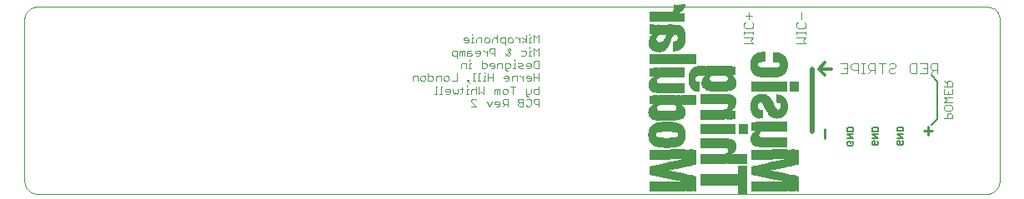
<source format=gbo>
G75*
%MOIN*%
%OFA0B0*%
%FSLAX24Y24*%
%IPPOS*%
%LPD*%
%AMOC8*
5,1,8,0,0,1.08239X$1,22.5*
%
%ADD10C,0.0040*%
%ADD11C,0.0010*%
%ADD12C,0.0200*%
%ADD13C,0.0060*%
%ADD14C,0.0030*%
%ADD15C,0.0050*%
%ADD16C,0.0090*%
%ADD17C,0.0120*%
%ADD18R,0.0006X0.0148*%
%ADD19R,0.0006X0.0099*%
%ADD20R,0.0006X0.0253*%
%ADD21R,0.0006X0.0167*%
%ADD22R,0.0006X0.0321*%
%ADD23R,0.0006X0.0210*%
%ADD24R,0.0006X0.0105*%
%ADD25R,0.0006X0.0111*%
%ADD26R,0.0006X0.0371*%
%ADD27R,0.0006X0.0247*%
%ADD28R,0.0006X0.0179*%
%ADD29R,0.0006X0.0185*%
%ADD30R,0.0006X0.0414*%
%ADD31R,0.0006X0.0278*%
%ADD32R,0.0006X0.0223*%
%ADD33R,0.0006X0.0241*%
%ADD34R,0.0006X0.0451*%
%ADD35R,0.0006X0.0303*%
%ADD36R,0.0006X0.0260*%
%ADD37R,0.0006X0.0408*%
%ADD38R,0.0006X0.0334*%
%ADD39R,0.0006X0.0482*%
%ADD40R,0.0006X0.0328*%
%ADD41R,0.0006X0.0358*%
%ADD42R,0.0006X0.0291*%
%ADD43R,0.0006X0.0365*%
%ADD44R,0.0006X0.0389*%
%ADD45R,0.0006X0.0315*%
%ADD46R,0.0006X0.0408*%
%ADD47R,0.0006X0.0513*%
%ADD48R,0.0006X0.0352*%
%ADD49R,0.0006X0.0346*%
%ADD50R,0.0006X0.0402*%
%ADD51R,0.0006X0.0346*%
%ADD52R,0.0006X0.0544*%
%ADD53R,0.0006X0.0377*%
%ADD54R,0.0006X0.0340*%
%ADD55R,0.0006X0.0562*%
%ADD56R,0.0006X0.0389*%
%ADD57R,0.0006X0.0396*%
%ADD58R,0.0006X0.0402*%
%ADD59R,0.0006X0.0587*%
%ADD60R,0.0006X0.0383*%
%ADD61R,0.0006X0.0606*%
%ADD62R,0.0006X0.0426*%
%ADD63R,0.0006X0.0439*%
%ADD64R,0.0006X0.0630*%
%ADD65R,0.0006X0.0359*%
%ADD66R,0.0006X0.0643*%
%ADD67R,0.0006X0.0451*%
%ADD68R,0.0006X0.0433*%
%ADD69R,0.0006X0.0476*%
%ADD70R,0.0006X0.0661*%
%ADD71R,0.0006X0.0470*%
%ADD72R,0.0006X0.0445*%
%ADD73R,0.0006X0.0494*%
%ADD74R,0.0006X0.0680*%
%ADD75R,0.0006X0.0507*%
%ADD76R,0.0006X0.0692*%
%ADD77R,0.0006X0.0525*%
%ADD78R,0.0006X0.0705*%
%ADD79R,0.0006X0.0507*%
%ADD80R,0.0006X0.0538*%
%ADD81R,0.0006X0.0717*%
%ADD82R,0.0006X0.0519*%
%ADD83R,0.0006X0.0550*%
%ADD84R,0.0006X0.0729*%
%ADD85R,0.0006X0.0742*%
%ADD86R,0.0006X0.0532*%
%ADD87R,0.0006X0.0581*%
%ADD88R,0.0006X0.0754*%
%ADD89R,0.0006X0.0593*%
%ADD90R,0.0006X0.0766*%
%ADD91R,0.0006X0.0556*%
%ADD92R,0.0006X0.0600*%
%ADD93R,0.0006X0.0779*%
%ADD94R,0.0006X0.0563*%
%ADD95R,0.0006X0.0612*%
%ADD96R,0.0006X0.0791*%
%ADD97R,0.0006X0.0569*%
%ADD98R,0.0006X0.0624*%
%ADD99R,0.0006X0.0797*%
%ADD100R,0.0006X0.0581*%
%ADD101R,0.0006X0.0637*%
%ADD102R,0.0006X0.0804*%
%ADD103R,0.0006X0.0569*%
%ADD104R,0.0006X0.1038*%
%ADD105R,0.0006X0.0816*%
%ADD106R,0.0006X0.0575*%
%ADD107R,0.0006X0.1045*%
%ADD108R,0.0006X0.0822*%
%ADD109R,0.0006X0.0828*%
%ADD110R,0.0006X0.1051*%
%ADD111R,0.0006X0.0841*%
%ADD112R,0.0006X0.0977*%
%ADD113R,0.0006X0.1057*%
%ADD114R,0.0006X0.0853*%
%ADD115R,0.0006X0.0983*%
%ADD116R,0.0006X0.0859*%
%ADD117R,0.0006X0.0865*%
%ADD118R,0.0006X0.0872*%
%ADD119R,0.0006X0.0989*%
%ADD120R,0.0006X0.1063*%
%ADD121R,0.0006X0.0878*%
%ADD122R,0.0006X0.0420*%
%ADD123R,0.0006X0.0884*%
%ADD124R,0.0006X0.1069*%
%ADD125R,0.0006X0.0890*%
%ADD126R,0.0006X0.0995*%
%ADD127R,0.0006X0.0902*%
%ADD128R,0.0006X0.1076*%
%ADD129R,0.0006X0.1001*%
%ADD130R,0.0006X0.0909*%
%ADD131R,0.0006X0.0915*%
%ADD132R,0.0006X0.1082*%
%ADD133R,0.0006X0.0927*%
%ADD134R,0.0006X0.1008*%
%ADD135R,0.0006X0.0426*%
%ADD136R,0.0006X0.0414*%
%ADD137R,0.0006X0.0457*%
%ADD138R,0.0006X0.0488*%
%ADD139R,0.0006X0.0482*%
%ADD140R,0.0006X0.0501*%
%ADD141R,0.0006X0.0476*%
%ADD142R,0.0006X0.0451*%
%ADD143R,0.0006X0.0464*%
%ADD144R,0.0006X0.0420*%
%ADD145R,0.0006X0.0389*%
%ADD146R,0.0006X0.0297*%
%ADD147R,0.0006X0.0964*%
%ADD148R,0.0006X0.0958*%
%ADD149R,0.0006X0.0946*%
%ADD150R,0.0006X0.0940*%
%ADD151R,0.0006X0.0933*%
%ADD152R,0.0006X0.0896*%
%ADD153R,0.0006X0.0309*%
%ADD154R,0.0006X0.0847*%
%ADD155R,0.0006X0.0834*%
%ADD156R,0.0006X0.0810*%
%ADD157R,0.0006X0.0785*%
%ADD158R,0.0006X0.0773*%
%ADD159R,0.0006X0.0723*%
%ADD160R,0.0006X0.0674*%
%ADD161R,0.0006X0.0655*%
%ADD162R,0.0006X0.0309*%
%ADD163R,0.0006X0.0402*%
%ADD164R,0.0006X0.0315*%
%ADD165R,0.0006X0.0019*%
%ADD166R,0.0006X0.0062*%
%ADD167R,0.0006X0.0328*%
%ADD168R,0.0006X0.0396*%
%ADD169R,0.0006X0.0408*%
%ADD170R,0.0006X0.0921*%
%ADD171R,0.0006X0.0970*%
%ADD172R,0.0006X0.0284*%
%ADD173R,0.0006X0.0952*%
%ADD174R,0.0006X0.0272*%
%ADD175R,0.0006X0.0896*%
%ADD176R,0.0006X0.0266*%
%ADD177R,0.0006X0.0235*%
%ADD178R,0.0006X0.0229*%
%ADD179R,0.0006X0.0216*%
%ADD180R,0.0006X0.0773*%
%ADD181R,0.0006X0.0210*%
%ADD182R,0.0006X0.0760*%
%ADD183R,0.0006X0.0198*%
%ADD184R,0.0006X0.0445*%
%ADD185R,0.0006X0.0192*%
%ADD186R,0.0006X0.0698*%
%ADD187R,0.0006X0.0173*%
%ADD188R,0.0006X0.0686*%
%ADD189R,0.0006X0.0155*%
%ADD190R,0.0006X0.0148*%
%ADD191R,0.0006X0.0136*%
%ADD192R,0.0006X0.0124*%
%ADD193R,0.0006X0.0093*%
%ADD194R,0.0006X0.0074*%
%ADD195R,0.0006X0.0056*%
%ADD196R,0.0006X0.0025*%
%ADD197R,0.0006X0.0668*%
%ADD198R,0.0006X0.0161*%
%ADD199R,0.0006X0.0272*%
%ADD200R,0.0006X0.0661*%
%ADD201R,0.0006X0.0649*%
%ADD202R,0.0006X0.0711*%
%ADD203R,0.0006X0.0748*%
%ADD204R,0.0006X0.0631*%
%ADD205R,0.0006X0.0618*%
%ADD206R,0.0006X0.0087*%
%ADD207R,0.0006X0.0433*%
%ADD208R,0.0006X0.0482*%
%ADD209R,0.0006X0.0562*%
%ADD210R,0.0006X0.0513*%
%ADD211R,0.0006X0.0476*%
%ADD212R,0.0006X0.0365*%
%ADD213R,0.0006X0.0204*%
%ADD214R,0.0006X0.1150*%
%ADD215R,0.0006X0.0736*%
%ADD216R,0.0006X0.0995*%
%ADD217R,0.0006X0.0377*%
%ADD218R,0.0006X0.0464*%
%ADD219R,0.0006X0.0519*%
%ADD220R,0.0006X0.0544*%
%ADD221R,0.0006X0.0544*%
%ADD222R,0.0006X0.0464*%
%ADD223R,0.0006X0.0352*%
D10*
X018616Y005009D02*
X018817Y005009D01*
X018616Y005209D01*
X018616Y005259D01*
X018666Y005309D01*
X018766Y005309D01*
X018817Y005259D01*
X019242Y005209D02*
X019343Y005009D01*
X019443Y005209D01*
X019556Y005159D02*
X019556Y005109D01*
X019756Y005109D01*
X019756Y005059D02*
X019756Y005159D01*
X019706Y005209D01*
X019606Y005209D01*
X019556Y005159D01*
X019706Y005009D02*
X019756Y005059D01*
X019706Y005009D02*
X019606Y005009D01*
X019869Y005009D02*
X019969Y005109D01*
X019919Y005109D02*
X020069Y005109D01*
X020069Y005009D02*
X020069Y005309D01*
X019919Y005309D01*
X019869Y005259D01*
X019869Y005159D01*
X019919Y005109D01*
X020495Y005109D02*
X020495Y005059D01*
X020545Y005009D01*
X020695Y005009D01*
X020695Y005309D01*
X020545Y005309D01*
X020495Y005259D01*
X020495Y005209D01*
X020545Y005159D01*
X020695Y005159D01*
X020545Y005159D02*
X020495Y005109D01*
X020808Y005059D02*
X020858Y005009D01*
X020958Y005009D01*
X021008Y005059D01*
X021008Y005259D01*
X020958Y005309D01*
X020858Y005309D01*
X020808Y005259D01*
X021121Y005259D02*
X021171Y005309D01*
X021321Y005309D01*
X021321Y005009D01*
X021321Y005109D02*
X021171Y005109D01*
X021121Y005159D01*
X021121Y005259D01*
X020908Y005419D02*
X020858Y005419D01*
X020808Y005469D01*
X020808Y005719D01*
X021008Y005719D02*
X021008Y005569D01*
X020958Y005519D01*
X020808Y005519D01*
X021121Y005569D02*
X021121Y005669D01*
X021171Y005719D01*
X021321Y005719D01*
X021321Y005819D02*
X021321Y005519D01*
X021171Y005519D01*
X021121Y005569D01*
X020282Y005519D02*
X020282Y005819D01*
X020382Y005819D02*
X020182Y005819D01*
X020069Y005669D02*
X020019Y005719D01*
X019919Y005719D01*
X019869Y005669D01*
X019869Y005569D01*
X019919Y005519D01*
X020019Y005519D01*
X020069Y005569D01*
X020069Y005669D01*
X019756Y005719D02*
X019756Y005519D01*
X019656Y005519D02*
X019656Y005669D01*
X019606Y005719D01*
X019556Y005669D01*
X019556Y005519D01*
X019656Y005669D02*
X019706Y005719D01*
X019756Y005719D01*
X019130Y005819D02*
X019130Y005519D01*
X019030Y005619D01*
X018929Y005519D01*
X018929Y005819D01*
X018817Y005819D02*
X018817Y005519D01*
X018817Y005669D02*
X018766Y005719D01*
X018666Y005719D01*
X018616Y005669D01*
X018616Y005519D01*
X018503Y005519D02*
X018403Y005519D01*
X018453Y005519D02*
X018453Y005719D01*
X018503Y005719D01*
X018453Y005819D02*
X018453Y005869D01*
X018556Y005929D02*
X018456Y006029D01*
X018506Y006029D01*
X018506Y006079D01*
X018456Y006079D01*
X018456Y006029D01*
X018664Y006029D02*
X018764Y006029D01*
X018714Y006029D02*
X018714Y006329D01*
X018764Y006329D01*
X018923Y006329D02*
X018923Y006029D01*
X018973Y006029D02*
X018873Y006029D01*
X019082Y006029D02*
X019182Y006029D01*
X019132Y006029D02*
X019132Y006229D01*
X019182Y006229D01*
X019132Y006329D02*
X019132Y006379D01*
X018973Y006329D02*
X018923Y006329D01*
X019295Y006329D02*
X019295Y006029D01*
X019295Y006179D02*
X019495Y006179D01*
X019495Y006029D02*
X019495Y006329D01*
X019921Y006179D02*
X019971Y006229D01*
X020071Y006229D01*
X020121Y006179D01*
X020121Y006079D01*
X020071Y006029D01*
X019971Y006029D01*
X019921Y006129D02*
X020121Y006129D01*
X020234Y006179D02*
X020234Y006029D01*
X020234Y006179D02*
X020284Y006229D01*
X020434Y006229D01*
X020434Y006029D01*
X020595Y006229D02*
X020695Y006129D01*
X020695Y006029D02*
X020695Y006229D01*
X020595Y006229D02*
X020545Y006229D01*
X020808Y006179D02*
X020858Y006229D01*
X020958Y006229D01*
X021008Y006179D01*
X021008Y006079D01*
X020958Y006029D01*
X020858Y006029D01*
X020808Y006129D02*
X021008Y006129D01*
X021121Y006179D02*
X021321Y006179D01*
X021321Y006029D02*
X021321Y006329D01*
X021121Y006329D02*
X021121Y006029D01*
X020808Y006129D02*
X020808Y006179D01*
X019921Y006179D02*
X019921Y006129D01*
X020023Y006439D02*
X019973Y006489D01*
X019973Y006739D01*
X020123Y006739D01*
X020173Y006689D01*
X020173Y006589D01*
X020123Y006539D01*
X019973Y006539D01*
X020023Y006439D02*
X020073Y006439D01*
X020282Y006539D02*
X020382Y006539D01*
X020332Y006539D02*
X020332Y006739D01*
X020382Y006739D01*
X020332Y006839D02*
X020332Y006889D01*
X020495Y006739D02*
X020645Y006739D01*
X020695Y006689D01*
X020645Y006639D01*
X020545Y006639D01*
X020495Y006589D01*
X020545Y006539D01*
X020695Y006539D01*
X020808Y006639D02*
X021008Y006639D01*
X021008Y006689D02*
X020958Y006739D01*
X020858Y006739D01*
X020808Y006689D01*
X020808Y006639D01*
X020858Y006539D02*
X020958Y006539D01*
X021008Y006589D01*
X021008Y006689D01*
X021121Y006589D02*
X021121Y006789D01*
X021171Y006839D01*
X021321Y006839D01*
X021321Y006539D01*
X021171Y006539D01*
X021121Y006589D01*
X019860Y006539D02*
X019860Y006739D01*
X019710Y006739D01*
X019660Y006689D01*
X019660Y006539D01*
X019547Y006589D02*
X019547Y006689D01*
X019497Y006739D01*
X019397Y006739D01*
X019347Y006689D01*
X019347Y006639D01*
X019547Y006639D01*
X019547Y006589D02*
X019497Y006539D01*
X019397Y006539D01*
X019234Y006589D02*
X019234Y006689D01*
X019184Y006739D01*
X019034Y006739D01*
X019034Y006839D02*
X019034Y006539D01*
X019184Y006539D01*
X019234Y006589D01*
X018608Y006539D02*
X018508Y006539D01*
X018558Y006539D02*
X018558Y006739D01*
X018608Y006739D01*
X018558Y006839D02*
X018558Y006889D01*
X018399Y006739D02*
X018249Y006739D01*
X018199Y006689D01*
X018199Y006539D01*
X018399Y006539D02*
X018399Y006739D01*
X018034Y006949D02*
X018034Y007249D01*
X017884Y007249D01*
X017834Y007199D01*
X017834Y007099D01*
X017884Y007049D01*
X018034Y007049D01*
X018147Y007049D02*
X018147Y007199D01*
X018197Y007249D01*
X018247Y007199D01*
X018247Y007049D01*
X018347Y007049D02*
X018347Y007249D01*
X018297Y007249D01*
X018247Y007199D01*
X018460Y007199D02*
X018460Y007049D01*
X018610Y007049D01*
X018660Y007099D01*
X018610Y007149D01*
X018460Y007149D01*
X018460Y007199D02*
X018510Y007249D01*
X018610Y007249D01*
X018773Y007199D02*
X018823Y007249D01*
X018923Y007249D01*
X018973Y007199D01*
X018973Y007099D01*
X018923Y007049D01*
X018823Y007049D01*
X018773Y007149D02*
X018973Y007149D01*
X019084Y007249D02*
X019134Y007249D01*
X019234Y007149D01*
X019234Y007049D02*
X019234Y007249D01*
X019347Y007199D02*
X019397Y007149D01*
X019547Y007149D01*
X019547Y007049D02*
X019547Y007349D01*
X019397Y007349D01*
X019347Y007299D01*
X019347Y007199D01*
X019973Y007149D02*
X020073Y007049D01*
X020123Y007049D01*
X020173Y007099D01*
X020173Y007149D01*
X020073Y007249D01*
X020073Y007299D01*
X020123Y007349D01*
X020173Y007299D01*
X020173Y007249D01*
X019973Y007049D01*
X020599Y007049D02*
X020749Y007049D01*
X020799Y007099D01*
X020799Y007199D01*
X020749Y007249D01*
X020599Y007249D01*
X020958Y007249D02*
X020958Y007049D01*
X021008Y007049D02*
X020908Y007049D01*
X021121Y007049D02*
X021121Y007349D01*
X021221Y007249D01*
X021321Y007349D01*
X021321Y007049D01*
X021008Y007249D02*
X020958Y007249D01*
X020958Y007349D02*
X020958Y007399D01*
X020958Y007559D02*
X020958Y007759D01*
X021008Y007759D01*
X020958Y007859D02*
X020958Y007909D01*
X020799Y007859D02*
X020799Y007559D01*
X020799Y007659D02*
X020649Y007559D01*
X020538Y007559D02*
X020538Y007759D01*
X020538Y007659D02*
X020438Y007759D01*
X020388Y007759D01*
X020278Y007709D02*
X020227Y007759D01*
X020127Y007759D01*
X020077Y007709D01*
X020077Y007609D01*
X020127Y007559D01*
X020227Y007559D01*
X020278Y007609D01*
X020278Y007709D01*
X019964Y007759D02*
X019814Y007759D01*
X019764Y007709D01*
X019764Y007609D01*
X019814Y007559D01*
X019964Y007559D01*
X019964Y007459D02*
X019964Y007759D01*
X019651Y007709D02*
X019601Y007759D01*
X019501Y007759D01*
X019451Y007709D01*
X019451Y007559D01*
X019338Y007609D02*
X019288Y007559D01*
X019188Y007559D01*
X019138Y007609D01*
X019138Y007709D01*
X019188Y007759D01*
X019288Y007759D01*
X019338Y007709D01*
X019338Y007609D01*
X019025Y007559D02*
X019025Y007759D01*
X018875Y007759D01*
X018825Y007709D01*
X018825Y007559D01*
X018712Y007559D02*
X018612Y007559D01*
X018662Y007559D02*
X018662Y007759D01*
X018712Y007759D01*
X018662Y007859D02*
X018662Y007909D01*
X018503Y007709D02*
X018453Y007759D01*
X018353Y007759D01*
X018303Y007709D01*
X018303Y007659D01*
X018503Y007659D01*
X018503Y007609D02*
X018503Y007709D01*
X018503Y007609D02*
X018453Y007559D01*
X018353Y007559D01*
X019651Y007559D02*
X019651Y007859D01*
X020649Y007759D02*
X020799Y007659D01*
X020908Y007559D02*
X021008Y007559D01*
X021121Y007559D02*
X021121Y007859D01*
X021221Y007759D01*
X021321Y007859D01*
X021321Y007559D01*
X018773Y007199D02*
X018773Y007149D01*
X018034Y006329D02*
X018034Y006029D01*
X017834Y006029D01*
X017721Y006079D02*
X017671Y006029D01*
X017571Y006029D01*
X017521Y006079D01*
X017521Y006179D01*
X017571Y006229D01*
X017671Y006229D01*
X017721Y006179D01*
X017721Y006079D01*
X017408Y006029D02*
X017408Y006229D01*
X017258Y006229D01*
X017208Y006179D01*
X017208Y006029D01*
X017095Y006079D02*
X017095Y006179D01*
X017045Y006229D01*
X016894Y006229D01*
X016894Y006329D02*
X016894Y006029D01*
X017045Y006029D01*
X017095Y006079D01*
X016782Y006079D02*
X016782Y006179D01*
X016732Y006229D01*
X016631Y006229D01*
X016581Y006179D01*
X016581Y006079D01*
X016631Y006029D01*
X016732Y006029D01*
X016782Y006079D01*
X016469Y006029D02*
X016469Y006229D01*
X016318Y006229D01*
X016268Y006179D01*
X016268Y006029D01*
X017201Y005819D02*
X017201Y005519D01*
X017251Y005519D02*
X017151Y005519D01*
X017360Y005519D02*
X017460Y005519D01*
X017410Y005519D02*
X017410Y005819D01*
X017460Y005819D01*
X017573Y005669D02*
X017623Y005719D01*
X017723Y005719D01*
X017773Y005669D01*
X017773Y005569D01*
X017723Y005519D01*
X017623Y005519D01*
X017573Y005619D02*
X017773Y005619D01*
X017886Y005569D02*
X017886Y005719D01*
X018086Y005719D02*
X018086Y005569D01*
X018036Y005519D01*
X017986Y005569D01*
X017936Y005519D01*
X017886Y005569D01*
X018195Y005519D02*
X018245Y005569D01*
X018245Y005769D01*
X018295Y005719D02*
X018195Y005719D01*
X017573Y005669D02*
X017573Y005619D01*
X017251Y005819D02*
X017201Y005819D01*
X033381Y006330D02*
X033654Y006330D01*
X033654Y006740D01*
X033381Y006740D01*
X033795Y006672D02*
X033795Y006535D01*
X033864Y006467D01*
X034069Y006467D01*
X034069Y006330D02*
X034069Y006740D01*
X033864Y006740D01*
X033795Y006672D01*
X033654Y006535D02*
X033518Y006535D01*
X034208Y006330D02*
X034345Y006330D01*
X034277Y006330D02*
X034277Y006740D01*
X034345Y006740D02*
X034208Y006740D01*
X034486Y006672D02*
X034486Y006535D01*
X034554Y006467D01*
X034759Y006467D01*
X034623Y006467D02*
X034486Y006330D01*
X034759Y006330D02*
X034759Y006740D01*
X034554Y006740D01*
X034486Y006672D01*
X034900Y006740D02*
X035174Y006740D01*
X035037Y006740D02*
X035037Y006330D01*
X035314Y006398D02*
X035383Y006330D01*
X035520Y006330D01*
X035588Y006398D01*
X035520Y006535D02*
X035383Y006535D01*
X035314Y006467D01*
X035314Y006398D01*
X035520Y006535D02*
X035588Y006604D01*
X035588Y006672D01*
X035520Y006740D01*
X035383Y006740D01*
X035314Y006672D01*
X036143Y006672D02*
X036143Y006398D01*
X036212Y006330D01*
X036417Y006330D01*
X036417Y006740D01*
X036212Y006740D01*
X036143Y006672D01*
X036558Y006740D02*
X036831Y006740D01*
X036831Y006330D01*
X036558Y006330D01*
X036972Y006330D02*
X037109Y006467D01*
X037040Y006467D02*
X037245Y006467D01*
X037245Y006330D02*
X037245Y006740D01*
X037040Y006740D01*
X036972Y006672D01*
X036972Y006535D01*
X037040Y006467D01*
X036831Y006535D02*
X036694Y006535D01*
D11*
X039236Y001510D02*
X001260Y001510D01*
X001216Y001512D01*
X001173Y001518D01*
X001131Y001527D01*
X001089Y001540D01*
X001049Y001557D01*
X001010Y001577D01*
X000973Y001600D01*
X000939Y001627D01*
X000906Y001656D01*
X000877Y001689D01*
X000850Y001723D01*
X000827Y001760D01*
X000807Y001799D01*
X000790Y001839D01*
X000777Y001881D01*
X000768Y001923D01*
X000762Y001966D01*
X000760Y002010D01*
X000760Y008510D01*
X000762Y008552D01*
X000767Y008593D01*
X000776Y008634D01*
X000789Y008674D01*
X000805Y008713D01*
X000824Y008750D01*
X000847Y008785D01*
X000872Y008819D01*
X000901Y008849D01*
X000931Y008878D01*
X000965Y008903D01*
X001000Y008926D01*
X001037Y008945D01*
X001076Y008961D01*
X001116Y008974D01*
X001157Y008983D01*
X001198Y008988D01*
X001240Y008990D01*
X039260Y008990D01*
X039260Y008991D02*
X039302Y008989D01*
X039343Y008984D01*
X039383Y008975D01*
X039423Y008962D01*
X039462Y008946D01*
X039499Y008927D01*
X039534Y008905D01*
X039567Y008879D01*
X039597Y008851D01*
X039625Y008821D01*
X039651Y008788D01*
X039673Y008753D01*
X039692Y008716D01*
X039708Y008677D01*
X039721Y008637D01*
X039730Y008597D01*
X039735Y008556D01*
X039737Y008514D01*
X039736Y008514D02*
X039736Y002011D01*
X039737Y002011D02*
X039735Y001967D01*
X039729Y001924D01*
X039720Y001881D01*
X039707Y001840D01*
X039690Y001799D01*
X039670Y001760D01*
X039646Y001724D01*
X039620Y001689D01*
X039590Y001657D01*
X039558Y001627D01*
X039523Y001601D01*
X039487Y001577D01*
X039448Y001557D01*
X039407Y001540D01*
X039366Y001527D01*
X039323Y001518D01*
X039280Y001512D01*
X039236Y001510D01*
D12*
X032260Y004010D02*
X032260Y006510D01*
D13*
X037010Y006260D02*
X037260Y006010D01*
X037260Y004510D01*
X037010Y004260D01*
D14*
X037525Y004525D02*
X037845Y004525D01*
X037845Y004685D01*
X037792Y004739D01*
X037685Y004739D01*
X037632Y004685D01*
X037632Y004525D01*
X037578Y004847D02*
X037525Y004901D01*
X037525Y005007D01*
X037578Y005061D01*
X037792Y005061D01*
X037845Y005007D01*
X037845Y004901D01*
X037792Y004847D01*
X037578Y004847D01*
X037525Y005170D02*
X037632Y005276D01*
X037525Y005383D01*
X037845Y005383D01*
X037845Y005492D02*
X037525Y005492D01*
X037525Y005705D01*
X037525Y005814D02*
X037845Y005814D01*
X037845Y005974D01*
X037792Y006028D01*
X037685Y006028D01*
X037632Y005974D01*
X037632Y005814D01*
X037632Y005921D02*
X037525Y006028D01*
X037845Y005705D02*
X037845Y005492D01*
X037685Y005492D02*
X037685Y005599D01*
X037845Y005170D02*
X037525Y005170D01*
X031995Y007525D02*
X031872Y007648D01*
X031995Y007771D01*
X031625Y007771D01*
X031625Y007893D02*
X031625Y008016D01*
X031625Y007955D02*
X031995Y007955D01*
X031995Y008016D02*
X031995Y007893D01*
X031934Y008138D02*
X031687Y008138D01*
X031625Y008200D01*
X031625Y008324D01*
X031687Y008385D01*
X031810Y008507D02*
X031810Y008754D01*
X031934Y008385D02*
X031995Y008324D01*
X031995Y008200D01*
X031934Y008138D01*
X029895Y008200D02*
X029834Y008138D01*
X029587Y008138D01*
X029525Y008200D01*
X029525Y008324D01*
X029587Y008385D01*
X029710Y008507D02*
X029710Y008754D01*
X029587Y008630D02*
X029834Y008630D01*
X029834Y008385D02*
X029895Y008324D01*
X029895Y008200D01*
X029895Y008016D02*
X029895Y007893D01*
X029895Y007955D02*
X029525Y007955D01*
X029525Y008016D02*
X029525Y007893D01*
X029525Y007771D02*
X029895Y007771D01*
X029772Y007648D01*
X029895Y007525D01*
X029525Y007525D01*
X031625Y007525D02*
X031995Y007525D01*
D15*
X033687Y004165D02*
X033854Y004165D01*
X033896Y004123D01*
X033896Y003998D01*
X033646Y003998D01*
X033646Y004123D01*
X033687Y004165D01*
X034638Y004134D02*
X034638Y004009D01*
X034889Y004009D01*
X034889Y004134D01*
X034847Y004176D01*
X034680Y004176D01*
X034638Y004134D01*
X035631Y004145D02*
X035631Y004020D01*
X035881Y004020D01*
X035881Y004145D01*
X035840Y004186D01*
X035673Y004186D01*
X035631Y004145D01*
X035631Y003910D02*
X035881Y003910D01*
X035881Y003743D02*
X035631Y003743D01*
X035673Y003634D02*
X035756Y003634D01*
X035756Y003550D01*
X035673Y003467D02*
X035631Y003509D01*
X035631Y003592D01*
X035673Y003634D01*
X035840Y003634D02*
X035881Y003592D01*
X035881Y003509D01*
X035840Y003467D01*
X035673Y003467D01*
X034889Y003498D02*
X034889Y003581D01*
X034847Y003623D01*
X034763Y003623D02*
X034763Y003540D01*
X034763Y003623D02*
X034680Y003623D01*
X034638Y003581D01*
X034638Y003498D01*
X034680Y003456D01*
X034847Y003456D01*
X034889Y003498D01*
X034889Y003733D02*
X034638Y003733D01*
X034638Y003899D02*
X034889Y003899D01*
X034889Y003733D02*
X034638Y003899D01*
X033896Y003889D02*
X033646Y003889D01*
X033896Y003722D01*
X033646Y003722D01*
X033687Y003612D02*
X033771Y003612D01*
X033771Y003529D01*
X033854Y003612D02*
X033896Y003571D01*
X033896Y003487D01*
X033854Y003446D01*
X033687Y003446D01*
X033646Y003487D01*
X033646Y003571D01*
X033687Y003612D01*
X035631Y003910D02*
X035881Y003743D01*
D16*
X036886Y003856D02*
X036886Y004196D01*
X037056Y004026D02*
X036716Y004026D01*
X032760Y004093D02*
X032760Y003753D01*
D17*
X032760Y006260D02*
X032510Y006510D01*
X032760Y006760D01*
X033010Y006510D02*
X032510Y006510D01*
D18*
X031271Y006679D03*
X029807Y006679D03*
X029807Y005004D03*
X027192Y003873D03*
X025727Y003873D03*
D19*
X025727Y004781D03*
D20*
X025733Y003870D03*
X029813Y006676D03*
X031265Y006676D03*
X027050Y008950D03*
X027044Y008950D03*
D21*
X027124Y008994D03*
X025733Y004778D03*
D22*
X025739Y003873D03*
X027180Y003873D03*
X029188Y003415D03*
X030969Y002686D03*
X030975Y002686D03*
X030981Y002686D03*
X030987Y002686D03*
X030999Y002692D03*
X031006Y002692D03*
X031012Y002692D03*
X031018Y002692D03*
X031024Y002698D03*
X031030Y002698D03*
X031037Y002698D03*
X031043Y002698D03*
X031049Y002698D03*
X031055Y002704D03*
X031061Y002704D03*
X031067Y002704D03*
X031074Y002704D03*
X031080Y002704D03*
X031086Y002711D03*
X031092Y002711D03*
X031098Y002711D03*
X031105Y002711D03*
X031111Y002711D03*
X031117Y002717D03*
X031123Y002717D03*
X031129Y002717D03*
X031135Y002717D03*
X031148Y002723D03*
X031154Y002723D03*
X031160Y002723D03*
X031166Y002723D03*
X031179Y002729D03*
X031185Y002729D03*
X031191Y002729D03*
X031197Y002729D03*
X031203Y002735D03*
X031210Y002735D03*
X031216Y002735D03*
X031222Y002735D03*
X031234Y002742D03*
X031241Y002742D03*
X031247Y002742D03*
X031253Y002742D03*
X030962Y002680D03*
X030956Y002680D03*
X030950Y002680D03*
X030944Y002680D03*
X030938Y002680D03*
X030931Y002674D03*
X030925Y002674D03*
X030919Y002674D03*
X030913Y002674D03*
X030907Y002674D03*
X030901Y002667D03*
X030894Y002667D03*
X030888Y002667D03*
X030882Y002667D03*
X030876Y002667D03*
X030863Y002661D03*
X030857Y002661D03*
X030851Y002661D03*
X030845Y002661D03*
X030820Y002655D03*
X030814Y002655D03*
X030765Y002247D03*
X030758Y002247D03*
X030789Y002241D03*
X030795Y002241D03*
X030802Y002241D03*
X030808Y002241D03*
X030814Y002235D03*
X030820Y002235D03*
X030826Y002235D03*
X030833Y002235D03*
X030839Y002235D03*
X030863Y002228D03*
X030870Y002228D03*
X031111Y002179D03*
X031142Y002173D03*
X031173Y002167D03*
X031228Y002154D03*
X031259Y002148D03*
X027180Y002148D03*
X027149Y002154D03*
X027093Y002167D03*
X027062Y002173D03*
X027031Y002179D03*
X026790Y002228D03*
X026784Y002228D03*
X026759Y002235D03*
X026753Y002235D03*
X026747Y002235D03*
X026741Y002235D03*
X026735Y002235D03*
X026728Y002241D03*
X026722Y002241D03*
X026716Y002241D03*
X026710Y002241D03*
X026685Y002247D03*
X026679Y002247D03*
X026735Y002655D03*
X026741Y002655D03*
X026765Y002661D03*
X026772Y002661D03*
X026778Y002661D03*
X026784Y002661D03*
X026796Y002667D03*
X026802Y002667D03*
X026809Y002667D03*
X026815Y002667D03*
X026821Y002667D03*
X026827Y002674D03*
X026833Y002674D03*
X026840Y002674D03*
X026846Y002674D03*
X026852Y002674D03*
X026858Y002680D03*
X026864Y002680D03*
X026870Y002680D03*
X026877Y002680D03*
X026883Y002680D03*
X026889Y002686D03*
X026895Y002686D03*
X026901Y002686D03*
X026908Y002686D03*
X026920Y002692D03*
X026926Y002692D03*
X026932Y002692D03*
X026938Y002692D03*
X026945Y002698D03*
X026951Y002698D03*
X026957Y002698D03*
X026963Y002698D03*
X026969Y002698D03*
X026976Y002704D03*
X026982Y002704D03*
X026988Y002704D03*
X026994Y002704D03*
X027000Y002704D03*
X027006Y002711D03*
X027013Y002711D03*
X027019Y002711D03*
X027025Y002711D03*
X027031Y002711D03*
X027037Y002717D03*
X027044Y002717D03*
X027050Y002717D03*
X027056Y002717D03*
X027068Y002723D03*
X027074Y002723D03*
X027081Y002723D03*
X027087Y002723D03*
X027099Y002729D03*
X027105Y002729D03*
X027112Y002729D03*
X027118Y002729D03*
X027124Y002735D03*
X027130Y002735D03*
X027136Y002735D03*
X027142Y002735D03*
X027155Y002742D03*
X027161Y002742D03*
X027167Y002742D03*
X027173Y002742D03*
X029188Y005189D03*
X031259Y006679D03*
D23*
X025739Y004781D03*
D24*
X027186Y004791D03*
X029219Y005192D03*
X025739Y005854D03*
X029819Y003697D03*
X029219Y003418D03*
D25*
X025739Y007544D03*
X027155Y009022D03*
D26*
X025776Y007550D03*
X029825Y006679D03*
X030826Y006982D03*
X031253Y006679D03*
X030270Y005319D03*
X030264Y005319D03*
X030116Y005307D03*
X030109Y005300D03*
X030134Y004719D03*
X030146Y004713D03*
X030857Y004719D03*
X030863Y004719D03*
X030987Y004738D03*
X027136Y004781D03*
X027173Y003873D03*
X025746Y003873D03*
X027081Y003094D03*
X027087Y003094D03*
X027093Y003094D03*
X027099Y003094D03*
X027105Y003094D03*
X027112Y003094D03*
X027118Y003094D03*
X027124Y003094D03*
X027130Y003094D03*
X027136Y003094D03*
X027142Y003094D03*
X027149Y003094D03*
X027155Y003094D03*
X027161Y003094D03*
X027167Y003094D03*
X027173Y003094D03*
X027180Y003094D03*
X025863Y002445D03*
X025857Y002445D03*
X025851Y002445D03*
X025844Y002445D03*
X025838Y002445D03*
X027081Y001796D03*
X027087Y001796D03*
X027093Y001796D03*
X027099Y001796D03*
X027105Y001796D03*
X027112Y001796D03*
X027118Y001796D03*
X027124Y001796D03*
X027130Y001796D03*
X027136Y001796D03*
X027142Y001796D03*
X027149Y001796D03*
X027155Y001796D03*
X027161Y001796D03*
X027167Y001796D03*
X027173Y001796D03*
X027180Y001796D03*
X029918Y002445D03*
X029924Y002445D03*
X029930Y002445D03*
X029936Y002445D03*
X029942Y002445D03*
X031160Y003094D03*
X031166Y003094D03*
X031173Y003094D03*
X031179Y003094D03*
X031185Y003094D03*
X031191Y003094D03*
X031197Y003094D03*
X031203Y003094D03*
X031210Y003094D03*
X031216Y003094D03*
X031222Y003094D03*
X031228Y003094D03*
X031234Y003094D03*
X031241Y003094D03*
X031247Y003094D03*
X031253Y003094D03*
X031259Y003094D03*
X031259Y001796D03*
X031253Y001796D03*
X031247Y001796D03*
X031241Y001796D03*
X031234Y001796D03*
X031228Y001796D03*
X031222Y001796D03*
X031216Y001796D03*
X031210Y001796D03*
X031203Y001796D03*
X031197Y001796D03*
X031191Y001796D03*
X031185Y001796D03*
X031179Y001796D03*
X031173Y001796D03*
X031166Y001796D03*
X031160Y001796D03*
D27*
X027186Y003873D03*
X025746Y004781D03*
X029813Y005010D03*
X027056Y008954D03*
D28*
X025746Y005854D03*
X029213Y005192D03*
X029825Y003697D03*
X029213Y003418D03*
D29*
X025746Y007544D03*
X027112Y008984D03*
D30*
X026667Y008610D03*
X026660Y008610D03*
X026654Y008610D03*
X026735Y008067D03*
X026741Y008067D03*
X026864Y008060D03*
X026870Y008054D03*
X026203Y008067D03*
X026197Y008067D03*
X026191Y008067D03*
X026184Y008067D03*
X026178Y008067D03*
X026172Y008067D03*
X026166Y008067D03*
X025789Y007554D03*
X026079Y007393D03*
X026327Y007436D03*
X026333Y007442D03*
X026870Y007442D03*
X026877Y007448D03*
X029831Y006676D03*
X030103Y006416D03*
X030969Y006416D03*
X031247Y006676D03*
X030975Y006935D03*
X030969Y006942D03*
X030103Y006942D03*
X028842Y006422D03*
X028836Y006422D03*
X028830Y006422D03*
X028237Y006422D03*
X028230Y006422D03*
X027606Y006385D03*
X026141Y006348D03*
X026135Y006348D03*
X025801Y005866D03*
X026079Y005755D03*
X027612Y005823D03*
X028206Y005823D03*
X028212Y005823D03*
X028867Y005829D03*
X028886Y005291D03*
X030307Y005297D03*
X031018Y005260D03*
X030085Y004753D03*
X030808Y004741D03*
X030221Y004191D03*
X030214Y004191D03*
X029881Y003709D03*
X030159Y003598D03*
X028886Y003517D03*
X028830Y002924D03*
X028824Y002924D03*
X025752Y003870D03*
X026030Y004135D03*
X026889Y004135D03*
X026802Y004655D03*
X026116Y004642D03*
X026110Y004642D03*
X026104Y004648D03*
X026098Y004648D03*
X025789Y004778D03*
X026110Y005248D03*
X026116Y005248D03*
X026796Y005248D03*
X026802Y005248D03*
X028824Y004698D03*
X028830Y004698D03*
D31*
X025752Y004778D03*
X025758Y007547D03*
X027013Y008938D03*
X027019Y008938D03*
D32*
X027081Y008966D03*
X025752Y005857D03*
X029207Y005189D03*
X029831Y003700D03*
X029207Y003415D03*
D33*
X031265Y005019D03*
X025752Y007547D03*
X027062Y008957D03*
D34*
X026722Y008629D03*
X026079Y008048D03*
X026901Y008036D03*
X025801Y007554D03*
X026370Y007479D03*
X029837Y006676D03*
X028886Y006404D03*
X028181Y006404D03*
X027359Y006089D03*
X027594Y005848D03*
X028169Y005848D03*
X029139Y005953D03*
X028910Y005273D03*
X029145Y005180D03*
X030332Y005273D03*
X026846Y004679D03*
X025758Y003870D03*
X028910Y003499D03*
X029899Y003709D03*
X030134Y003616D03*
X030159Y004172D03*
X028886Y002942D03*
X026055Y005773D03*
X025820Y005866D03*
X026079Y006330D03*
D35*
X025758Y004778D03*
X026438Y002602D03*
X026444Y002602D03*
X026450Y002602D03*
X026456Y002602D03*
X026469Y002609D03*
X026475Y002609D03*
X026481Y002609D03*
X026487Y002609D03*
X026493Y002609D03*
X026500Y002615D03*
X026506Y002615D03*
X026512Y002615D03*
X026518Y002615D03*
X026524Y002615D03*
X026543Y002621D03*
X026549Y002621D03*
X026493Y002281D03*
X026487Y002281D03*
X026481Y002281D03*
X026475Y002281D03*
X026469Y002281D03*
X026456Y002287D03*
X026450Y002287D03*
X026444Y002287D03*
X026438Y002287D03*
X026506Y002275D03*
X026512Y002275D03*
X026518Y002275D03*
X026524Y002275D03*
X026549Y002269D03*
X030517Y002287D03*
X030524Y002287D03*
X030530Y002287D03*
X030536Y002287D03*
X030548Y002281D03*
X030554Y002281D03*
X030561Y002281D03*
X030567Y002281D03*
X030573Y002281D03*
X030585Y002275D03*
X030592Y002275D03*
X030598Y002275D03*
X030604Y002275D03*
X030629Y002269D03*
X030573Y002609D03*
X030567Y002609D03*
X030561Y002609D03*
X030554Y002609D03*
X030548Y002609D03*
X030536Y002602D03*
X030530Y002602D03*
X030524Y002602D03*
X030517Y002602D03*
X030579Y002615D03*
X030585Y002615D03*
X030592Y002615D03*
X030598Y002615D03*
X030604Y002615D03*
X030622Y002621D03*
X030629Y002621D03*
X026982Y008926D03*
D36*
X027037Y008947D03*
X029201Y005950D03*
X029201Y005189D03*
X027167Y004781D03*
X025758Y005857D03*
X029837Y003700D03*
D37*
X030165Y003595D03*
X030184Y003588D03*
X028879Y003520D03*
X028873Y003520D03*
X028861Y003527D03*
X027167Y003873D03*
X026883Y004138D03*
X026147Y004639D03*
X026141Y004639D03*
X026135Y004639D03*
X026129Y004639D03*
X026123Y004639D03*
X026765Y004645D03*
X026772Y004645D03*
X026784Y004651D03*
X026790Y004651D03*
X026796Y004651D03*
X027124Y004781D03*
X026790Y005251D03*
X026784Y005251D03*
X026141Y005251D03*
X026135Y005251D03*
X026129Y005251D03*
X026123Y005251D03*
X026104Y005746D03*
X026085Y005752D03*
X027618Y005820D03*
X027921Y005956D03*
X028218Y005820D03*
X028224Y005820D03*
X028237Y005814D03*
X028243Y005814D03*
X028249Y005814D03*
X028848Y005820D03*
X028855Y005820D03*
X028861Y005826D03*
X029157Y005956D03*
X027612Y006388D03*
X028243Y006425D03*
X028249Y006425D03*
X028255Y006425D03*
X028261Y006425D03*
X028805Y006425D03*
X028811Y006425D03*
X028818Y006425D03*
X028824Y006425D03*
X030109Y006413D03*
X030109Y006945D03*
X030116Y006951D03*
X026864Y007439D03*
X026320Y007433D03*
X026314Y007427D03*
X026092Y007390D03*
X026085Y007390D03*
X026209Y008070D03*
X026215Y008070D03*
X026221Y008070D03*
X026228Y008070D03*
X026234Y008070D03*
X026240Y008070D03*
X026246Y008070D03*
X026252Y008070D03*
X026259Y008070D03*
X026265Y008070D03*
X026271Y008070D03*
X026277Y008070D03*
X026283Y008070D03*
X026289Y008070D03*
X026296Y008070D03*
X026302Y008070D03*
X026308Y008070D03*
X026314Y008070D03*
X026320Y008070D03*
X026327Y008070D03*
X026333Y008070D03*
X026339Y008070D03*
X026345Y008070D03*
X026351Y008070D03*
X026357Y008070D03*
X026364Y008070D03*
X026370Y008070D03*
X026376Y008070D03*
X026382Y008070D03*
X026388Y008070D03*
X026395Y008070D03*
X026401Y008070D03*
X026407Y008070D03*
X026413Y008070D03*
X026419Y008070D03*
X026425Y008070D03*
X026747Y008070D03*
X026753Y008070D03*
X026759Y008070D03*
X026648Y008607D03*
X026642Y008607D03*
X026636Y008607D03*
X026629Y008607D03*
X026160Y006351D03*
X026153Y006351D03*
X026147Y006351D03*
X028873Y005294D03*
X028879Y005294D03*
X029164Y005183D03*
X029831Y005010D03*
X030085Y005276D03*
X031012Y004763D03*
X028818Y004695D03*
X028811Y004695D03*
X028805Y004695D03*
X030227Y004194D03*
X030233Y004194D03*
X030239Y004194D03*
X026042Y003601D03*
X025875Y003075D03*
X025869Y003075D03*
X025863Y003075D03*
X025857Y003075D03*
X025851Y003075D03*
X025844Y003075D03*
X025838Y003075D03*
X025832Y003075D03*
X025826Y003075D03*
X025820Y003075D03*
X025814Y003075D03*
X025807Y003075D03*
X025801Y003075D03*
X025795Y003075D03*
X025789Y003075D03*
X025783Y003075D03*
X025776Y003075D03*
X025770Y003075D03*
X025764Y003075D03*
X028805Y002921D03*
X028811Y002921D03*
X028818Y002921D03*
X029844Y003075D03*
X029850Y003075D03*
X029856Y003075D03*
X029862Y003075D03*
X029868Y003075D03*
X029875Y003075D03*
X029881Y003075D03*
X029887Y003075D03*
X029893Y003075D03*
X029899Y003075D03*
X029905Y003075D03*
X029912Y003075D03*
X029918Y003075D03*
X029924Y003075D03*
X029930Y003075D03*
X029936Y003075D03*
X029942Y003075D03*
X029949Y003075D03*
X029955Y003075D03*
X029955Y001814D03*
X029949Y001814D03*
X029942Y001814D03*
X029936Y001814D03*
X029930Y001814D03*
X029924Y001814D03*
X029918Y001814D03*
X029912Y001814D03*
X029905Y001814D03*
X029899Y001814D03*
X029893Y001814D03*
X029887Y001814D03*
X029881Y001814D03*
X029875Y001814D03*
X029868Y001814D03*
X029862Y001814D03*
X029856Y001814D03*
X029850Y001814D03*
X029844Y001814D03*
X025875Y001814D03*
X025869Y001814D03*
X025863Y001814D03*
X025857Y001814D03*
X025851Y001814D03*
X025844Y001814D03*
X025838Y001814D03*
X025832Y001814D03*
X025826Y001814D03*
X025820Y001814D03*
X025814Y001814D03*
X025807Y001814D03*
X025801Y001814D03*
X025795Y001814D03*
X025789Y001814D03*
X025783Y001814D03*
X025776Y001814D03*
X025770Y001814D03*
X025764Y001814D03*
D38*
X025764Y002445D03*
X025770Y002445D03*
X029844Y002445D03*
X029850Y002445D03*
X027149Y004781D03*
X029182Y005950D03*
D39*
X029127Y005956D03*
X028898Y006388D03*
X029844Y006679D03*
X031234Y006679D03*
X026061Y006314D03*
X025832Y005869D03*
X025820Y004781D03*
X027087Y004781D03*
X029844Y005010D03*
X030758Y004787D03*
X030140Y004157D03*
X029912Y003712D03*
X029127Y003409D03*
X028904Y002958D03*
X030190Y002445D03*
X030196Y002445D03*
X030202Y002445D03*
X030208Y002445D03*
X030214Y002445D03*
X026135Y002445D03*
X026129Y002445D03*
X026123Y002445D03*
X026116Y002445D03*
X026110Y002445D03*
X025764Y003873D03*
X027155Y003873D03*
X026030Y007433D03*
X026741Y008644D03*
D40*
X025764Y004778D03*
D41*
X025764Y005276D03*
X025770Y005276D03*
X025776Y005276D03*
X025783Y005276D03*
X025789Y005276D03*
X025795Y005276D03*
X025801Y005276D03*
X025807Y005276D03*
X025814Y005276D03*
X025820Y005276D03*
X025826Y005276D03*
X025832Y005276D03*
X025838Y005276D03*
X025844Y005276D03*
X025851Y005276D03*
X025857Y005276D03*
X025863Y005276D03*
X025869Y005276D03*
X025875Y005276D03*
X025882Y005276D03*
X025888Y005276D03*
X025894Y005276D03*
X025900Y005276D03*
X025906Y005276D03*
X025912Y005276D03*
D42*
X025764Y005860D03*
X027884Y005953D03*
X029195Y005953D03*
X029844Y003703D03*
X027000Y008932D03*
D43*
X025925Y006373D03*
X025919Y006373D03*
X025912Y006373D03*
X025906Y006373D03*
X025900Y006373D03*
X025894Y006373D03*
X025888Y006373D03*
X025882Y006373D03*
X025875Y006373D03*
X025869Y006373D03*
X025863Y006373D03*
X025857Y006373D03*
X025851Y006373D03*
X025844Y006373D03*
X025838Y006373D03*
X025832Y006373D03*
X025826Y006373D03*
X025820Y006373D03*
X025814Y006373D03*
X025807Y006373D03*
X025801Y006373D03*
X025795Y006373D03*
X025789Y006373D03*
X025783Y006373D03*
X025776Y006373D03*
X025770Y006373D03*
X025764Y006373D03*
X025783Y005860D03*
X029825Y005007D03*
X030140Y004716D03*
X030153Y004710D03*
X030159Y004710D03*
X030165Y004710D03*
X030870Y004716D03*
X030876Y004716D03*
X030882Y004716D03*
X030969Y004729D03*
X030975Y004729D03*
X030981Y004735D03*
X029195Y004673D03*
X029188Y004673D03*
X029182Y004673D03*
X029176Y004673D03*
X029170Y004673D03*
X029164Y004673D03*
X029157Y004673D03*
X029151Y004673D03*
X029145Y004673D03*
X029139Y004673D03*
X029133Y004673D03*
X029127Y004673D03*
X029120Y004673D03*
X029114Y004673D03*
X029108Y004673D03*
X029102Y004673D03*
X029096Y004673D03*
X029090Y004673D03*
X029083Y004673D03*
X029077Y004673D03*
X029071Y004673D03*
X029065Y004673D03*
X029059Y004673D03*
X029052Y004673D03*
X029046Y004673D03*
X029040Y004673D03*
X029844Y004216D03*
X029850Y004216D03*
X029856Y004216D03*
X029862Y004216D03*
X029868Y004216D03*
X029875Y004216D03*
X029881Y004216D03*
X029887Y004216D03*
X029893Y004216D03*
X029899Y004216D03*
X029905Y004216D03*
X029912Y004216D03*
X029918Y004216D03*
X029924Y004216D03*
X029930Y004216D03*
X029936Y004216D03*
X029942Y004216D03*
X029949Y004216D03*
X029955Y004216D03*
X029961Y004216D03*
X029967Y004216D03*
X029973Y004216D03*
X029980Y004216D03*
X029986Y004216D03*
X029992Y004216D03*
X029998Y004216D03*
X030004Y004216D03*
X029862Y003703D03*
X029176Y003412D03*
X030252Y005322D03*
X030258Y005322D03*
X030981Y005297D03*
X030993Y005291D03*
D44*
X031012Y005273D03*
X030289Y005310D03*
X030091Y005285D03*
X028768Y005310D03*
X028762Y005310D03*
X028756Y005310D03*
X028750Y005310D03*
X028743Y005310D03*
X028737Y005310D03*
X028731Y005310D03*
X028725Y005310D03*
X028719Y005310D03*
X028712Y005310D03*
X028706Y005310D03*
X028700Y005310D03*
X028694Y005310D03*
X028688Y005310D03*
X028682Y005310D03*
X028675Y005310D03*
X028669Y005310D03*
X028663Y005310D03*
X028657Y005310D03*
X028651Y005310D03*
X028644Y005310D03*
X028638Y005310D03*
X028632Y005310D03*
X028626Y005310D03*
X028620Y005310D03*
X028614Y005310D03*
X028607Y005310D03*
X028601Y005310D03*
X028595Y005310D03*
X028589Y005310D03*
X028583Y005310D03*
X028576Y005310D03*
X028570Y005310D03*
X028564Y005310D03*
X028558Y005310D03*
X028552Y005310D03*
X028546Y005310D03*
X028539Y005310D03*
X028533Y005310D03*
X028527Y005310D03*
X028521Y005310D03*
X028515Y005310D03*
X028508Y005310D03*
X028502Y005310D03*
X028496Y005310D03*
X028490Y005310D03*
X028484Y005310D03*
X028478Y005310D03*
X028471Y005310D03*
X028465Y005310D03*
X028459Y005310D03*
X028453Y005310D03*
X028447Y005310D03*
X028440Y005310D03*
X028434Y005310D03*
X028428Y005310D03*
X028422Y005310D03*
X028416Y005310D03*
X028410Y005310D03*
X028403Y005310D03*
X028397Y005310D03*
X028391Y005310D03*
X028385Y005310D03*
X028379Y005310D03*
X028372Y005310D03*
X028366Y005310D03*
X028360Y005310D03*
X028354Y005310D03*
X028348Y005310D03*
X028342Y005310D03*
X028335Y005310D03*
X028329Y005310D03*
X028323Y005310D03*
X028317Y005310D03*
X028311Y005310D03*
X028305Y005310D03*
X028298Y005310D03*
X028292Y005310D03*
X028286Y005310D03*
X028280Y005310D03*
X028274Y005310D03*
X028267Y005310D03*
X028261Y005310D03*
X028255Y005310D03*
X028249Y005310D03*
X028243Y005310D03*
X028237Y005310D03*
X028230Y005310D03*
X028224Y005310D03*
X028218Y005310D03*
X028212Y005310D03*
X028206Y005310D03*
X028199Y005310D03*
X028193Y005310D03*
X028187Y005310D03*
X028181Y005310D03*
X028175Y005310D03*
X028169Y005310D03*
X028162Y005310D03*
X028156Y005310D03*
X028150Y005310D03*
X028144Y005310D03*
X028138Y005310D03*
X028131Y005310D03*
X028125Y005310D03*
X028119Y005310D03*
X028113Y005310D03*
X028107Y005310D03*
X028101Y005310D03*
X028094Y005310D03*
X028088Y005310D03*
X028082Y005310D03*
X028076Y005310D03*
X028070Y005310D03*
X028063Y005310D03*
X028057Y005310D03*
X028051Y005310D03*
X028045Y005310D03*
X028039Y005310D03*
X028033Y005310D03*
X028026Y005310D03*
X028020Y005310D03*
X028014Y005310D03*
X028008Y005310D03*
X028002Y005310D03*
X027995Y005310D03*
X027989Y005310D03*
X027983Y005310D03*
X027977Y005310D03*
X027971Y005310D03*
X027965Y005310D03*
X027958Y005310D03*
X027952Y005310D03*
X027946Y005310D03*
X027940Y005310D03*
X027934Y005310D03*
X027927Y005310D03*
X027921Y005310D03*
X027915Y005310D03*
X027909Y005310D03*
X027903Y005310D03*
X027897Y005310D03*
X027890Y005310D03*
X027884Y005310D03*
X027878Y005310D03*
X027872Y005310D03*
X027866Y005310D03*
X027859Y005310D03*
X027853Y005310D03*
X027847Y005310D03*
X027841Y005310D03*
X027835Y005310D03*
X027829Y005310D03*
X027822Y005310D03*
X027816Y005310D03*
X027810Y005310D03*
X027804Y005310D03*
X027155Y005736D03*
X027149Y005736D03*
X027142Y005736D03*
X027136Y005736D03*
X027130Y005736D03*
X027124Y005736D03*
X027118Y005736D03*
X027112Y005736D03*
X027105Y005736D03*
X027099Y005736D03*
X027093Y005736D03*
X027087Y005736D03*
X027081Y005736D03*
X027074Y005736D03*
X027068Y005736D03*
X027062Y005736D03*
X027056Y005736D03*
X027050Y005736D03*
X027044Y005736D03*
X027037Y005736D03*
X027031Y005736D03*
X027025Y005736D03*
X027019Y005736D03*
X027013Y005736D03*
X027006Y005736D03*
X027000Y005736D03*
X026994Y005736D03*
X026988Y005736D03*
X026982Y005736D03*
X026976Y005736D03*
X026969Y005736D03*
X026963Y005736D03*
X026957Y005736D03*
X026951Y005736D03*
X026945Y005736D03*
X026938Y005736D03*
X026932Y005736D03*
X026926Y005736D03*
X026920Y005736D03*
X026914Y005736D03*
X026908Y005736D03*
X026901Y005736D03*
X026895Y005736D03*
X026889Y005736D03*
X026883Y005736D03*
X026877Y005736D03*
X026870Y005736D03*
X026864Y005736D03*
X026858Y005736D03*
X026852Y005736D03*
X026846Y005736D03*
X026840Y005736D03*
X026833Y005736D03*
X026827Y005736D03*
X026821Y005736D03*
X026815Y005736D03*
X026809Y005736D03*
X026802Y005736D03*
X026796Y005736D03*
X026790Y005736D03*
X026784Y005736D03*
X026778Y005736D03*
X026772Y005736D03*
X026765Y005736D03*
X026759Y005736D03*
X026753Y005736D03*
X026747Y005736D03*
X026741Y005736D03*
X026735Y005736D03*
X026728Y005736D03*
X026722Y005736D03*
X026716Y005736D03*
X026710Y005736D03*
X026704Y005736D03*
X026697Y005736D03*
X026691Y005736D03*
X026685Y005736D03*
X026679Y005736D03*
X026673Y005736D03*
X026667Y005736D03*
X026660Y005736D03*
X026654Y005736D03*
X026648Y005736D03*
X026642Y005736D03*
X026636Y005736D03*
X026629Y005736D03*
X026623Y005736D03*
X026617Y005736D03*
X026611Y005736D03*
X026605Y005736D03*
X026599Y005736D03*
X026592Y005736D03*
X026586Y005736D03*
X026580Y005736D03*
X026574Y005736D03*
X026568Y005736D03*
X026561Y005736D03*
X026555Y005736D03*
X026549Y005736D03*
X026543Y005736D03*
X026537Y005736D03*
X026531Y005736D03*
X026524Y005736D03*
X026518Y005736D03*
X026512Y005736D03*
X026506Y005736D03*
X026500Y005736D03*
X026493Y005736D03*
X026487Y005736D03*
X026481Y005736D03*
X026475Y005736D03*
X026469Y005736D03*
X026463Y005736D03*
X026456Y005736D03*
X026450Y005736D03*
X026444Y005736D03*
X026438Y005736D03*
X026432Y005736D03*
X026425Y005736D03*
X026419Y005736D03*
X026413Y005736D03*
X026407Y005736D03*
X026401Y005736D03*
X026395Y005736D03*
X026388Y005736D03*
X026382Y005736D03*
X026376Y005736D03*
X026370Y005736D03*
X026364Y005736D03*
X026357Y005736D03*
X026351Y005736D03*
X026345Y005736D03*
X026339Y005736D03*
X026333Y005736D03*
X026327Y005736D03*
X026320Y005736D03*
X026314Y005736D03*
X026308Y005736D03*
X026302Y005736D03*
X026296Y005736D03*
X026289Y005736D03*
X026283Y005736D03*
X026277Y005736D03*
X026271Y005736D03*
X026265Y005736D03*
X026259Y005736D03*
X026252Y005736D03*
X026246Y005736D03*
X026240Y005736D03*
X026234Y005736D03*
X026228Y005736D03*
X026221Y005736D03*
X026215Y005736D03*
X026209Y005736D03*
X026203Y005736D03*
X026197Y005736D03*
X026191Y005736D03*
X027649Y005804D03*
X027655Y005804D03*
X027662Y005804D03*
X027680Y005798D03*
X027686Y005798D03*
X028416Y005798D03*
X028422Y005798D03*
X028428Y005798D03*
X028434Y005798D03*
X028440Y005798D03*
X028447Y005798D03*
X028453Y005798D03*
X028459Y005798D03*
X028465Y005798D03*
X028471Y005798D03*
X028478Y005798D03*
X028484Y005798D03*
X028490Y005798D03*
X028496Y005798D03*
X028502Y005798D03*
X028508Y005798D03*
X028515Y005798D03*
X028521Y005798D03*
X028527Y005798D03*
X028533Y005798D03*
X028539Y005798D03*
X028546Y005798D03*
X028552Y005798D03*
X028558Y005798D03*
X028564Y005798D03*
X028570Y005798D03*
X028576Y005798D03*
X028583Y005798D03*
X028589Y005798D03*
X028595Y005798D03*
X028601Y005798D03*
X028607Y005798D03*
X028614Y005798D03*
X028620Y005798D03*
X028626Y005798D03*
X028632Y005798D03*
X028638Y005798D03*
X028644Y005798D03*
X028651Y005798D03*
X028657Y005798D03*
X028663Y005798D03*
X028750Y005804D03*
X028756Y005804D03*
X028762Y005804D03*
X028768Y005804D03*
X028774Y005804D03*
X028780Y005804D03*
X028793Y005810D03*
X028799Y005810D03*
X028805Y005810D03*
X028811Y005810D03*
X029164Y005953D03*
X029844Y005810D03*
X029850Y005810D03*
X029856Y005810D03*
X029862Y005810D03*
X029868Y005810D03*
X029875Y005810D03*
X029881Y005810D03*
X029887Y005810D03*
X029893Y005810D03*
X029899Y005810D03*
X029905Y005810D03*
X029912Y005810D03*
X029918Y005810D03*
X029924Y005810D03*
X029930Y005810D03*
X029936Y005810D03*
X029942Y005810D03*
X029949Y005810D03*
X029955Y005810D03*
X029961Y005810D03*
X029967Y005810D03*
X029973Y005810D03*
X029980Y005810D03*
X029986Y005810D03*
X029992Y005810D03*
X029998Y005810D03*
X030004Y005810D03*
X030010Y005810D03*
X030017Y005810D03*
X030023Y005810D03*
X030029Y005810D03*
X030035Y005810D03*
X030041Y005810D03*
X030048Y005810D03*
X030054Y005810D03*
X030060Y005810D03*
X030066Y005810D03*
X030072Y005810D03*
X030078Y005810D03*
X030085Y005810D03*
X030091Y005810D03*
X030097Y005810D03*
X030103Y005810D03*
X030109Y005810D03*
X030116Y005810D03*
X030122Y005810D03*
X030128Y005810D03*
X030134Y005810D03*
X030140Y005810D03*
X030146Y005810D03*
X030153Y005810D03*
X030159Y005810D03*
X030165Y005810D03*
X030171Y005810D03*
X030177Y005810D03*
X030184Y005810D03*
X030190Y005810D03*
X030196Y005810D03*
X030202Y005810D03*
X030208Y005810D03*
X030214Y005810D03*
X030221Y005810D03*
X030227Y005810D03*
X030233Y005810D03*
X030239Y005810D03*
X030245Y005810D03*
X030252Y005810D03*
X030258Y005810D03*
X030264Y005810D03*
X030270Y005810D03*
X030276Y005810D03*
X030282Y005810D03*
X030289Y005810D03*
X030295Y005810D03*
X030301Y005810D03*
X030307Y005810D03*
X030313Y005810D03*
X030320Y005810D03*
X030326Y005810D03*
X030332Y005810D03*
X030338Y005810D03*
X030344Y005810D03*
X030350Y005810D03*
X030357Y005810D03*
X030363Y005810D03*
X030369Y005810D03*
X030375Y005810D03*
X030381Y005810D03*
X030388Y005810D03*
X030394Y005810D03*
X030400Y005810D03*
X030406Y005810D03*
X030412Y005810D03*
X030418Y005810D03*
X030425Y005810D03*
X030431Y005810D03*
X030437Y005810D03*
X030443Y005810D03*
X030449Y005810D03*
X030456Y005810D03*
X030462Y005810D03*
X030468Y005810D03*
X030474Y005810D03*
X030480Y005810D03*
X030486Y005810D03*
X030493Y005810D03*
X030499Y005810D03*
X030505Y005810D03*
X030511Y005810D03*
X030517Y005810D03*
X030524Y005810D03*
X030530Y005810D03*
X030536Y005810D03*
X030542Y005810D03*
X030548Y005810D03*
X030554Y005810D03*
X030561Y005810D03*
X030567Y005810D03*
X030573Y005810D03*
X030579Y005810D03*
X030585Y005810D03*
X030592Y005810D03*
X030598Y005810D03*
X030604Y005810D03*
X030610Y005810D03*
X030616Y005810D03*
X030622Y005810D03*
X030629Y005810D03*
X030635Y005810D03*
X030641Y005810D03*
X030647Y005810D03*
X030653Y005810D03*
X030660Y005810D03*
X030666Y005810D03*
X030672Y005810D03*
X030678Y005810D03*
X030684Y005810D03*
X030690Y005810D03*
X030697Y005810D03*
X030703Y005810D03*
X030709Y005810D03*
X030715Y005810D03*
X030721Y005810D03*
X030727Y005810D03*
X030734Y005810D03*
X030740Y005810D03*
X030746Y005810D03*
X030752Y005810D03*
X030758Y005810D03*
X030765Y005810D03*
X030771Y005810D03*
X030777Y005810D03*
X030783Y005810D03*
X030789Y005810D03*
X030795Y005810D03*
X030802Y005810D03*
X030808Y005810D03*
X030814Y005810D03*
X030820Y005810D03*
X030826Y005810D03*
X030833Y005810D03*
X030839Y005810D03*
X030845Y005810D03*
X030851Y005810D03*
X030857Y005810D03*
X030863Y005810D03*
X030870Y005810D03*
X030876Y005810D03*
X030882Y005810D03*
X030888Y005810D03*
X030894Y005810D03*
X030901Y005810D03*
X030907Y005810D03*
X030913Y005810D03*
X030919Y005810D03*
X030925Y005810D03*
X030931Y005810D03*
X030938Y005810D03*
X030944Y005810D03*
X030950Y005810D03*
X030956Y005810D03*
X030962Y005810D03*
X030969Y005810D03*
X030975Y005810D03*
X030981Y005810D03*
X030987Y005810D03*
X030993Y005810D03*
X030999Y005810D03*
X031006Y005810D03*
X031012Y005810D03*
X031018Y005810D03*
X031024Y005810D03*
X031030Y005810D03*
X031037Y005810D03*
X031043Y005810D03*
X031049Y005810D03*
X031055Y005810D03*
X031061Y005810D03*
X031067Y005810D03*
X031074Y005810D03*
X031080Y005810D03*
X031086Y005810D03*
X031092Y005810D03*
X031098Y005810D03*
X031105Y005810D03*
X031111Y005810D03*
X031117Y005810D03*
X031123Y005810D03*
X031129Y005810D03*
X031135Y005810D03*
X031142Y005810D03*
X031148Y005810D03*
X031154Y005810D03*
X031160Y005810D03*
X031166Y005810D03*
X031173Y005810D03*
X031179Y005810D03*
X031185Y005810D03*
X031191Y005810D03*
X031197Y005810D03*
X031203Y005810D03*
X031210Y005810D03*
X031216Y005810D03*
X031222Y005810D03*
X031228Y005810D03*
X031234Y005810D03*
X031377Y005810D03*
X031383Y005810D03*
X031389Y005810D03*
X031395Y005810D03*
X031401Y005810D03*
X031407Y005810D03*
X031414Y005810D03*
X031420Y005810D03*
X031426Y005810D03*
X031432Y005810D03*
X031438Y005810D03*
X031445Y005810D03*
X031451Y005810D03*
X031457Y005810D03*
X031463Y005810D03*
X031469Y005810D03*
X031475Y005810D03*
X031482Y005810D03*
X031488Y005810D03*
X031494Y005810D03*
X031500Y005810D03*
X031506Y005810D03*
X031512Y005810D03*
X031519Y005810D03*
X031525Y005810D03*
X031531Y005810D03*
X031537Y005810D03*
X031543Y005810D03*
X031550Y005810D03*
X031556Y005810D03*
X031562Y005810D03*
X031568Y005810D03*
X031574Y005810D03*
X031580Y005810D03*
X031587Y005810D03*
X031593Y005810D03*
X031599Y005810D03*
X031605Y005810D03*
X031611Y005810D03*
X031618Y005810D03*
X031624Y005810D03*
X031630Y005810D03*
X031636Y005810D03*
X031642Y005810D03*
X031648Y005810D03*
X031655Y005810D03*
X031661Y005810D03*
X031667Y005810D03*
X031673Y005810D03*
X031679Y005810D03*
X031686Y005810D03*
X031692Y005810D03*
X031698Y005810D03*
X031704Y005810D03*
X031710Y005810D03*
X030925Y006391D03*
X030919Y006391D03*
X030907Y006385D03*
X030901Y006385D03*
X030876Y006379D03*
X030870Y006379D03*
X030845Y006373D03*
X030839Y006373D03*
X030833Y006373D03*
X030826Y006373D03*
X030820Y006373D03*
X030802Y006367D03*
X030795Y006367D03*
X030789Y006367D03*
X030783Y006367D03*
X030777Y006367D03*
X030771Y006367D03*
X030765Y006367D03*
X030758Y006367D03*
X030752Y006367D03*
X030715Y006361D03*
X030709Y006361D03*
X030703Y006361D03*
X030697Y006361D03*
X030690Y006361D03*
X030684Y006361D03*
X030678Y006361D03*
X030672Y006361D03*
X030406Y006361D03*
X030400Y006361D03*
X030394Y006361D03*
X030388Y006361D03*
X030381Y006361D03*
X030375Y006361D03*
X030369Y006361D03*
X030326Y006367D03*
X030320Y006367D03*
X030313Y006367D03*
X030307Y006367D03*
X030301Y006367D03*
X030295Y006367D03*
X030289Y006367D03*
X030282Y006367D03*
X030276Y006367D03*
X030264Y006373D03*
X030258Y006373D03*
X030252Y006373D03*
X030245Y006373D03*
X030239Y006373D03*
X030233Y006373D03*
X030208Y006379D03*
X030202Y006379D03*
X030177Y006385D03*
X030171Y006385D03*
X030159Y006391D03*
X030153Y006391D03*
X030140Y006398D03*
X030938Y006398D03*
X030950Y006954D03*
X030938Y006960D03*
X030202Y006979D03*
X030177Y006972D03*
X030171Y006972D03*
X030165Y006972D03*
X030159Y006966D03*
X030153Y006966D03*
X030146Y006966D03*
X028688Y006435D03*
X028682Y006435D03*
X028675Y006435D03*
X028669Y006435D03*
X028663Y006435D03*
X028657Y006435D03*
X028651Y006435D03*
X028644Y006435D03*
X028638Y006435D03*
X028632Y006435D03*
X028626Y006435D03*
X028620Y006435D03*
X028614Y006435D03*
X028607Y006435D03*
X028601Y006435D03*
X028595Y006435D03*
X028589Y006435D03*
X028583Y006435D03*
X028576Y006435D03*
X028570Y006435D03*
X028564Y006435D03*
X028558Y006435D03*
X028552Y006435D03*
X028546Y006435D03*
X028539Y006435D03*
X028533Y006435D03*
X028527Y006435D03*
X028521Y006435D03*
X028515Y006435D03*
X028508Y006435D03*
X028502Y006435D03*
X028496Y006435D03*
X028490Y006435D03*
X028484Y006435D03*
X028478Y006435D03*
X028471Y006435D03*
X028465Y006435D03*
X028459Y006435D03*
X028453Y006435D03*
X028447Y006435D03*
X028440Y006435D03*
X028434Y006435D03*
X028428Y006435D03*
X028422Y006435D03*
X028416Y006435D03*
X028410Y006435D03*
X028403Y006435D03*
X028397Y006435D03*
X028391Y006435D03*
X028385Y006435D03*
X028379Y006435D03*
X027977Y006435D03*
X027971Y006435D03*
X027965Y006435D03*
X027958Y006435D03*
X027952Y006435D03*
X027946Y006435D03*
X027940Y006435D03*
X027934Y006435D03*
X027927Y006435D03*
X027921Y006435D03*
X027915Y006435D03*
X027909Y006435D03*
X027903Y006435D03*
X027897Y006435D03*
X027890Y006435D03*
X027884Y006435D03*
X027878Y006435D03*
X027872Y006435D03*
X027866Y006435D03*
X027859Y006435D03*
X027853Y006435D03*
X027847Y006435D03*
X027841Y006435D03*
X027835Y006435D03*
X027829Y006435D03*
X027822Y006435D03*
X027816Y006435D03*
X027736Y006429D03*
X027693Y006422D03*
X027668Y006416D03*
X027662Y006416D03*
X027649Y006410D03*
X027643Y006410D03*
X027155Y006361D03*
X027149Y006361D03*
X027142Y006361D03*
X027136Y006361D03*
X027130Y006361D03*
X027124Y006361D03*
X027118Y006361D03*
X027112Y006361D03*
X027105Y006361D03*
X027099Y006361D03*
X027093Y006361D03*
X027087Y006361D03*
X027081Y006361D03*
X027074Y006361D03*
X027068Y006361D03*
X027062Y006361D03*
X027056Y006361D03*
X027050Y006361D03*
X027044Y006361D03*
X027037Y006361D03*
X027031Y006361D03*
X027025Y006361D03*
X027019Y006361D03*
X027013Y006361D03*
X027006Y006361D03*
X027000Y006361D03*
X026994Y006361D03*
X026988Y006361D03*
X026982Y006361D03*
X026976Y006361D03*
X026969Y006361D03*
X026963Y006361D03*
X026957Y006361D03*
X026951Y006361D03*
X026945Y006361D03*
X026938Y006361D03*
X026932Y006361D03*
X026926Y006361D03*
X026920Y006361D03*
X026914Y006361D03*
X026908Y006361D03*
X026901Y006361D03*
X026895Y006361D03*
X026889Y006361D03*
X026883Y006361D03*
X026877Y006361D03*
X026870Y006361D03*
X026864Y006361D03*
X026858Y006361D03*
X026852Y006361D03*
X026846Y006361D03*
X026840Y006361D03*
X026833Y006361D03*
X026827Y006361D03*
X026821Y006361D03*
X026815Y006361D03*
X026809Y006361D03*
X026802Y006361D03*
X026796Y006361D03*
X026790Y006361D03*
X026784Y006361D03*
X026778Y006361D03*
X026772Y006361D03*
X026765Y006361D03*
X026759Y006361D03*
X026753Y006361D03*
X026747Y006361D03*
X026741Y006361D03*
X026735Y006361D03*
X026728Y006361D03*
X026722Y006361D03*
X026716Y006361D03*
X026710Y006361D03*
X026704Y006361D03*
X026697Y006361D03*
X026691Y006361D03*
X026685Y006361D03*
X026679Y006361D03*
X026673Y006361D03*
X026667Y006361D03*
X026660Y006361D03*
X026654Y006361D03*
X026648Y006361D03*
X026642Y006361D03*
X026636Y006361D03*
X026629Y006361D03*
X026623Y006361D03*
X026617Y006361D03*
X026611Y006361D03*
X026605Y006361D03*
X026599Y006361D03*
X026592Y006361D03*
X026586Y006361D03*
X026580Y006361D03*
X026574Y006361D03*
X026568Y006361D03*
X026561Y006361D03*
X026555Y006361D03*
X026549Y006361D03*
X026543Y006361D03*
X026537Y006361D03*
X026531Y006361D03*
X026524Y006361D03*
X026518Y006361D03*
X026512Y006361D03*
X026506Y006361D03*
X026500Y006361D03*
X026493Y006361D03*
X026487Y006361D03*
X026481Y006361D03*
X026475Y006361D03*
X026469Y006361D03*
X026463Y006361D03*
X026456Y006361D03*
X026450Y006361D03*
X026444Y006361D03*
X026438Y006361D03*
X026432Y006361D03*
X026425Y006361D03*
X026419Y006361D03*
X026413Y006361D03*
X026407Y006361D03*
X026401Y006361D03*
X026395Y006361D03*
X026388Y006361D03*
X026382Y006361D03*
X026376Y006361D03*
X026370Y006361D03*
X026364Y006361D03*
X026357Y006361D03*
X026351Y006361D03*
X026345Y006361D03*
X026339Y006361D03*
X026333Y006361D03*
X026327Y006361D03*
X026320Y006361D03*
X026314Y006361D03*
X026308Y006361D03*
X026302Y006361D03*
X026296Y006361D03*
X026289Y006361D03*
X026283Y006361D03*
X026277Y006361D03*
X026271Y006361D03*
X026265Y006361D03*
X026259Y006361D03*
X026252Y006361D03*
X026246Y006361D03*
X026240Y006361D03*
X026234Y006361D03*
X026234Y006904D03*
X026240Y006904D03*
X026246Y006904D03*
X026252Y006904D03*
X026259Y006904D03*
X026265Y006904D03*
X026271Y006904D03*
X026277Y006904D03*
X026283Y006904D03*
X026289Y006904D03*
X026296Y006904D03*
X026302Y006904D03*
X026308Y006904D03*
X026314Y006904D03*
X026320Y006904D03*
X026327Y006904D03*
X026333Y006904D03*
X026339Y006904D03*
X026345Y006904D03*
X026351Y006904D03*
X026357Y006904D03*
X026364Y006904D03*
X026370Y006904D03*
X026376Y006904D03*
X026382Y006904D03*
X026388Y006904D03*
X026395Y006904D03*
X026401Y006904D03*
X026407Y006904D03*
X026413Y006904D03*
X026419Y006904D03*
X026425Y006904D03*
X026432Y006904D03*
X026438Y006904D03*
X026444Y006904D03*
X026450Y006904D03*
X026456Y006904D03*
X026463Y006904D03*
X026469Y006904D03*
X026475Y006904D03*
X026481Y006904D03*
X026487Y006904D03*
X026493Y006904D03*
X026500Y006904D03*
X026506Y006904D03*
X026512Y006904D03*
X026518Y006904D03*
X026524Y006904D03*
X026531Y006904D03*
X026537Y006904D03*
X026543Y006904D03*
X026549Y006904D03*
X026555Y006904D03*
X026561Y006904D03*
X026568Y006904D03*
X026574Y006904D03*
X026580Y006904D03*
X026586Y006904D03*
X026592Y006904D03*
X026599Y006904D03*
X026605Y006904D03*
X026611Y006904D03*
X026617Y006904D03*
X026623Y006904D03*
X026629Y006904D03*
X026636Y006904D03*
X026642Y006904D03*
X026648Y006904D03*
X026654Y006904D03*
X026660Y006904D03*
X026667Y006904D03*
X026673Y006904D03*
X026679Y006904D03*
X026685Y006904D03*
X026691Y006904D03*
X026697Y006904D03*
X026704Y006904D03*
X026710Y006904D03*
X026716Y006904D03*
X026722Y006904D03*
X026728Y006904D03*
X026735Y006904D03*
X026741Y006904D03*
X026747Y006904D03*
X026753Y006904D03*
X026759Y006904D03*
X026765Y006904D03*
X026772Y006904D03*
X026778Y006904D03*
X026784Y006904D03*
X026790Y006904D03*
X026796Y006904D03*
X026802Y006904D03*
X026809Y006904D03*
X026815Y006904D03*
X026821Y006904D03*
X026827Y006904D03*
X026833Y006904D03*
X026840Y006904D03*
X026846Y006904D03*
X026852Y006904D03*
X026858Y006904D03*
X026864Y006904D03*
X026870Y006904D03*
X026877Y006904D03*
X026883Y006904D03*
X026889Y006904D03*
X026895Y006904D03*
X026901Y006904D03*
X026908Y006904D03*
X026914Y006904D03*
X026920Y006904D03*
X026926Y006904D03*
X026932Y006904D03*
X026938Y006904D03*
X026945Y006904D03*
X026951Y006904D03*
X026957Y006904D03*
X026963Y006904D03*
X026969Y006904D03*
X026976Y006904D03*
X026982Y006904D03*
X026988Y006904D03*
X026994Y006904D03*
X027000Y006904D03*
X027006Y006904D03*
X027013Y006904D03*
X027019Y006904D03*
X027025Y006904D03*
X027031Y006904D03*
X027037Y006904D03*
X027044Y006904D03*
X027050Y006904D03*
X027056Y006904D03*
X027062Y006904D03*
X027068Y006904D03*
X027074Y006904D03*
X027081Y006904D03*
X027087Y006904D03*
X027093Y006904D03*
X027099Y006904D03*
X027105Y006904D03*
X027112Y006904D03*
X027118Y006904D03*
X027124Y006904D03*
X027130Y006904D03*
X027136Y006904D03*
X027142Y006904D03*
X027149Y006904D03*
X027155Y006904D03*
X027161Y006904D03*
X027167Y006904D03*
X027173Y006904D03*
X027180Y006904D03*
X027186Y006904D03*
X027192Y006904D03*
X027198Y006904D03*
X027204Y006904D03*
X027210Y006904D03*
X027217Y006904D03*
X027223Y006904D03*
X027229Y006904D03*
X027235Y006904D03*
X027241Y006904D03*
X027248Y006904D03*
X027254Y006904D03*
X027260Y006904D03*
X027266Y006904D03*
X027272Y006904D03*
X027278Y006904D03*
X027285Y006904D03*
X027291Y006904D03*
X027297Y006904D03*
X027303Y006904D03*
X027309Y006904D03*
X027316Y006904D03*
X027322Y006904D03*
X027328Y006904D03*
X027334Y006904D03*
X027340Y006904D03*
X027346Y006904D03*
X027353Y006904D03*
X027359Y006904D03*
X027365Y006904D03*
X027371Y006904D03*
X027377Y006904D03*
X027384Y006904D03*
X027390Y006904D03*
X027396Y006904D03*
X027402Y006904D03*
X027408Y006904D03*
X027414Y006904D03*
X027421Y006904D03*
X027427Y006904D03*
X027433Y006904D03*
X027439Y006904D03*
X027445Y006904D03*
X027452Y006904D03*
X027458Y006904D03*
X027464Y006904D03*
X027470Y006904D03*
X027476Y006904D03*
X027482Y006904D03*
X027489Y006904D03*
X027495Y006904D03*
X027501Y006904D03*
X027507Y006904D03*
X027513Y006904D03*
X027520Y006904D03*
X027526Y006904D03*
X027532Y006904D03*
X027538Y006904D03*
X027544Y006904D03*
X027550Y006904D03*
X027557Y006904D03*
X027563Y006904D03*
X027569Y006904D03*
X027575Y006904D03*
X027581Y006904D03*
X027587Y006904D03*
X027594Y006904D03*
X027600Y006904D03*
X027606Y006904D03*
X027612Y006904D03*
X027618Y006904D03*
X026228Y006904D03*
X026221Y006904D03*
X026215Y006904D03*
X026209Y006904D03*
X026203Y006904D03*
X026197Y006904D03*
X026191Y006904D03*
X026184Y006904D03*
X026178Y006904D03*
X026172Y006904D03*
X026166Y006904D03*
X026160Y006904D03*
X026153Y006904D03*
X026147Y006904D03*
X026141Y006904D03*
X026135Y006904D03*
X026129Y006904D03*
X026123Y006904D03*
X026116Y006904D03*
X026110Y006904D03*
X026104Y006904D03*
X026098Y006904D03*
X026092Y006904D03*
X026085Y006904D03*
X026079Y006904D03*
X026073Y006904D03*
X026067Y006904D03*
X026061Y006904D03*
X026055Y006904D03*
X026048Y006904D03*
X026042Y006904D03*
X026036Y006904D03*
X026030Y006904D03*
X026024Y006904D03*
X026017Y006904D03*
X026011Y006904D03*
X026005Y006904D03*
X025999Y006904D03*
X025993Y006904D03*
X025987Y006904D03*
X025980Y006904D03*
X025974Y006904D03*
X025968Y006904D03*
X025962Y006904D03*
X025956Y006904D03*
X025950Y006904D03*
X025943Y006904D03*
X025937Y006904D03*
X025931Y006904D03*
X025925Y006904D03*
X025919Y006904D03*
X025912Y006904D03*
X025906Y006904D03*
X025900Y006904D03*
X025894Y006904D03*
X025888Y006904D03*
X025882Y006904D03*
X025875Y006904D03*
X025869Y006904D03*
X025863Y006904D03*
X025857Y006904D03*
X025851Y006904D03*
X025844Y006904D03*
X025838Y006904D03*
X025832Y006904D03*
X025826Y006904D03*
X025820Y006904D03*
X025814Y006904D03*
X025807Y006904D03*
X025801Y006904D03*
X025795Y006904D03*
X025789Y006904D03*
X025783Y006904D03*
X025776Y006904D03*
X025770Y006904D03*
X025764Y006904D03*
X026135Y007380D03*
X026141Y007380D03*
X026147Y007380D03*
X026153Y007380D03*
X026160Y007380D03*
X026166Y007380D03*
X026172Y007380D03*
X026178Y007380D03*
X026184Y007380D03*
X026215Y007387D03*
X026221Y007387D03*
X026240Y007393D03*
X026246Y007393D03*
X026252Y007393D03*
X026259Y007399D03*
X026265Y007399D03*
X026728Y007418D03*
X026735Y007418D03*
X026741Y007418D03*
X026747Y007418D03*
X026753Y007418D03*
X026759Y007418D03*
X026765Y007418D03*
X026772Y007418D03*
X026778Y007418D03*
X026784Y007418D03*
X026796Y007424D03*
X026802Y007424D03*
X026809Y007424D03*
X026815Y007424D03*
X025882Y008091D03*
X025875Y008091D03*
X025844Y008097D03*
X025844Y008598D03*
X025838Y008598D03*
X025832Y008598D03*
X025826Y008598D03*
X025820Y008598D03*
X025814Y008598D03*
X025807Y008598D03*
X025801Y008598D03*
X025795Y008598D03*
X025789Y008598D03*
X025783Y008598D03*
X025776Y008598D03*
X025770Y008598D03*
X025764Y008598D03*
X025851Y008598D03*
X025857Y008598D03*
X025863Y008598D03*
X025869Y008598D03*
X025875Y008598D03*
X025882Y008598D03*
X025888Y008598D03*
X025894Y008598D03*
X025900Y008598D03*
X025906Y008598D03*
X025912Y008598D03*
X025919Y008598D03*
X025925Y008598D03*
X025931Y008598D03*
X025937Y008598D03*
X025943Y008598D03*
X025950Y008598D03*
X025956Y008598D03*
X025962Y008598D03*
X025968Y008598D03*
X025974Y008598D03*
X025980Y008598D03*
X025987Y008598D03*
X025993Y008598D03*
X025999Y008598D03*
X026005Y008598D03*
X026011Y008598D03*
X026017Y008598D03*
X026024Y008598D03*
X026030Y008598D03*
X026036Y008598D03*
X026042Y008598D03*
X026048Y008598D03*
X026055Y008598D03*
X026061Y008598D03*
X026067Y008598D03*
X026073Y008598D03*
X026079Y008598D03*
X026085Y008598D03*
X026092Y008598D03*
X026098Y008598D03*
X026104Y008598D03*
X026110Y008598D03*
X026116Y008598D03*
X026123Y008598D03*
X026129Y008598D03*
X026135Y008598D03*
X026141Y008598D03*
X026147Y008598D03*
X026153Y008598D03*
X026160Y008598D03*
X026166Y008598D03*
X026172Y008598D03*
X026178Y008598D03*
X026184Y008598D03*
X026191Y008598D03*
X026197Y008598D03*
X026203Y008598D03*
X026209Y008598D03*
X026215Y008598D03*
X026221Y008598D03*
X026228Y008598D03*
X026234Y008598D03*
X026240Y008598D03*
X026246Y008598D03*
X026252Y008598D03*
X026259Y008598D03*
X026265Y008598D03*
X026271Y008598D03*
X026277Y008598D03*
X026283Y008598D03*
X026289Y008598D03*
X026296Y008598D03*
X026302Y008598D03*
X026308Y008598D03*
X026314Y008598D03*
X026320Y008598D03*
X026327Y008598D03*
X026333Y008598D03*
X026339Y008598D03*
X026345Y008598D03*
X026351Y008598D03*
X026357Y008598D03*
X026364Y008598D03*
X026370Y008598D03*
X026376Y008598D03*
X026382Y008598D03*
X026388Y008598D03*
X026395Y008598D03*
X026401Y008598D03*
X026407Y008598D03*
X026413Y008598D03*
X026419Y008598D03*
X026425Y008598D03*
X026432Y008598D03*
X026438Y008598D03*
X026444Y008598D03*
X026450Y008598D03*
X026456Y008598D03*
X026463Y008598D03*
X026469Y008598D03*
X026475Y008598D03*
X026481Y008598D03*
X026487Y008598D03*
X026493Y008598D03*
X026500Y008598D03*
X026506Y008598D03*
X026512Y008598D03*
X026518Y008598D03*
X026524Y008598D03*
X026531Y008598D03*
X027804Y004685D03*
X027810Y004685D03*
X027816Y004685D03*
X027822Y004685D03*
X027829Y004685D03*
X027835Y004685D03*
X027841Y004685D03*
X027847Y004685D03*
X027853Y004685D03*
X027859Y004685D03*
X027866Y004685D03*
X027872Y004685D03*
X027878Y004685D03*
X027884Y004685D03*
X027890Y004685D03*
X027897Y004685D03*
X027903Y004685D03*
X027909Y004685D03*
X027915Y004685D03*
X027921Y004685D03*
X027927Y004685D03*
X027934Y004685D03*
X027940Y004685D03*
X027946Y004685D03*
X027952Y004685D03*
X027958Y004685D03*
X027965Y004685D03*
X027971Y004685D03*
X027977Y004685D03*
X027983Y004685D03*
X027989Y004685D03*
X027995Y004685D03*
X028002Y004685D03*
X028008Y004685D03*
X028014Y004685D03*
X028020Y004685D03*
X028026Y004685D03*
X028033Y004685D03*
X028039Y004685D03*
X028045Y004685D03*
X028051Y004685D03*
X028057Y004685D03*
X028063Y004685D03*
X028070Y004685D03*
X028076Y004685D03*
X028082Y004685D03*
X028088Y004685D03*
X028094Y004685D03*
X028101Y004685D03*
X028107Y004685D03*
X028113Y004685D03*
X028119Y004685D03*
X028125Y004685D03*
X028131Y004685D03*
X028138Y004685D03*
X028144Y004685D03*
X028150Y004685D03*
X028156Y004685D03*
X028162Y004685D03*
X028169Y004685D03*
X028175Y004685D03*
X028181Y004685D03*
X028187Y004685D03*
X028193Y004685D03*
X028199Y004685D03*
X028206Y004685D03*
X028212Y004685D03*
X028218Y004685D03*
X028224Y004685D03*
X028230Y004685D03*
X028237Y004685D03*
X028243Y004685D03*
X028249Y004685D03*
X028255Y004685D03*
X028261Y004685D03*
X028267Y004685D03*
X028274Y004685D03*
X028280Y004685D03*
X028286Y004685D03*
X028292Y004685D03*
X028298Y004685D03*
X028305Y004685D03*
X028311Y004685D03*
X028317Y004685D03*
X028323Y004685D03*
X028329Y004685D03*
X028335Y004685D03*
X028342Y004685D03*
X028348Y004685D03*
X028354Y004685D03*
X028360Y004685D03*
X028366Y004685D03*
X028372Y004685D03*
X028379Y004685D03*
X028385Y004685D03*
X028391Y004685D03*
X028397Y004685D03*
X028403Y004685D03*
X028410Y004685D03*
X028416Y004685D03*
X028422Y004685D03*
X028428Y004685D03*
X028434Y004685D03*
X028440Y004685D03*
X028447Y004685D03*
X028453Y004685D03*
X028459Y004685D03*
X028465Y004685D03*
X028471Y004685D03*
X028478Y004685D03*
X028484Y004685D03*
X028490Y004685D03*
X028496Y004685D03*
X028502Y004685D03*
X028508Y004685D03*
X028515Y004685D03*
X028521Y004685D03*
X028527Y004685D03*
X028533Y004685D03*
X028539Y004685D03*
X028546Y004685D03*
X028552Y004685D03*
X028558Y004685D03*
X028564Y004685D03*
X028570Y004685D03*
X028576Y004685D03*
X028583Y004685D03*
X028589Y004685D03*
X028595Y004685D03*
X028601Y004685D03*
X028607Y004685D03*
X028614Y004685D03*
X028620Y004685D03*
X028626Y004685D03*
X028632Y004685D03*
X028638Y004685D03*
X028644Y004685D03*
X028651Y004685D03*
X028657Y004685D03*
X028663Y004685D03*
X028669Y004685D03*
X028675Y004685D03*
X028682Y004685D03*
X028688Y004685D03*
X028694Y004685D03*
X028700Y004685D03*
X028706Y004685D03*
X028712Y004685D03*
X028719Y004685D03*
X028725Y004685D03*
X028731Y004685D03*
X030103Y004735D03*
X030833Y004729D03*
X030833Y004203D03*
X030839Y004203D03*
X030845Y004203D03*
X030851Y004203D03*
X030857Y004203D03*
X030863Y004203D03*
X030870Y004203D03*
X030876Y004203D03*
X030882Y004203D03*
X030888Y004203D03*
X030894Y004203D03*
X030901Y004203D03*
X030907Y004203D03*
X030913Y004203D03*
X030919Y004203D03*
X030925Y004203D03*
X030931Y004203D03*
X030938Y004203D03*
X030944Y004203D03*
X030950Y004203D03*
X030956Y004203D03*
X030962Y004203D03*
X030969Y004203D03*
X030975Y004203D03*
X030981Y004203D03*
X030987Y004203D03*
X030993Y004203D03*
X030999Y004203D03*
X031006Y004203D03*
X031012Y004203D03*
X031018Y004203D03*
X031024Y004203D03*
X031030Y004203D03*
X031037Y004203D03*
X031043Y004203D03*
X031049Y004203D03*
X031055Y004203D03*
X031061Y004203D03*
X031067Y004203D03*
X031074Y004203D03*
X031080Y004203D03*
X031086Y004203D03*
X031092Y004203D03*
X031098Y004203D03*
X031105Y004203D03*
X031111Y004203D03*
X031117Y004203D03*
X031123Y004203D03*
X031129Y004203D03*
X031135Y004203D03*
X031142Y004203D03*
X031148Y004203D03*
X031154Y004203D03*
X031160Y004203D03*
X031166Y004203D03*
X031173Y004203D03*
X031179Y004203D03*
X031185Y004203D03*
X031191Y004203D03*
X031197Y004203D03*
X031203Y004203D03*
X031210Y004203D03*
X031216Y004203D03*
X031222Y004203D03*
X031228Y004203D03*
X031234Y004203D03*
X030826Y004203D03*
X030820Y004203D03*
X030814Y004203D03*
X030808Y004203D03*
X030802Y004203D03*
X030795Y004203D03*
X030789Y004203D03*
X030783Y004203D03*
X030777Y004203D03*
X030771Y004203D03*
X030765Y004203D03*
X030758Y004203D03*
X030752Y004203D03*
X030746Y004203D03*
X030740Y004203D03*
X030734Y004203D03*
X030727Y004203D03*
X030721Y004203D03*
X030715Y004203D03*
X030709Y004203D03*
X030703Y004203D03*
X030697Y004203D03*
X030690Y004203D03*
X030684Y004203D03*
X030678Y004203D03*
X030672Y004203D03*
X030666Y004203D03*
X030660Y004203D03*
X030653Y004203D03*
X030647Y004203D03*
X030641Y004203D03*
X030635Y004203D03*
X030629Y004203D03*
X030622Y004203D03*
X030616Y004203D03*
X030610Y004203D03*
X030604Y004203D03*
X030598Y004203D03*
X030592Y004203D03*
X030585Y004203D03*
X030579Y004203D03*
X030573Y004203D03*
X030567Y004203D03*
X030561Y004203D03*
X030554Y004203D03*
X030548Y004203D03*
X030542Y004203D03*
X030536Y004203D03*
X030530Y004203D03*
X030524Y004203D03*
X030517Y004203D03*
X030511Y004203D03*
X030505Y004203D03*
X030499Y004203D03*
X030493Y004203D03*
X030486Y004203D03*
X030480Y004203D03*
X030474Y004203D03*
X030468Y004203D03*
X030462Y004203D03*
X030456Y004203D03*
X030449Y004203D03*
X030443Y004203D03*
X030437Y004203D03*
X030431Y004203D03*
X030425Y004203D03*
X030418Y004203D03*
X030412Y004203D03*
X030406Y004203D03*
X030400Y004203D03*
X030394Y004203D03*
X030388Y004203D03*
X030381Y004203D03*
X030375Y004203D03*
X030369Y004203D03*
X030363Y004203D03*
X030357Y004203D03*
X030350Y004203D03*
X030344Y004203D03*
X030338Y004203D03*
X030332Y004203D03*
X030326Y004203D03*
X030320Y004203D03*
X030313Y004203D03*
X029671Y004098D03*
X029664Y004098D03*
X029658Y004098D03*
X029652Y004098D03*
X029646Y004098D03*
X029640Y004098D03*
X029633Y004098D03*
X029627Y004098D03*
X029621Y004098D03*
X029615Y004098D03*
X029609Y004098D03*
X029603Y004098D03*
X029596Y004098D03*
X029590Y004098D03*
X029584Y004098D03*
X029578Y004098D03*
X029572Y004098D03*
X029565Y004098D03*
X029559Y004098D03*
X029553Y004098D03*
X029547Y004098D03*
X029541Y004098D03*
X029535Y004098D03*
X029528Y004098D03*
X029522Y004098D03*
X029516Y004098D03*
X029510Y004098D03*
X029504Y004098D03*
X029497Y004098D03*
X029491Y004098D03*
X029485Y004098D03*
X029479Y004098D03*
X029473Y004098D03*
X029467Y004098D03*
X029460Y004098D03*
X029454Y004098D03*
X029448Y004098D03*
X029442Y004098D03*
X029436Y004098D03*
X029429Y004098D03*
X029423Y004098D03*
X029417Y004098D03*
X029411Y004098D03*
X029405Y004098D03*
X029399Y004098D03*
X029392Y004098D03*
X029386Y004098D03*
X029380Y004098D03*
X029374Y004098D03*
X029368Y004098D03*
X029361Y004098D03*
X029355Y004098D03*
X029349Y004098D03*
X029343Y004098D03*
X029337Y004098D03*
X029195Y004098D03*
X029188Y004098D03*
X029182Y004098D03*
X029176Y004098D03*
X029170Y004098D03*
X029164Y004098D03*
X029157Y004098D03*
X029151Y004098D03*
X029145Y004098D03*
X029139Y004098D03*
X029133Y004098D03*
X029127Y004098D03*
X029120Y004098D03*
X029114Y004098D03*
X029108Y004098D03*
X029102Y004098D03*
X029096Y004098D03*
X029090Y004098D03*
X029083Y004098D03*
X029077Y004098D03*
X029071Y004098D03*
X029065Y004098D03*
X029059Y004098D03*
X029052Y004098D03*
X029046Y004098D03*
X029040Y004098D03*
X029034Y004098D03*
X029028Y004098D03*
X029022Y004098D03*
X029015Y004098D03*
X029009Y004098D03*
X029003Y004098D03*
X028997Y004098D03*
X028991Y004098D03*
X028984Y004098D03*
X028978Y004098D03*
X028972Y004098D03*
X028966Y004098D03*
X028960Y004098D03*
X028954Y004098D03*
X028947Y004098D03*
X028941Y004098D03*
X028935Y004098D03*
X028929Y004098D03*
X028923Y004098D03*
X028916Y004098D03*
X028910Y004098D03*
X028904Y004098D03*
X028898Y004098D03*
X028892Y004098D03*
X028886Y004098D03*
X028879Y004098D03*
X028873Y004098D03*
X028867Y004098D03*
X028861Y004098D03*
X028855Y004098D03*
X028848Y004098D03*
X028842Y004098D03*
X028836Y004098D03*
X028830Y004098D03*
X028824Y004098D03*
X028818Y004098D03*
X028811Y004098D03*
X028805Y004098D03*
X028799Y004098D03*
X028793Y004098D03*
X028787Y004098D03*
X028780Y004098D03*
X028774Y004098D03*
X028768Y004098D03*
X028762Y004098D03*
X028756Y004098D03*
X028750Y004098D03*
X028743Y004098D03*
X028737Y004098D03*
X028731Y004098D03*
X028725Y004098D03*
X028719Y004098D03*
X028712Y004098D03*
X028706Y004098D03*
X028700Y004098D03*
X028694Y004098D03*
X028688Y004098D03*
X028682Y004098D03*
X028675Y004098D03*
X028669Y004098D03*
X028663Y004098D03*
X028657Y004098D03*
X028651Y004098D03*
X028644Y004098D03*
X028638Y004098D03*
X028632Y004098D03*
X028626Y004098D03*
X028620Y004098D03*
X028614Y004098D03*
X028607Y004098D03*
X028601Y004098D03*
X028595Y004098D03*
X028589Y004098D03*
X028583Y004098D03*
X028576Y004098D03*
X028570Y004098D03*
X028564Y004098D03*
X028558Y004098D03*
X028552Y004098D03*
X028546Y004098D03*
X028539Y004098D03*
X028533Y004098D03*
X028527Y004098D03*
X028521Y004098D03*
X028515Y004098D03*
X028508Y004098D03*
X028502Y004098D03*
X028496Y004098D03*
X028490Y004098D03*
X028484Y004098D03*
X028478Y004098D03*
X028471Y004098D03*
X028465Y004098D03*
X028459Y004098D03*
X028453Y004098D03*
X028447Y004098D03*
X028440Y004098D03*
X028434Y004098D03*
X028428Y004098D03*
X028422Y004098D03*
X028416Y004098D03*
X028410Y004098D03*
X028403Y004098D03*
X028397Y004098D03*
X028391Y004098D03*
X028385Y004098D03*
X028379Y004098D03*
X028372Y004098D03*
X028366Y004098D03*
X028360Y004098D03*
X028354Y004098D03*
X028348Y004098D03*
X028342Y004098D03*
X028335Y004098D03*
X028329Y004098D03*
X028323Y004098D03*
X028317Y004098D03*
X028311Y004098D03*
X028305Y004098D03*
X028298Y004098D03*
X028292Y004098D03*
X028286Y004098D03*
X028280Y004098D03*
X028274Y004098D03*
X028267Y004098D03*
X028261Y004098D03*
X028255Y004098D03*
X028249Y004098D03*
X028243Y004098D03*
X028237Y004098D03*
X028230Y004098D03*
X028224Y004098D03*
X028218Y004098D03*
X028212Y004098D03*
X028206Y004098D03*
X028199Y004098D03*
X028193Y004098D03*
X028187Y004098D03*
X028181Y004098D03*
X028175Y004098D03*
X028169Y004098D03*
X028162Y004098D03*
X028156Y004098D03*
X028150Y004098D03*
X028144Y004098D03*
X028138Y004098D03*
X028131Y004098D03*
X028125Y004098D03*
X028119Y004098D03*
X028113Y004098D03*
X028107Y004098D03*
X028101Y004098D03*
X028094Y004098D03*
X028088Y004098D03*
X028082Y004098D03*
X028076Y004098D03*
X028070Y004098D03*
X028063Y004098D03*
X028057Y004098D03*
X028051Y004098D03*
X028045Y004098D03*
X028039Y004098D03*
X028033Y004098D03*
X028026Y004098D03*
X028020Y004098D03*
X028014Y004098D03*
X028008Y004098D03*
X028002Y004098D03*
X027995Y004098D03*
X027989Y004098D03*
X027983Y004098D03*
X027977Y004098D03*
X027971Y004098D03*
X027965Y004098D03*
X027958Y004098D03*
X027952Y004098D03*
X027946Y004098D03*
X027940Y004098D03*
X027934Y004098D03*
X027927Y004098D03*
X027921Y004098D03*
X027915Y004098D03*
X027909Y004098D03*
X027903Y004098D03*
X027897Y004098D03*
X027890Y004098D03*
X027884Y004098D03*
X027878Y004098D03*
X027872Y004098D03*
X027866Y004098D03*
X027859Y004098D03*
X027853Y004098D03*
X027847Y004098D03*
X027841Y004098D03*
X027835Y004098D03*
X027829Y004098D03*
X027822Y004098D03*
X027816Y004098D03*
X027810Y004098D03*
X027804Y004098D03*
X026858Y004154D03*
X026846Y004160D03*
X026840Y004160D03*
X026827Y004166D03*
X026821Y004166D03*
X026796Y004172D03*
X026790Y004172D03*
X026765Y004179D03*
X026759Y004179D03*
X026753Y004179D03*
X026747Y004179D03*
X026741Y004179D03*
X026722Y004185D03*
X026716Y004185D03*
X026710Y004185D03*
X026704Y004185D03*
X026697Y004185D03*
X026691Y004185D03*
X026685Y004185D03*
X026679Y004185D03*
X026673Y004185D03*
X026636Y004191D03*
X026629Y004191D03*
X026623Y004191D03*
X026617Y004191D03*
X026611Y004191D03*
X026605Y004191D03*
X026599Y004191D03*
X026592Y004191D03*
X026586Y004191D03*
X026333Y004191D03*
X026327Y004191D03*
X026320Y004191D03*
X026314Y004191D03*
X026308Y004191D03*
X026302Y004191D03*
X026296Y004191D03*
X026289Y004191D03*
X026283Y004191D03*
X026246Y004185D03*
X026240Y004185D03*
X026234Y004185D03*
X026228Y004185D03*
X026221Y004185D03*
X026215Y004185D03*
X026209Y004185D03*
X026203Y004185D03*
X026197Y004185D03*
X026178Y004179D03*
X026172Y004179D03*
X026166Y004179D03*
X026160Y004179D03*
X026153Y004179D03*
X026129Y004172D03*
X026123Y004172D03*
X026098Y004166D03*
X026092Y004166D03*
X026079Y004160D03*
X026073Y004160D03*
X026061Y004154D03*
X026599Y004630D03*
X026858Y003591D03*
X026846Y003585D03*
X026840Y003585D03*
X026821Y003579D03*
X026815Y003579D03*
X026796Y003573D03*
X026790Y003573D03*
X026784Y003573D03*
X026759Y003567D03*
X026753Y003567D03*
X026747Y003567D03*
X026741Y003567D03*
X026735Y003567D03*
X026722Y003561D03*
X026716Y003561D03*
X026710Y003561D03*
X026704Y003561D03*
X026697Y003561D03*
X026691Y003561D03*
X026685Y003561D03*
X026679Y003561D03*
X026673Y003561D03*
X026629Y003554D03*
X026623Y003554D03*
X026617Y003554D03*
X026611Y003554D03*
X026605Y003554D03*
X026599Y003554D03*
X026592Y003554D03*
X026586Y003554D03*
X026327Y003554D03*
X026320Y003554D03*
X026314Y003554D03*
X026308Y003554D03*
X026302Y003554D03*
X026296Y003554D03*
X026289Y003554D03*
X026283Y003554D03*
X026246Y003561D03*
X026240Y003561D03*
X026234Y003561D03*
X026228Y003561D03*
X026221Y003561D03*
X026215Y003561D03*
X026209Y003561D03*
X026203Y003561D03*
X026197Y003561D03*
X026184Y003567D03*
X026178Y003567D03*
X026172Y003567D03*
X026166Y003567D03*
X026160Y003567D03*
X026153Y003567D03*
X026129Y003573D03*
X026123Y003573D03*
X026098Y003579D03*
X026092Y003579D03*
X026079Y003585D03*
X026073Y003585D03*
X026061Y003591D03*
X027804Y003536D03*
X027810Y003536D03*
X027816Y003536D03*
X027822Y003536D03*
X027829Y003536D03*
X027835Y003536D03*
X027841Y003536D03*
X027847Y003536D03*
X027853Y003536D03*
X027859Y003536D03*
X027866Y003536D03*
X027872Y003536D03*
X027878Y003536D03*
X027884Y003536D03*
X027890Y003536D03*
X027897Y003536D03*
X027903Y003536D03*
X027909Y003536D03*
X027915Y003536D03*
X027921Y003536D03*
X027927Y003536D03*
X027934Y003536D03*
X027940Y003536D03*
X027946Y003536D03*
X027952Y003536D03*
X027958Y003536D03*
X027965Y003536D03*
X027971Y003536D03*
X027977Y003536D03*
X027983Y003536D03*
X027989Y003536D03*
X027995Y003536D03*
X028002Y003536D03*
X028008Y003536D03*
X028014Y003536D03*
X028020Y003536D03*
X028026Y003536D03*
X028033Y003536D03*
X028039Y003536D03*
X028045Y003536D03*
X028051Y003536D03*
X028057Y003536D03*
X028063Y003536D03*
X028070Y003536D03*
X028076Y003536D03*
X028082Y003536D03*
X028088Y003536D03*
X028094Y003536D03*
X028101Y003536D03*
X028107Y003536D03*
X028113Y003536D03*
X028119Y003536D03*
X028125Y003536D03*
X028131Y003536D03*
X028138Y003536D03*
X028144Y003536D03*
X028150Y003536D03*
X028156Y003536D03*
X028162Y003536D03*
X028169Y003536D03*
X028175Y003536D03*
X028181Y003536D03*
X028187Y003536D03*
X028193Y003536D03*
X028199Y003536D03*
X028206Y003536D03*
X028212Y003536D03*
X028218Y003536D03*
X028224Y003536D03*
X028230Y003536D03*
X028237Y003536D03*
X028243Y003536D03*
X028249Y003536D03*
X028255Y003536D03*
X028261Y003536D03*
X028267Y003536D03*
X028274Y003536D03*
X028280Y003536D03*
X028286Y003536D03*
X028292Y003536D03*
X028298Y003536D03*
X028305Y003536D03*
X028311Y003536D03*
X028317Y003536D03*
X028323Y003536D03*
X028329Y003536D03*
X028335Y003536D03*
X028342Y003536D03*
X028348Y003536D03*
X028354Y003536D03*
X028360Y003536D03*
X028366Y003536D03*
X028372Y003536D03*
X028379Y003536D03*
X028385Y003536D03*
X028391Y003536D03*
X028397Y003536D03*
X028403Y003536D03*
X028410Y003536D03*
X028416Y003536D03*
X028422Y003536D03*
X028428Y003536D03*
X028434Y003536D03*
X028440Y003536D03*
X028447Y003536D03*
X028453Y003536D03*
X028459Y003536D03*
X028465Y003536D03*
X028471Y003536D03*
X028478Y003536D03*
X028484Y003536D03*
X028490Y003536D03*
X028496Y003536D03*
X028502Y003536D03*
X028508Y003536D03*
X028515Y003536D03*
X028521Y003536D03*
X028527Y003536D03*
X028533Y003536D03*
X028539Y003536D03*
X028546Y003536D03*
X028552Y003536D03*
X028558Y003536D03*
X028564Y003536D03*
X028570Y003536D03*
X028576Y003536D03*
X028583Y003536D03*
X028589Y003536D03*
X028595Y003536D03*
X028601Y003536D03*
X028607Y003536D03*
X028614Y003536D03*
X028620Y003536D03*
X028626Y003536D03*
X028632Y003536D03*
X028638Y003536D03*
X028644Y003536D03*
X028651Y003536D03*
X028657Y003536D03*
X028663Y003536D03*
X028669Y003536D03*
X028675Y003536D03*
X028682Y003536D03*
X028688Y003536D03*
X028694Y003536D03*
X028700Y003536D03*
X028706Y003536D03*
X028712Y003536D03*
X028719Y003536D03*
X028725Y003536D03*
X028731Y003536D03*
X028737Y003536D03*
X028743Y003536D03*
X028750Y003536D03*
X028756Y003536D03*
X028762Y003536D03*
X028768Y003536D03*
X030270Y003579D03*
X030276Y003579D03*
X030282Y003579D03*
X030289Y003579D03*
X030295Y003579D03*
X030301Y003579D03*
X030307Y003579D03*
X030313Y003579D03*
X030320Y003579D03*
X030326Y003579D03*
X030332Y003579D03*
X030338Y003579D03*
X030344Y003579D03*
X030350Y003579D03*
X030357Y003579D03*
X030363Y003579D03*
X030369Y003579D03*
X030375Y003579D03*
X030381Y003579D03*
X030388Y003579D03*
X030394Y003579D03*
X030400Y003579D03*
X030406Y003579D03*
X030412Y003579D03*
X030418Y003579D03*
X030425Y003579D03*
X030431Y003579D03*
X030437Y003579D03*
X030443Y003579D03*
X030449Y003579D03*
X030456Y003579D03*
X030462Y003579D03*
X030468Y003579D03*
X030474Y003579D03*
X030480Y003579D03*
X030486Y003579D03*
X030493Y003579D03*
X030499Y003579D03*
X030505Y003579D03*
X030511Y003579D03*
X030517Y003579D03*
X030524Y003579D03*
X030530Y003579D03*
X030536Y003579D03*
X030542Y003579D03*
X030548Y003579D03*
X030554Y003579D03*
X030561Y003579D03*
X030567Y003579D03*
X030573Y003579D03*
X030579Y003579D03*
X030585Y003579D03*
X030592Y003579D03*
X030598Y003579D03*
X030604Y003579D03*
X030610Y003579D03*
X030616Y003579D03*
X030622Y003579D03*
X030629Y003579D03*
X030635Y003579D03*
X030641Y003579D03*
X030647Y003579D03*
X030653Y003579D03*
X030660Y003579D03*
X030666Y003579D03*
X030672Y003579D03*
X030678Y003579D03*
X030684Y003579D03*
X030690Y003579D03*
X030697Y003579D03*
X030703Y003579D03*
X030709Y003579D03*
X030715Y003579D03*
X030721Y003579D03*
X030727Y003579D03*
X030734Y003579D03*
X030740Y003579D03*
X030746Y003579D03*
X030752Y003579D03*
X030758Y003579D03*
X030765Y003579D03*
X030771Y003579D03*
X030777Y003579D03*
X030783Y003579D03*
X030789Y003579D03*
X030795Y003579D03*
X030802Y003579D03*
X030808Y003579D03*
X030814Y003579D03*
X030820Y003579D03*
X030826Y003579D03*
X030833Y003579D03*
X030839Y003579D03*
X030845Y003579D03*
X030851Y003579D03*
X030857Y003579D03*
X030863Y003579D03*
X030870Y003579D03*
X030876Y003579D03*
X030882Y003579D03*
X030888Y003579D03*
X030894Y003579D03*
X030901Y003579D03*
X030907Y003579D03*
X030913Y003579D03*
X030919Y003579D03*
X030925Y003579D03*
X030931Y003579D03*
X030938Y003579D03*
X030944Y003579D03*
X030950Y003579D03*
X030956Y003579D03*
X030962Y003579D03*
X030969Y003579D03*
X030975Y003579D03*
X030981Y003579D03*
X030987Y003579D03*
X030993Y003579D03*
X030999Y003579D03*
X031006Y003579D03*
X031012Y003579D03*
X031018Y003579D03*
X031024Y003579D03*
X031030Y003579D03*
X031037Y003579D03*
X031043Y003579D03*
X031049Y003579D03*
X031055Y003579D03*
X031061Y003579D03*
X031067Y003579D03*
X031074Y003579D03*
X031080Y003579D03*
X031086Y003579D03*
X031092Y003579D03*
X031098Y003579D03*
X031105Y003579D03*
X031111Y003579D03*
X031117Y003579D03*
X031123Y003579D03*
X031129Y003579D03*
X031135Y003579D03*
X031142Y003579D03*
X031148Y003579D03*
X031154Y003579D03*
X031160Y003579D03*
X031166Y003579D03*
X031173Y003579D03*
X031179Y003579D03*
X031185Y003579D03*
X031191Y003579D03*
X031197Y003579D03*
X031203Y003579D03*
X031210Y003579D03*
X031216Y003579D03*
X031222Y003579D03*
X031228Y003579D03*
X031234Y003579D03*
X030672Y003085D03*
X030666Y003085D03*
X030660Y003085D03*
X030653Y003085D03*
X030647Y003085D03*
X030641Y003085D03*
X030635Y003085D03*
X030629Y003085D03*
X030622Y003085D03*
X030616Y003085D03*
X030610Y003085D03*
X030604Y003085D03*
X030598Y003085D03*
X030592Y003085D03*
X030585Y003085D03*
X030579Y003085D03*
X030573Y003085D03*
X030567Y003085D03*
X030561Y003085D03*
X030554Y003085D03*
X030548Y003085D03*
X030542Y003085D03*
X030536Y003085D03*
X030530Y003085D03*
X030524Y003085D03*
X030517Y003085D03*
X030511Y003085D03*
X030505Y003085D03*
X030499Y003085D03*
X030493Y003085D03*
X030486Y003085D03*
X030480Y003085D03*
X030474Y003085D03*
X030468Y003085D03*
X030462Y003085D03*
X030456Y003085D03*
X030449Y003085D03*
X030443Y003085D03*
X029658Y002912D03*
X029652Y002912D03*
X029646Y002912D03*
X029640Y002912D03*
X029633Y002912D03*
X029627Y002912D03*
X029621Y002912D03*
X029615Y002912D03*
X029609Y002912D03*
X029603Y002912D03*
X029596Y002912D03*
X029590Y002912D03*
X029584Y002912D03*
X029578Y002912D03*
X029572Y002912D03*
X029565Y002912D03*
X029559Y002912D03*
X029553Y002912D03*
X029547Y002912D03*
X029541Y002912D03*
X029535Y002912D03*
X029528Y002912D03*
X029522Y002912D03*
X029516Y002912D03*
X029510Y002912D03*
X029504Y002912D03*
X029497Y002912D03*
X029491Y002912D03*
X029485Y002912D03*
X029479Y002912D03*
X029473Y002912D03*
X029467Y002912D03*
X029460Y002912D03*
X029454Y002912D03*
X029448Y002912D03*
X029442Y002912D03*
X029436Y002912D03*
X029429Y002912D03*
X029423Y002912D03*
X029417Y002912D03*
X029411Y002912D03*
X029405Y002912D03*
X029399Y002912D03*
X029392Y002912D03*
X029386Y002912D03*
X029380Y002912D03*
X029374Y002912D03*
X029368Y002912D03*
X029361Y002912D03*
X029355Y002912D03*
X029349Y002912D03*
X029343Y002912D03*
X029337Y002912D03*
X029331Y002912D03*
X029324Y002912D03*
X029318Y002912D03*
X029312Y002912D03*
X029306Y002912D03*
X029300Y002912D03*
X029293Y002912D03*
X029287Y002912D03*
X029281Y002912D03*
X029275Y002912D03*
X029269Y002912D03*
X029263Y002912D03*
X029256Y002912D03*
X029250Y002912D03*
X029244Y002912D03*
X029238Y002912D03*
X029232Y002912D03*
X029225Y002912D03*
X029219Y002912D03*
X029213Y002912D03*
X029207Y002912D03*
X029201Y002912D03*
X029195Y002912D03*
X029188Y002912D03*
X029182Y002912D03*
X029176Y002912D03*
X029170Y002912D03*
X029164Y002912D03*
X029157Y002912D03*
X029151Y002912D03*
X029145Y002912D03*
X029139Y002912D03*
X029133Y002912D03*
X029127Y002912D03*
X029120Y002912D03*
X029114Y002912D03*
X029108Y002912D03*
X029102Y002912D03*
X029096Y002912D03*
X029090Y002912D03*
X029083Y002912D03*
X029077Y002912D03*
X029071Y002912D03*
X029065Y002912D03*
X029059Y002912D03*
X028731Y002912D03*
X028725Y002912D03*
X028719Y002912D03*
X028712Y002912D03*
X028706Y002912D03*
X028700Y002912D03*
X028694Y002912D03*
X028688Y002912D03*
X028682Y002912D03*
X028675Y002912D03*
X028669Y002912D03*
X028663Y002912D03*
X028657Y002912D03*
X028651Y002912D03*
X028644Y002912D03*
X028638Y002912D03*
X028632Y002912D03*
X028626Y002912D03*
X028620Y002912D03*
X028614Y002912D03*
X028607Y002912D03*
X028601Y002912D03*
X028595Y002912D03*
X028589Y002912D03*
X028583Y002912D03*
X028576Y002912D03*
X028570Y002912D03*
X028564Y002912D03*
X028558Y002912D03*
X028552Y002912D03*
X028546Y002912D03*
X028539Y002912D03*
X028533Y002912D03*
X028527Y002912D03*
X028521Y002912D03*
X028515Y002912D03*
X028508Y002912D03*
X028502Y002912D03*
X028496Y002912D03*
X028490Y002912D03*
X028484Y002912D03*
X028478Y002912D03*
X028471Y002912D03*
X028465Y002912D03*
X028459Y002912D03*
X028453Y002912D03*
X028447Y002912D03*
X028440Y002912D03*
X028434Y002912D03*
X028428Y002912D03*
X028422Y002912D03*
X028416Y002912D03*
X028410Y002912D03*
X028403Y002912D03*
X028397Y002912D03*
X028391Y002912D03*
X028385Y002912D03*
X028379Y002912D03*
X028372Y002912D03*
X028366Y002912D03*
X028360Y002912D03*
X028354Y002912D03*
X028348Y002912D03*
X028342Y002912D03*
X028335Y002912D03*
X028329Y002912D03*
X028323Y002912D03*
X028317Y002912D03*
X028311Y002912D03*
X028305Y002912D03*
X028298Y002912D03*
X028292Y002912D03*
X028286Y002912D03*
X028280Y002912D03*
X028274Y002912D03*
X028267Y002912D03*
X028261Y002912D03*
X028255Y002912D03*
X028249Y002912D03*
X028243Y002912D03*
X028237Y002912D03*
X028230Y002912D03*
X028224Y002912D03*
X028218Y002912D03*
X028212Y002912D03*
X028206Y002912D03*
X028199Y002912D03*
X028193Y002912D03*
X028187Y002912D03*
X028181Y002912D03*
X028175Y002912D03*
X028169Y002912D03*
X028162Y002912D03*
X028156Y002912D03*
X028150Y002912D03*
X028144Y002912D03*
X028138Y002912D03*
X028131Y002912D03*
X028125Y002912D03*
X028119Y002912D03*
X028113Y002912D03*
X028107Y002912D03*
X028101Y002912D03*
X028094Y002912D03*
X028088Y002912D03*
X028082Y002912D03*
X028076Y002912D03*
X028070Y002912D03*
X028063Y002912D03*
X028057Y002912D03*
X028051Y002912D03*
X028045Y002912D03*
X028039Y002912D03*
X028033Y002912D03*
X028026Y002912D03*
X028020Y002912D03*
X028014Y002912D03*
X028008Y002912D03*
X028002Y002912D03*
X027995Y002912D03*
X027989Y002912D03*
X027983Y002912D03*
X027977Y002912D03*
X027971Y002912D03*
X027965Y002912D03*
X027958Y002912D03*
X027952Y002912D03*
X027946Y002912D03*
X027940Y002912D03*
X027934Y002912D03*
X027927Y002912D03*
X027921Y002912D03*
X027915Y002912D03*
X027909Y002912D03*
X027903Y002912D03*
X027897Y002912D03*
X027890Y002912D03*
X027884Y002912D03*
X027878Y002912D03*
X027872Y002912D03*
X027866Y002912D03*
X027859Y002912D03*
X027853Y002912D03*
X027847Y002912D03*
X027841Y002912D03*
X027835Y002912D03*
X027829Y002912D03*
X027822Y002912D03*
X027816Y002912D03*
X027810Y002912D03*
X027804Y002912D03*
X026592Y003085D03*
X026586Y003085D03*
X026580Y003085D03*
X026574Y003085D03*
X026568Y003085D03*
X026561Y003085D03*
X026555Y003085D03*
X026549Y003085D03*
X026543Y003085D03*
X026537Y003085D03*
X026531Y003085D03*
X026524Y003085D03*
X026518Y003085D03*
X026512Y003085D03*
X026506Y003085D03*
X026500Y003085D03*
X026493Y003085D03*
X026487Y003085D03*
X026481Y003085D03*
X026475Y003085D03*
X026469Y003085D03*
X026463Y003085D03*
X026456Y003085D03*
X026450Y003085D03*
X026444Y003085D03*
X026438Y003085D03*
X026432Y003085D03*
X026425Y003085D03*
X026419Y003085D03*
X026413Y003085D03*
X026407Y003085D03*
X026401Y003085D03*
X026395Y003085D03*
X026388Y003085D03*
X026382Y003085D03*
X026376Y003085D03*
X026370Y003085D03*
X026364Y003085D03*
X026364Y001805D03*
X026370Y001805D03*
X026376Y001805D03*
X026382Y001805D03*
X026388Y001805D03*
X026395Y001805D03*
X026401Y001805D03*
X026407Y001805D03*
X026413Y001805D03*
X026419Y001805D03*
X026425Y001805D03*
X026432Y001805D03*
X026438Y001805D03*
X026444Y001805D03*
X026450Y001805D03*
X026456Y001805D03*
X026463Y001805D03*
X026469Y001805D03*
X026475Y001805D03*
X026481Y001805D03*
X026487Y001805D03*
X026493Y001805D03*
X026500Y001805D03*
X026506Y001805D03*
X026512Y001805D03*
X026518Y001805D03*
X026524Y001805D03*
X026531Y001805D03*
X026537Y001805D03*
X026543Y001805D03*
X026549Y001805D03*
X026555Y001805D03*
X026561Y001805D03*
X026568Y001805D03*
X026574Y001805D03*
X026580Y001805D03*
X026586Y001805D03*
X026592Y001805D03*
X030443Y001805D03*
X030449Y001805D03*
X030456Y001805D03*
X030462Y001805D03*
X030468Y001805D03*
X030474Y001805D03*
X030480Y001805D03*
X030486Y001805D03*
X030493Y001805D03*
X030499Y001805D03*
X030505Y001805D03*
X030511Y001805D03*
X030517Y001805D03*
X030524Y001805D03*
X030530Y001805D03*
X030536Y001805D03*
X030542Y001805D03*
X030548Y001805D03*
X030554Y001805D03*
X030561Y001805D03*
X030567Y001805D03*
X030573Y001805D03*
X030579Y001805D03*
X030585Y001805D03*
X030592Y001805D03*
X030598Y001805D03*
X030604Y001805D03*
X030610Y001805D03*
X030616Y001805D03*
X030622Y001805D03*
X030629Y001805D03*
X030635Y001805D03*
X030641Y001805D03*
X030647Y001805D03*
X030653Y001805D03*
X030660Y001805D03*
X030666Y001805D03*
X030672Y001805D03*
D45*
X030727Y002250D03*
X030734Y002250D03*
X030740Y002250D03*
X030746Y002250D03*
X030752Y002250D03*
X030771Y002244D03*
X030777Y002244D03*
X030783Y002244D03*
X030672Y002262D03*
X030666Y002262D03*
X030697Y002633D03*
X030727Y002640D03*
X030734Y002640D03*
X030740Y002640D03*
X030758Y002646D03*
X030765Y002646D03*
X030771Y002646D03*
X030777Y002646D03*
X030783Y002646D03*
X030789Y002652D03*
X030795Y002652D03*
X030802Y002652D03*
X030808Y002652D03*
X030826Y002658D03*
X030833Y002658D03*
X030839Y002658D03*
X030870Y002664D03*
X031142Y002720D03*
X031173Y002726D03*
X031228Y002738D03*
X031259Y002745D03*
X029850Y003703D03*
X027180Y002745D03*
X027149Y002738D03*
X027093Y002726D03*
X027062Y002720D03*
X026790Y002664D03*
X026759Y002658D03*
X026753Y002658D03*
X026747Y002658D03*
X026728Y002652D03*
X026722Y002652D03*
X026716Y002652D03*
X026710Y002652D03*
X026704Y002646D03*
X026697Y002646D03*
X026691Y002646D03*
X026685Y002646D03*
X026679Y002646D03*
X026660Y002640D03*
X026654Y002640D03*
X026648Y002640D03*
X026617Y002633D03*
X026592Y002262D03*
X026586Y002262D03*
X026648Y002250D03*
X026654Y002250D03*
X026660Y002250D03*
X026667Y002250D03*
X026673Y002250D03*
X026691Y002244D03*
X026697Y002244D03*
X026704Y002244D03*
X029819Y005007D03*
X029188Y005953D03*
X027890Y005953D03*
X025770Y005860D03*
X029819Y006676D03*
X025764Y007547D03*
D46*
X025764Y008119D03*
X028861Y005301D03*
X030301Y005301D03*
X026883Y003607D03*
X026036Y003607D03*
X025950Y002445D03*
X025943Y002445D03*
X025937Y002445D03*
X025931Y002445D03*
X030010Y002445D03*
X030017Y002445D03*
X030023Y002445D03*
X030029Y002445D03*
D47*
X029930Y003715D03*
X025770Y003870D03*
X025851Y005872D03*
X029108Y005959D03*
X029850Y006676D03*
X031228Y006676D03*
X026413Y007547D03*
X026654Y008017D03*
X026036Y008017D03*
D48*
X029046Y006453D03*
X029052Y006453D03*
X029059Y006453D03*
X029065Y006453D03*
X029071Y006453D03*
X029077Y006453D03*
X029083Y006453D03*
X029090Y006453D03*
X029096Y006453D03*
X029102Y006453D03*
X029108Y006453D03*
X029114Y006453D03*
X029120Y006453D03*
X029127Y006453D03*
X029133Y006453D03*
X029139Y006453D03*
X029145Y006453D03*
X029151Y006453D03*
X029157Y006453D03*
X029164Y006453D03*
X029170Y006453D03*
X029176Y006453D03*
X029182Y006453D03*
X029188Y006453D03*
X029195Y006453D03*
X029176Y005953D03*
X027903Y005953D03*
X030140Y005316D03*
X030153Y005322D03*
X030159Y005322D03*
X030165Y005322D03*
X030190Y005328D03*
X030196Y005328D03*
X030202Y005328D03*
X030208Y005328D03*
X030214Y005328D03*
X030221Y005328D03*
X030227Y005328D03*
X030944Y005310D03*
X030950Y005310D03*
X030956Y005310D03*
X030931Y004716D03*
X030925Y004716D03*
X030919Y004716D03*
X030245Y004698D03*
X030239Y004698D03*
X030233Y004698D03*
X030227Y004698D03*
X030221Y004698D03*
X030214Y004698D03*
X025770Y004778D03*
D49*
X030171Y005325D03*
X030177Y005325D03*
X030184Y005325D03*
X030882Y005319D03*
X030888Y005319D03*
X030894Y005319D03*
X030901Y005319D03*
X030907Y005319D03*
X030913Y005319D03*
X030919Y005313D03*
X030925Y005313D03*
X030931Y005313D03*
X030938Y005313D03*
X030282Y004695D03*
X030276Y004695D03*
X030270Y004695D03*
X030264Y004695D03*
X030258Y004695D03*
X030252Y004695D03*
X027346Y006085D03*
X025770Y007550D03*
D50*
X025770Y008116D03*
X025776Y008116D03*
X028867Y005297D03*
X026877Y003604D03*
D51*
X025801Y002445D03*
X025795Y002445D03*
X025789Y002445D03*
X025783Y002445D03*
X025776Y002445D03*
X029856Y002445D03*
X029862Y002445D03*
X029868Y002445D03*
X029875Y002445D03*
X029881Y002445D03*
D52*
X030338Y002445D03*
X030344Y002445D03*
X030350Y002445D03*
X030357Y002445D03*
X030363Y002445D03*
X029083Y003403D03*
X025776Y003873D03*
X025857Y004781D03*
X027044Y004781D03*
X029090Y005171D03*
X026425Y007575D03*
X027155Y007754D03*
X026283Y002445D03*
X026277Y002445D03*
X026271Y002445D03*
X026265Y002445D03*
X026259Y002445D03*
D53*
X026840Y003091D03*
X026846Y003091D03*
X026852Y003091D03*
X026858Y003091D03*
X026864Y003091D03*
X026870Y003091D03*
X026877Y003091D03*
X026883Y003091D03*
X026889Y003091D03*
X026895Y003091D03*
X026901Y003091D03*
X026908Y003091D03*
X026914Y003091D03*
X026920Y003091D03*
X026926Y003091D03*
X026932Y003091D03*
X026938Y003091D03*
X026945Y003091D03*
X026951Y003091D03*
X026957Y003091D03*
X026963Y003091D03*
X026969Y003091D03*
X026976Y003091D03*
X026982Y003091D03*
X026988Y003091D03*
X026994Y003091D03*
X027000Y003091D03*
X027006Y003091D03*
X027013Y003091D03*
X027019Y003091D03*
X027025Y003091D03*
X027031Y003091D03*
X027037Y003091D03*
X027044Y003091D03*
X027050Y003091D03*
X027056Y003091D03*
X027062Y003091D03*
X027068Y003091D03*
X027074Y003091D03*
X030919Y003091D03*
X030925Y003091D03*
X030931Y003091D03*
X030938Y003091D03*
X030944Y003091D03*
X030950Y003091D03*
X030956Y003091D03*
X030962Y003091D03*
X030969Y003091D03*
X030975Y003091D03*
X030981Y003091D03*
X030987Y003091D03*
X030993Y003091D03*
X030999Y003091D03*
X031006Y003091D03*
X031012Y003091D03*
X031018Y003091D03*
X031024Y003091D03*
X031030Y003091D03*
X031037Y003091D03*
X031043Y003091D03*
X031049Y003091D03*
X031055Y003091D03*
X031061Y003091D03*
X031067Y003091D03*
X031074Y003091D03*
X031080Y003091D03*
X031086Y003091D03*
X031092Y003091D03*
X031098Y003091D03*
X031105Y003091D03*
X031111Y003091D03*
X031117Y003091D03*
X031123Y003091D03*
X031129Y003091D03*
X031135Y003091D03*
X031142Y003091D03*
X031148Y003091D03*
X031154Y003091D03*
X031154Y001799D03*
X031148Y001799D03*
X031142Y001799D03*
X031135Y001799D03*
X031129Y001799D03*
X031123Y001799D03*
X031117Y001799D03*
X031111Y001799D03*
X031105Y001799D03*
X031098Y001799D03*
X031092Y001799D03*
X031086Y001799D03*
X031080Y001799D03*
X031074Y001799D03*
X031067Y001799D03*
X031061Y001799D03*
X031055Y001799D03*
X031049Y001799D03*
X031043Y001799D03*
X031037Y001799D03*
X031030Y001799D03*
X031024Y001799D03*
X031018Y001799D03*
X031012Y001799D03*
X031006Y001799D03*
X030999Y001799D03*
X030993Y001799D03*
X030987Y001799D03*
X030981Y001799D03*
X030975Y001799D03*
X030969Y001799D03*
X030962Y001799D03*
X030956Y001799D03*
X030950Y001799D03*
X030944Y001799D03*
X030938Y001799D03*
X030931Y001799D03*
X030925Y001799D03*
X030919Y001799D03*
X027074Y001799D03*
X027068Y001799D03*
X027062Y001799D03*
X027056Y001799D03*
X027050Y001799D03*
X027044Y001799D03*
X027037Y001799D03*
X027031Y001799D03*
X027025Y001799D03*
X027019Y001799D03*
X027013Y001799D03*
X027006Y001799D03*
X027000Y001799D03*
X026994Y001799D03*
X026988Y001799D03*
X026982Y001799D03*
X026976Y001799D03*
X026969Y001799D03*
X026963Y001799D03*
X026957Y001799D03*
X026951Y001799D03*
X026945Y001799D03*
X026938Y001799D03*
X026932Y001799D03*
X026926Y001799D03*
X026920Y001799D03*
X026914Y001799D03*
X026908Y001799D03*
X026901Y001799D03*
X026895Y001799D03*
X026889Y001799D03*
X026883Y001799D03*
X026877Y001799D03*
X026870Y001799D03*
X026864Y001799D03*
X026858Y001799D03*
X026852Y001799D03*
X026846Y001799D03*
X026840Y001799D03*
X030122Y004723D03*
X030128Y004723D03*
X030851Y004723D03*
X030993Y004741D03*
X030103Y005297D03*
X029170Y005953D03*
X027909Y005953D03*
X030252Y006985D03*
X030715Y006985D03*
X030721Y006985D03*
X030727Y006985D03*
X030734Y006985D03*
X030740Y006985D03*
X030746Y006985D03*
X030752Y006985D03*
X030758Y006985D03*
X030765Y006985D03*
X030771Y006985D03*
X030777Y006985D03*
X030783Y006985D03*
X030789Y006985D03*
X030795Y006985D03*
X030802Y006985D03*
X030808Y006985D03*
X030814Y006985D03*
X030820Y006985D03*
X030833Y006979D03*
X030839Y006979D03*
X030845Y006979D03*
X030851Y006979D03*
X030857Y006979D03*
X030863Y006979D03*
X030870Y006979D03*
X030882Y006972D03*
X030888Y006972D03*
X030894Y006972D03*
X030901Y006972D03*
X030919Y006966D03*
X025776Y004778D03*
D54*
X029182Y005186D03*
X030833Y005322D03*
X030839Y005322D03*
X030845Y005322D03*
X030851Y005322D03*
X030857Y005322D03*
X030863Y005322D03*
X030870Y005322D03*
X030876Y005322D03*
X027897Y005953D03*
X025776Y005860D03*
X029856Y003703D03*
X029182Y003412D03*
D55*
X027136Y003876D03*
X025783Y003870D03*
X029077Y005168D03*
X029862Y006676D03*
X031216Y006676D03*
X026629Y007992D03*
X025844Y007560D03*
D56*
X025783Y004778D03*
X027130Y004778D03*
X030999Y004747D03*
D57*
X031006Y004757D03*
X030826Y004732D03*
X030307Y004200D03*
X030301Y004200D03*
X030295Y004200D03*
X030289Y004200D03*
X030282Y004200D03*
X030276Y004200D03*
X030270Y004200D03*
X029875Y003706D03*
X030214Y003582D03*
X030221Y003582D03*
X030227Y003582D03*
X030233Y003582D03*
X030239Y003582D03*
X030245Y003582D03*
X030252Y003582D03*
X030258Y003582D03*
X030264Y003582D03*
X028824Y003533D03*
X028818Y003533D03*
X028811Y003533D03*
X028805Y003533D03*
X028799Y003533D03*
X028793Y003533D03*
X028787Y003533D03*
X028780Y003533D03*
X028774Y003533D03*
X030202Y003081D03*
X030208Y003081D03*
X030214Y003081D03*
X030221Y003081D03*
X030227Y003081D03*
X030233Y003081D03*
X030239Y003081D03*
X030245Y003081D03*
X030252Y003081D03*
X030258Y003081D03*
X030264Y003081D03*
X030270Y003081D03*
X030276Y003081D03*
X030282Y003081D03*
X030289Y003081D03*
X030295Y003081D03*
X030301Y003081D03*
X030307Y003081D03*
X030313Y003081D03*
X030320Y003081D03*
X030326Y003081D03*
X030332Y003081D03*
X030338Y003081D03*
X030344Y003081D03*
X030350Y003081D03*
X030357Y003081D03*
X030363Y003081D03*
X030369Y003081D03*
X030375Y003081D03*
X030381Y003081D03*
X030388Y003081D03*
X030394Y003081D03*
X030400Y003081D03*
X030406Y003081D03*
X030412Y003081D03*
X030418Y003081D03*
X030425Y003081D03*
X030431Y003081D03*
X030437Y003081D03*
X028774Y002915D03*
X028768Y002915D03*
X028762Y002915D03*
X028756Y002915D03*
X028750Y002915D03*
X028743Y002915D03*
X028737Y002915D03*
X029980Y002445D03*
X029986Y002445D03*
X029992Y002445D03*
X029998Y002445D03*
X030004Y002445D03*
X030202Y001808D03*
X030208Y001808D03*
X030214Y001808D03*
X030221Y001808D03*
X030227Y001808D03*
X030233Y001808D03*
X030239Y001808D03*
X030245Y001808D03*
X030252Y001808D03*
X030258Y001808D03*
X030264Y001808D03*
X030270Y001808D03*
X030276Y001808D03*
X030282Y001808D03*
X030289Y001808D03*
X030295Y001808D03*
X030301Y001808D03*
X030307Y001808D03*
X030313Y001808D03*
X030320Y001808D03*
X030326Y001808D03*
X030332Y001808D03*
X030338Y001808D03*
X030344Y001808D03*
X030350Y001808D03*
X030357Y001808D03*
X030363Y001808D03*
X030369Y001808D03*
X030375Y001808D03*
X030381Y001808D03*
X030388Y001808D03*
X030394Y001808D03*
X030400Y001808D03*
X030406Y001808D03*
X030412Y001808D03*
X030418Y001808D03*
X030425Y001808D03*
X030431Y001808D03*
X030437Y001808D03*
X026357Y001808D03*
X026351Y001808D03*
X026345Y001808D03*
X026339Y001808D03*
X026333Y001808D03*
X026327Y001808D03*
X026320Y001808D03*
X026314Y001808D03*
X026308Y001808D03*
X026302Y001808D03*
X026296Y001808D03*
X026289Y001808D03*
X026283Y001808D03*
X026277Y001808D03*
X026271Y001808D03*
X026265Y001808D03*
X026259Y001808D03*
X026252Y001808D03*
X026246Y001808D03*
X026240Y001808D03*
X026234Y001808D03*
X026228Y001808D03*
X026221Y001808D03*
X026215Y001808D03*
X026209Y001808D03*
X026203Y001808D03*
X026197Y001808D03*
X026191Y001808D03*
X026184Y001808D03*
X026178Y001808D03*
X026172Y001808D03*
X026166Y001808D03*
X026160Y001808D03*
X026153Y001808D03*
X026147Y001808D03*
X026141Y001808D03*
X026135Y001808D03*
X026129Y001808D03*
X026123Y001808D03*
X025925Y002445D03*
X025919Y002445D03*
X025912Y002445D03*
X025906Y002445D03*
X025900Y002445D03*
X026123Y003081D03*
X026129Y003081D03*
X026135Y003081D03*
X026141Y003081D03*
X026147Y003081D03*
X026153Y003081D03*
X026160Y003081D03*
X026166Y003081D03*
X026172Y003081D03*
X026178Y003081D03*
X026184Y003081D03*
X026191Y003081D03*
X026197Y003081D03*
X026203Y003081D03*
X026209Y003081D03*
X026215Y003081D03*
X026221Y003081D03*
X026228Y003081D03*
X026234Y003081D03*
X026240Y003081D03*
X026246Y003081D03*
X026252Y003081D03*
X026259Y003081D03*
X026265Y003081D03*
X026271Y003081D03*
X026277Y003081D03*
X026283Y003081D03*
X026289Y003081D03*
X026296Y003081D03*
X026302Y003081D03*
X026308Y003081D03*
X026314Y003081D03*
X026320Y003081D03*
X026327Y003081D03*
X026333Y003081D03*
X026339Y003081D03*
X026345Y003081D03*
X026351Y003081D03*
X026357Y003081D03*
X026357Y003551D03*
X026351Y003551D03*
X026345Y003551D03*
X026339Y003551D03*
X026333Y003551D03*
X026364Y003551D03*
X026370Y003551D03*
X026376Y003551D03*
X026382Y003551D03*
X026388Y003551D03*
X026395Y003551D03*
X026401Y003551D03*
X026407Y003551D03*
X026413Y003551D03*
X026419Y003551D03*
X026425Y003551D03*
X026432Y003551D03*
X026438Y003551D03*
X026444Y003551D03*
X026450Y003551D03*
X026456Y003551D03*
X026463Y003551D03*
X026469Y003551D03*
X026475Y003551D03*
X026481Y003551D03*
X026487Y003551D03*
X026493Y003551D03*
X026500Y003551D03*
X026506Y003551D03*
X026512Y003551D03*
X026518Y003551D03*
X026524Y003551D03*
X026531Y003551D03*
X026537Y003551D03*
X026543Y003551D03*
X026549Y003551D03*
X026555Y003551D03*
X026561Y003551D03*
X026568Y003551D03*
X026574Y003551D03*
X026580Y003551D03*
X026636Y003557D03*
X026642Y003557D03*
X026648Y003557D03*
X026654Y003557D03*
X026660Y003557D03*
X026667Y003557D03*
X026852Y003588D03*
X026864Y003595D03*
X026277Y003557D03*
X026271Y003557D03*
X026265Y003557D03*
X026259Y003557D03*
X026252Y003557D03*
X026067Y003588D03*
X026055Y003595D03*
X026042Y004145D03*
X026055Y004151D03*
X026067Y004157D03*
X026252Y004188D03*
X026259Y004188D03*
X026265Y004188D03*
X026271Y004188D03*
X026277Y004188D03*
X026339Y004194D03*
X026345Y004194D03*
X026351Y004194D03*
X026357Y004194D03*
X026364Y004194D03*
X026370Y004194D03*
X026376Y004194D03*
X026382Y004194D03*
X026388Y004194D03*
X026395Y004194D03*
X026401Y004194D03*
X026407Y004194D03*
X026413Y004194D03*
X026419Y004194D03*
X026425Y004194D03*
X026432Y004194D03*
X026438Y004194D03*
X026444Y004194D03*
X026450Y004194D03*
X026456Y004194D03*
X026463Y004194D03*
X026469Y004194D03*
X026475Y004194D03*
X026481Y004194D03*
X026487Y004194D03*
X026493Y004194D03*
X026500Y004194D03*
X026506Y004194D03*
X026512Y004194D03*
X026518Y004194D03*
X026524Y004194D03*
X026531Y004194D03*
X026537Y004194D03*
X026543Y004194D03*
X026549Y004194D03*
X026555Y004194D03*
X026561Y004194D03*
X026568Y004194D03*
X026574Y004194D03*
X026580Y004194D03*
X026642Y004188D03*
X026648Y004188D03*
X026654Y004188D03*
X026660Y004188D03*
X026667Y004188D03*
X026852Y004157D03*
X026864Y004151D03*
X026728Y004639D03*
X026722Y004639D03*
X026716Y004639D03*
X026710Y004639D03*
X026685Y004633D03*
X026679Y004633D03*
X026673Y004633D03*
X026667Y004633D03*
X026660Y004633D03*
X026654Y004633D03*
X026648Y004633D03*
X026642Y004633D03*
X026636Y004633D03*
X026629Y004633D03*
X026623Y004633D03*
X026617Y004633D03*
X026611Y004633D03*
X026605Y004633D03*
X026592Y004627D03*
X026586Y004627D03*
X026580Y004627D03*
X026574Y004627D03*
X026568Y004627D03*
X026561Y004627D03*
X026555Y004627D03*
X026549Y004627D03*
X026543Y004627D03*
X026537Y004627D03*
X026531Y004627D03*
X026524Y004627D03*
X026518Y004627D03*
X026512Y004627D03*
X026506Y004627D03*
X026500Y004627D03*
X026493Y004627D03*
X026487Y004627D03*
X026481Y004627D03*
X026475Y004627D03*
X026469Y004627D03*
X026463Y004627D03*
X026456Y004627D03*
X026450Y004627D03*
X026444Y004627D03*
X026438Y004627D03*
X026432Y004627D03*
X026425Y004627D03*
X026419Y004627D03*
X026413Y004627D03*
X026407Y004627D03*
X026401Y004627D03*
X026395Y004627D03*
X026388Y004627D03*
X026382Y004627D03*
X026376Y004627D03*
X026370Y004627D03*
X026364Y004627D03*
X026357Y004627D03*
X026351Y004627D03*
X026345Y004627D03*
X026339Y004627D03*
X026333Y004627D03*
X026327Y004627D03*
X026320Y004627D03*
X026314Y004627D03*
X026308Y004627D03*
X026302Y004627D03*
X026296Y004627D03*
X026289Y004627D03*
X026283Y004627D03*
X026215Y004633D03*
X026209Y004633D03*
X026203Y004633D03*
X026197Y004633D03*
X026197Y005257D03*
X026203Y005257D03*
X026209Y005257D03*
X026215Y005257D03*
X026191Y005257D03*
X026184Y005257D03*
X026178Y005257D03*
X026728Y005257D03*
X026735Y005257D03*
X026741Y005257D03*
X026747Y005257D03*
X026753Y005257D03*
X026184Y005739D03*
X026178Y005739D03*
X026172Y005739D03*
X026166Y005739D03*
X026160Y005739D03*
X026153Y005739D03*
X026147Y005739D03*
X026141Y005739D03*
X026135Y005739D03*
X025795Y005863D03*
X026191Y006357D03*
X026197Y006357D03*
X026203Y006357D03*
X026209Y006357D03*
X026215Y006357D03*
X026221Y006357D03*
X026228Y006357D03*
X027625Y006401D03*
X027631Y006401D03*
X027637Y006407D03*
X028311Y006432D03*
X028317Y006432D03*
X028323Y006432D03*
X028329Y006432D03*
X028335Y006432D03*
X028342Y006432D03*
X028348Y006432D03*
X028354Y006432D03*
X028360Y006432D03*
X028366Y006432D03*
X028372Y006432D03*
X028694Y006432D03*
X028700Y006432D03*
X028706Y006432D03*
X028712Y006432D03*
X028719Y006432D03*
X028725Y006432D03*
X028731Y006432D03*
X028737Y006432D03*
X028743Y006432D03*
X028750Y006432D03*
X028756Y006432D03*
X028762Y006432D03*
X030128Y006401D03*
X030134Y006401D03*
X030146Y006395D03*
X030332Y006364D03*
X030338Y006364D03*
X030344Y006364D03*
X030350Y006364D03*
X030357Y006364D03*
X030363Y006364D03*
X030412Y006357D03*
X030418Y006357D03*
X030425Y006357D03*
X030431Y006357D03*
X030437Y006357D03*
X030443Y006357D03*
X030449Y006357D03*
X030456Y006357D03*
X030462Y006357D03*
X030468Y006357D03*
X030474Y006357D03*
X030480Y006357D03*
X030486Y006357D03*
X030493Y006357D03*
X030499Y006357D03*
X030505Y006357D03*
X030511Y006357D03*
X030517Y006357D03*
X030524Y006357D03*
X030530Y006357D03*
X030536Y006357D03*
X030542Y006357D03*
X030548Y006357D03*
X030554Y006357D03*
X030561Y006357D03*
X030567Y006357D03*
X030573Y006357D03*
X030579Y006357D03*
X030585Y006357D03*
X030592Y006357D03*
X030598Y006357D03*
X030604Y006357D03*
X030610Y006357D03*
X030616Y006357D03*
X030622Y006357D03*
X030629Y006357D03*
X030635Y006357D03*
X030641Y006357D03*
X030647Y006357D03*
X030653Y006357D03*
X030660Y006357D03*
X030666Y006357D03*
X030721Y006364D03*
X030727Y006364D03*
X030734Y006364D03*
X030740Y006364D03*
X030746Y006364D03*
X030931Y006395D03*
X030944Y006401D03*
X030950Y006401D03*
X030956Y006951D03*
X030944Y006957D03*
X030140Y006963D03*
X030134Y006957D03*
X030128Y006957D03*
X026846Y007433D03*
X026833Y007427D03*
X026827Y007427D03*
X026821Y007427D03*
X026790Y007421D03*
X026283Y007408D03*
X026277Y007408D03*
X026271Y007402D03*
X026129Y007384D03*
X026123Y007384D03*
X026116Y007384D03*
X025783Y007550D03*
X025851Y008094D03*
X025857Y008094D03*
X025863Y008094D03*
X025869Y008094D03*
X025838Y008101D03*
X025832Y008101D03*
X025826Y008101D03*
X025820Y008101D03*
X025807Y008107D03*
X025801Y008107D03*
X026537Y008601D03*
X026543Y008601D03*
X026549Y008601D03*
X026555Y008601D03*
X026561Y008601D03*
X026568Y008601D03*
X026574Y008601D03*
X026580Y008601D03*
X026586Y008601D03*
X026592Y008601D03*
X027915Y005956D03*
X027643Y005807D03*
X027637Y005807D03*
X027631Y005814D03*
X028280Y005807D03*
X028286Y005807D03*
X028292Y005807D03*
X028298Y005807D03*
X028305Y005807D03*
X028311Y005807D03*
X028317Y005807D03*
X028323Y005807D03*
X028329Y005801D03*
X028335Y005801D03*
X028342Y005801D03*
X028348Y005801D03*
X028354Y005801D03*
X028360Y005801D03*
X028366Y005801D03*
X028372Y005801D03*
X028379Y005801D03*
X028385Y005801D03*
X028391Y005801D03*
X028397Y005801D03*
X028403Y005801D03*
X028410Y005801D03*
X028818Y005814D03*
X028824Y005814D03*
X028830Y005814D03*
X028824Y005307D03*
X028818Y005307D03*
X028811Y005307D03*
X028805Y005307D03*
X028799Y005307D03*
X028793Y005307D03*
X028787Y005307D03*
X028780Y005307D03*
X028774Y005307D03*
X030295Y005307D03*
X028774Y004689D03*
X028768Y004689D03*
X028762Y004689D03*
X028756Y004689D03*
X028750Y004689D03*
X028743Y004689D03*
X028737Y004689D03*
D58*
X028780Y004692D03*
X028787Y004692D03*
X028793Y004692D03*
X028799Y004692D03*
X030091Y004747D03*
X030820Y004735D03*
X031247Y005019D03*
X028855Y005304D03*
X028848Y005304D03*
X028842Y005304D03*
X028836Y005304D03*
X028830Y005304D03*
X028836Y005817D03*
X028842Y005817D03*
X028274Y005810D03*
X028267Y005810D03*
X028261Y005810D03*
X028255Y005810D03*
X028230Y005817D03*
X027625Y005817D03*
X027353Y006089D03*
X027618Y006398D03*
X028267Y006429D03*
X028274Y006429D03*
X028280Y006429D03*
X028286Y006429D03*
X028292Y006429D03*
X028298Y006429D03*
X028305Y006429D03*
X028768Y006429D03*
X028774Y006429D03*
X028780Y006429D03*
X028787Y006429D03*
X028793Y006429D03*
X028799Y006429D03*
X030116Y006410D03*
X030122Y006404D03*
X030956Y006404D03*
X030962Y006410D03*
X030962Y006948D03*
X030122Y006954D03*
X026858Y007436D03*
X026852Y007436D03*
X026840Y007430D03*
X026308Y007424D03*
X026302Y007418D03*
X026296Y007418D03*
X026289Y007411D03*
X026110Y007387D03*
X026104Y007387D03*
X026098Y007387D03*
X025814Y008104D03*
X025795Y008110D03*
X025789Y008110D03*
X025783Y008110D03*
X026765Y008073D03*
X026772Y008073D03*
X026778Y008073D03*
X026784Y008073D03*
X026790Y008073D03*
X026796Y008073D03*
X026184Y006354D03*
X026178Y006354D03*
X026172Y006354D03*
X026166Y006354D03*
X026098Y005749D03*
X026092Y005749D03*
X026110Y005742D03*
X026116Y005742D03*
X026123Y005742D03*
X026129Y005742D03*
X026147Y005254D03*
X026153Y005254D03*
X026160Y005254D03*
X026166Y005254D03*
X026172Y005254D03*
X026759Y005254D03*
X026765Y005254D03*
X026772Y005254D03*
X026778Y005254D03*
X026778Y004648D03*
X026759Y004642D03*
X026753Y004642D03*
X026747Y004642D03*
X026741Y004642D03*
X026735Y004642D03*
X026704Y004636D03*
X026697Y004636D03*
X026691Y004636D03*
X026277Y004630D03*
X026271Y004630D03*
X026265Y004630D03*
X026259Y004630D03*
X026252Y004630D03*
X026246Y004630D03*
X026240Y004630D03*
X026234Y004630D03*
X026228Y004630D03*
X026221Y004630D03*
X026191Y004636D03*
X026184Y004636D03*
X026178Y004636D03*
X026172Y004636D03*
X026166Y004636D03*
X026160Y004636D03*
X026153Y004636D03*
X026048Y004148D03*
X026036Y004142D03*
X026870Y004148D03*
X026877Y004148D03*
X026870Y003598D03*
X026048Y003598D03*
X026048Y003078D03*
X026042Y003078D03*
X026036Y003078D03*
X026030Y003078D03*
X026024Y003078D03*
X026017Y003078D03*
X026011Y003078D03*
X026005Y003078D03*
X025999Y003078D03*
X025993Y003078D03*
X025987Y003078D03*
X025980Y003078D03*
X025974Y003078D03*
X025968Y003078D03*
X025962Y003078D03*
X025956Y003078D03*
X025950Y003078D03*
X025943Y003078D03*
X025937Y003078D03*
X025931Y003078D03*
X025925Y003078D03*
X025919Y003078D03*
X025912Y003078D03*
X025906Y003078D03*
X025900Y003078D03*
X025894Y003078D03*
X025888Y003078D03*
X025882Y003078D03*
X026055Y003078D03*
X026061Y003078D03*
X026067Y003078D03*
X026073Y003078D03*
X026079Y003078D03*
X026085Y003078D03*
X026092Y003078D03*
X026098Y003078D03*
X026104Y003078D03*
X026110Y003078D03*
X026116Y003078D03*
X028830Y003530D03*
X028836Y003530D03*
X028842Y003530D03*
X028848Y003530D03*
X028855Y003530D03*
X028867Y003523D03*
X029164Y003412D03*
X030171Y003591D03*
X030177Y003591D03*
X030190Y003585D03*
X030196Y003585D03*
X030202Y003585D03*
X030208Y003585D03*
X030196Y003078D03*
X030190Y003078D03*
X030184Y003078D03*
X030177Y003078D03*
X030171Y003078D03*
X030165Y003078D03*
X030159Y003078D03*
X030153Y003078D03*
X030146Y003078D03*
X030140Y003078D03*
X030134Y003078D03*
X030128Y003078D03*
X030122Y003078D03*
X030116Y003078D03*
X030109Y003078D03*
X030103Y003078D03*
X030097Y003078D03*
X030091Y003078D03*
X030085Y003078D03*
X030078Y003078D03*
X030072Y003078D03*
X030066Y003078D03*
X030060Y003078D03*
X030054Y003078D03*
X030048Y003078D03*
X030041Y003078D03*
X030035Y003078D03*
X030029Y003078D03*
X030023Y003078D03*
X030017Y003078D03*
X030010Y003078D03*
X030004Y003078D03*
X029998Y003078D03*
X029992Y003078D03*
X029986Y003078D03*
X029980Y003078D03*
X029973Y003078D03*
X029967Y003078D03*
X029961Y003078D03*
X030245Y004197D03*
X030252Y004197D03*
X030258Y004197D03*
X030264Y004197D03*
X030196Y001811D03*
X030190Y001811D03*
X030184Y001811D03*
X030177Y001811D03*
X030171Y001811D03*
X030165Y001811D03*
X030159Y001811D03*
X030153Y001811D03*
X030146Y001811D03*
X030140Y001811D03*
X030134Y001811D03*
X030128Y001811D03*
X030122Y001811D03*
X030116Y001811D03*
X030109Y001811D03*
X030103Y001811D03*
X030097Y001811D03*
X030091Y001811D03*
X030085Y001811D03*
X030078Y001811D03*
X030072Y001811D03*
X030066Y001811D03*
X030060Y001811D03*
X030054Y001811D03*
X030048Y001811D03*
X030041Y001811D03*
X030035Y001811D03*
X030029Y001811D03*
X030023Y001811D03*
X030017Y001811D03*
X030010Y001811D03*
X030004Y001811D03*
X029998Y001811D03*
X029992Y001811D03*
X029986Y001811D03*
X029980Y001811D03*
X029973Y001811D03*
X029967Y001811D03*
X029961Y001811D03*
X026116Y001811D03*
X026110Y001811D03*
X026104Y001811D03*
X026098Y001811D03*
X026092Y001811D03*
X026085Y001811D03*
X026079Y001811D03*
X026073Y001811D03*
X026067Y001811D03*
X026061Y001811D03*
X026055Y001811D03*
X026048Y001811D03*
X026042Y001811D03*
X026036Y001811D03*
X026030Y001811D03*
X026024Y001811D03*
X026017Y001811D03*
X026011Y001811D03*
X026005Y001811D03*
X025999Y001811D03*
X025993Y001811D03*
X025987Y001811D03*
X025980Y001811D03*
X025974Y001811D03*
X025968Y001811D03*
X025962Y001811D03*
X025956Y001811D03*
X025950Y001811D03*
X025943Y001811D03*
X025937Y001811D03*
X025931Y001811D03*
X025925Y001811D03*
X025919Y001811D03*
X025912Y001811D03*
X025906Y001811D03*
X025900Y001811D03*
X025894Y001811D03*
X025888Y001811D03*
X025882Y001811D03*
D59*
X029986Y003721D03*
X025888Y004784D03*
X029059Y005168D03*
X030406Y005186D03*
X030703Y004859D03*
X025906Y005878D03*
X029868Y006676D03*
X026617Y007980D03*
X025789Y003870D03*
D60*
X026085Y003582D03*
X026104Y003576D03*
X026110Y003576D03*
X026116Y003576D03*
X026135Y003570D03*
X026141Y003570D03*
X026147Y003570D03*
X026191Y003564D03*
X026728Y003564D03*
X026765Y003570D03*
X026772Y003570D03*
X026778Y003570D03*
X026802Y003576D03*
X026809Y003576D03*
X026827Y003582D03*
X026833Y003582D03*
X026833Y003088D03*
X026827Y003088D03*
X026821Y003088D03*
X026815Y003088D03*
X026809Y003088D03*
X026802Y003088D03*
X026796Y003088D03*
X026790Y003088D03*
X026784Y003088D03*
X026778Y003088D03*
X026772Y003088D03*
X026765Y003088D03*
X026759Y003088D03*
X026753Y003088D03*
X026747Y003088D03*
X026741Y003088D03*
X026735Y003088D03*
X026728Y003088D03*
X026722Y003088D03*
X026716Y003088D03*
X026710Y003088D03*
X026704Y003088D03*
X026697Y003088D03*
X026691Y003088D03*
X026685Y003088D03*
X026679Y003088D03*
X026673Y003088D03*
X026667Y003088D03*
X026660Y003088D03*
X026654Y003088D03*
X026648Y003088D03*
X026642Y003088D03*
X026636Y003088D03*
X026629Y003088D03*
X026623Y003088D03*
X026617Y003088D03*
X026611Y003088D03*
X026605Y003088D03*
X026599Y003088D03*
X025894Y002445D03*
X025888Y002445D03*
X025882Y002445D03*
X025875Y002445D03*
X025869Y002445D03*
X026599Y001802D03*
X026605Y001802D03*
X026611Y001802D03*
X026617Y001802D03*
X026623Y001802D03*
X026629Y001802D03*
X026636Y001802D03*
X026642Y001802D03*
X026648Y001802D03*
X026654Y001802D03*
X026660Y001802D03*
X026667Y001802D03*
X026673Y001802D03*
X026679Y001802D03*
X026685Y001802D03*
X026691Y001802D03*
X026697Y001802D03*
X026704Y001802D03*
X026710Y001802D03*
X026716Y001802D03*
X026722Y001802D03*
X026728Y001802D03*
X026735Y001802D03*
X026741Y001802D03*
X026747Y001802D03*
X026753Y001802D03*
X026759Y001802D03*
X026765Y001802D03*
X026772Y001802D03*
X026778Y001802D03*
X026784Y001802D03*
X026790Y001802D03*
X026796Y001802D03*
X026802Y001802D03*
X026809Y001802D03*
X026815Y001802D03*
X026821Y001802D03*
X026827Y001802D03*
X026833Y001802D03*
X029949Y002445D03*
X029955Y002445D03*
X029961Y002445D03*
X029967Y002445D03*
X029973Y002445D03*
X030678Y003088D03*
X030684Y003088D03*
X030690Y003088D03*
X030697Y003088D03*
X030703Y003088D03*
X030709Y003088D03*
X030715Y003088D03*
X030721Y003088D03*
X030727Y003088D03*
X030734Y003088D03*
X030740Y003088D03*
X030746Y003088D03*
X030752Y003088D03*
X030758Y003088D03*
X030765Y003088D03*
X030771Y003088D03*
X030777Y003088D03*
X030783Y003088D03*
X030789Y003088D03*
X030795Y003088D03*
X030802Y003088D03*
X030808Y003088D03*
X030814Y003088D03*
X030820Y003088D03*
X030826Y003088D03*
X030833Y003088D03*
X030839Y003088D03*
X030845Y003088D03*
X030851Y003088D03*
X030857Y003088D03*
X030863Y003088D03*
X030870Y003088D03*
X030876Y003088D03*
X030882Y003088D03*
X030888Y003088D03*
X030894Y003088D03*
X030901Y003088D03*
X030907Y003088D03*
X030913Y003088D03*
X029170Y003409D03*
X029868Y003706D03*
X026833Y004163D03*
X026815Y004169D03*
X026809Y004169D03*
X026802Y004169D03*
X026784Y004176D03*
X026778Y004176D03*
X026772Y004176D03*
X026735Y004182D03*
X026728Y004182D03*
X026191Y004182D03*
X026184Y004182D03*
X026147Y004176D03*
X026141Y004176D03*
X026135Y004176D03*
X026116Y004169D03*
X026110Y004169D03*
X026104Y004169D03*
X026085Y004163D03*
X029170Y005183D03*
X030282Y005313D03*
X031006Y005282D03*
X028787Y005807D03*
X028743Y005801D03*
X028737Y005801D03*
X028731Y005801D03*
X028725Y005801D03*
X028719Y005801D03*
X028712Y005801D03*
X028706Y005801D03*
X028700Y005801D03*
X028694Y005801D03*
X028688Y005801D03*
X028682Y005801D03*
X028675Y005801D03*
X028669Y005801D03*
X027736Y005795D03*
X027730Y005795D03*
X027723Y005795D03*
X027717Y005795D03*
X027711Y005795D03*
X027705Y005795D03*
X027699Y005795D03*
X027693Y005795D03*
X027674Y005801D03*
X027668Y005801D03*
X026679Y005263D03*
X026673Y005263D03*
X026667Y005263D03*
X026660Y005263D03*
X026654Y005263D03*
X026648Y005263D03*
X026642Y005263D03*
X026636Y005263D03*
X026629Y005263D03*
X026623Y005263D03*
X026617Y005263D03*
X026611Y005263D03*
X026605Y005263D03*
X026599Y005263D03*
X026592Y005263D03*
X026586Y005263D03*
X026580Y005263D03*
X026574Y005263D03*
X026568Y005263D03*
X026561Y005263D03*
X026555Y005263D03*
X026549Y005263D03*
X026543Y005263D03*
X026537Y005263D03*
X026531Y005263D03*
X026524Y005263D03*
X026518Y005263D03*
X026512Y005263D03*
X026506Y005263D03*
X026500Y005263D03*
X026493Y005263D03*
X026487Y005263D03*
X026481Y005263D03*
X026475Y005263D03*
X026469Y005263D03*
X026463Y005263D03*
X026456Y005263D03*
X026450Y005263D03*
X026444Y005263D03*
X026438Y005263D03*
X026432Y005263D03*
X026425Y005263D03*
X026419Y005263D03*
X026413Y005263D03*
X026407Y005263D03*
X026401Y005263D03*
X026395Y005263D03*
X026388Y005263D03*
X026382Y005263D03*
X026376Y005263D03*
X026370Y005263D03*
X026364Y005263D03*
X026357Y005263D03*
X026351Y005263D03*
X026345Y005263D03*
X026339Y005263D03*
X026333Y005263D03*
X026327Y005263D03*
X026320Y005263D03*
X026314Y005263D03*
X026308Y005263D03*
X025789Y005863D03*
X027655Y006413D03*
X027674Y006419D03*
X027680Y006419D03*
X027686Y006419D03*
X027699Y006425D03*
X027705Y006425D03*
X027711Y006425D03*
X027717Y006425D03*
X027723Y006425D03*
X027730Y006425D03*
X027742Y006432D03*
X027748Y006432D03*
X027754Y006432D03*
X027761Y006432D03*
X027767Y006432D03*
X027773Y006432D03*
X027779Y006432D03*
X027785Y006432D03*
X027791Y006432D03*
X027798Y006432D03*
X027804Y006432D03*
X027810Y006432D03*
X030165Y006388D03*
X030184Y006382D03*
X030190Y006382D03*
X030196Y006382D03*
X030214Y006376D03*
X030221Y006376D03*
X030227Y006376D03*
X030270Y006370D03*
X030808Y006370D03*
X030814Y006370D03*
X030851Y006376D03*
X030857Y006376D03*
X030863Y006376D03*
X030882Y006382D03*
X030888Y006382D03*
X030894Y006382D03*
X030913Y006388D03*
X030925Y006963D03*
X030931Y006963D03*
X030913Y006969D03*
X030907Y006969D03*
X030876Y006976D03*
X030388Y006988D03*
X030381Y006988D03*
X030375Y006988D03*
X030369Y006988D03*
X030363Y006988D03*
X030357Y006988D03*
X030350Y006988D03*
X030344Y006988D03*
X030338Y006988D03*
X030332Y006988D03*
X030326Y006988D03*
X030320Y006988D03*
X030313Y006988D03*
X030307Y006988D03*
X030301Y006988D03*
X030295Y006988D03*
X030289Y006988D03*
X030282Y006988D03*
X030276Y006988D03*
X030270Y006988D03*
X030264Y006988D03*
X030258Y006988D03*
X030245Y006982D03*
X030239Y006982D03*
X030233Y006982D03*
X030227Y006982D03*
X030221Y006982D03*
X030214Y006982D03*
X030208Y006982D03*
X030196Y006976D03*
X030190Y006976D03*
X030184Y006976D03*
X026234Y007390D03*
X026228Y007390D03*
X026209Y007384D03*
X026203Y007384D03*
X026197Y007384D03*
X026191Y007384D03*
X030109Y004732D03*
X030116Y004726D03*
X030839Y004726D03*
X030845Y004726D03*
X030845Y001802D03*
X030851Y001802D03*
X030857Y001802D03*
X030863Y001802D03*
X030870Y001802D03*
X030876Y001802D03*
X030882Y001802D03*
X030888Y001802D03*
X030894Y001802D03*
X030901Y001802D03*
X030907Y001802D03*
X030913Y001802D03*
X030839Y001802D03*
X030833Y001802D03*
X030826Y001802D03*
X030820Y001802D03*
X030814Y001802D03*
X030808Y001802D03*
X030802Y001802D03*
X030795Y001802D03*
X030789Y001802D03*
X030783Y001802D03*
X030777Y001802D03*
X030771Y001802D03*
X030765Y001802D03*
X030758Y001802D03*
X030752Y001802D03*
X030746Y001802D03*
X030740Y001802D03*
X030734Y001802D03*
X030727Y001802D03*
X030721Y001802D03*
X030715Y001802D03*
X030709Y001802D03*
X030703Y001802D03*
X030697Y001802D03*
X030690Y001802D03*
X030684Y001802D03*
X030678Y001802D03*
D61*
X031698Y001913D03*
X030493Y002445D03*
X030486Y002445D03*
X031673Y002976D03*
X031679Y002976D03*
X031686Y002976D03*
X031692Y002976D03*
X030004Y003724D03*
X027124Y003873D03*
X025795Y003873D03*
X025906Y004787D03*
X029040Y005165D03*
X029875Y005010D03*
X025925Y005882D03*
X027390Y006092D03*
X029875Y006679D03*
X031203Y006679D03*
X027142Y007754D03*
X026611Y007971D03*
X027594Y002976D03*
X027600Y002976D03*
X027606Y002976D03*
X027612Y002976D03*
X026413Y002445D03*
X026407Y002445D03*
X027618Y001913D03*
D62*
X028848Y002930D03*
X028855Y002930D03*
X028898Y003511D03*
X030146Y003604D03*
X030190Y004185D03*
X030196Y004185D03*
X028855Y004704D03*
X028848Y004704D03*
X030795Y004753D03*
X030320Y005285D03*
X030078Y005267D03*
X028898Y005285D03*
X028879Y005835D03*
X029151Y005953D03*
X028193Y005829D03*
X027600Y005835D03*
X026067Y005761D03*
X026092Y005242D03*
X026821Y005242D03*
X025795Y004778D03*
X026079Y004655D03*
X026821Y004661D03*
X026827Y004667D03*
X026895Y004129D03*
X026024Y004129D03*
X026110Y006342D03*
X026116Y006342D03*
X027600Y006379D03*
X028206Y006416D03*
X028861Y006416D03*
X030097Y006935D03*
X030975Y006422D03*
X026889Y007455D03*
X026345Y007455D03*
X026067Y007399D03*
X026055Y007405D03*
X026123Y008060D03*
X026129Y008060D03*
X026135Y008060D03*
X026716Y008060D03*
X026722Y008060D03*
X026883Y008048D03*
X026691Y008617D03*
X026685Y008617D03*
D63*
X026710Y008623D03*
X026704Y008054D03*
X026895Y008042D03*
X026098Y008054D03*
X025795Y007554D03*
X026048Y007411D03*
X026357Y007467D03*
X026364Y007473D03*
X026895Y007461D03*
X030091Y006923D03*
X030091Y006435D03*
X030981Y006435D03*
X029145Y005953D03*
X028175Y005841D03*
X028904Y005279D03*
X030326Y005279D03*
X031241Y005019D03*
X030078Y004766D03*
X028873Y004710D03*
X028867Y004710D03*
X030171Y004179D03*
X030177Y004179D03*
X030140Y003610D03*
X028904Y003505D03*
X028873Y002936D03*
X028867Y002936D03*
X026901Y003629D03*
X026017Y003629D03*
X026017Y004117D03*
X026901Y004117D03*
X026840Y004673D03*
X026067Y004661D03*
X025801Y004778D03*
X026073Y005236D03*
X026079Y005236D03*
X026833Y005236D03*
X026061Y005767D03*
X026092Y006336D03*
X026098Y006336D03*
X028187Y006410D03*
X028193Y006410D03*
X028873Y006410D03*
X028873Y002059D03*
X028867Y002059D03*
X028861Y002059D03*
X028855Y002059D03*
X028848Y002059D03*
X028842Y002059D03*
X028836Y002059D03*
X028830Y002059D03*
X028824Y002059D03*
X028818Y002059D03*
X028811Y002059D03*
X028805Y002059D03*
X028799Y002059D03*
X028793Y002059D03*
X028787Y002059D03*
X028780Y002059D03*
X028774Y002059D03*
X028768Y002059D03*
X028762Y002059D03*
X028756Y002059D03*
X028750Y002059D03*
X028743Y002059D03*
X028737Y002059D03*
X028731Y002059D03*
X028725Y002059D03*
X028719Y002059D03*
X028712Y002059D03*
X028706Y002059D03*
X028700Y002059D03*
X028694Y002059D03*
X028688Y002059D03*
X028682Y002059D03*
X028675Y002059D03*
X028669Y002059D03*
X028663Y002059D03*
X028657Y002059D03*
X028651Y002059D03*
X028644Y002059D03*
X028638Y002059D03*
X028632Y002059D03*
X028626Y002059D03*
X028620Y002059D03*
X028614Y002059D03*
X028607Y002059D03*
X028601Y002059D03*
X028595Y002059D03*
X028589Y002059D03*
X028583Y002059D03*
X028576Y002059D03*
X028570Y002059D03*
X028564Y002059D03*
X028558Y002059D03*
X028552Y002059D03*
X028546Y002059D03*
X028539Y002059D03*
X028533Y002059D03*
X028527Y002059D03*
X028521Y002059D03*
X028515Y002059D03*
X028508Y002059D03*
X028502Y002059D03*
X028496Y002059D03*
X028490Y002059D03*
X028484Y002059D03*
X028478Y002059D03*
X028471Y002059D03*
X028465Y002059D03*
X028459Y002059D03*
X028453Y002059D03*
X028447Y002059D03*
X028440Y002059D03*
X028434Y002059D03*
X028428Y002059D03*
X028422Y002059D03*
X028416Y002059D03*
X028410Y002059D03*
X028403Y002059D03*
X028397Y002059D03*
X028391Y002059D03*
X028385Y002059D03*
X028379Y002059D03*
X028372Y002059D03*
X028366Y002059D03*
X028360Y002059D03*
X028354Y002059D03*
X028348Y002059D03*
X028342Y002059D03*
X028335Y002059D03*
X028329Y002059D03*
X028323Y002059D03*
X028317Y002059D03*
X028311Y002059D03*
X028305Y002059D03*
X028298Y002059D03*
X028292Y002059D03*
X028286Y002059D03*
X028280Y002059D03*
X028274Y002059D03*
X028267Y002059D03*
X028261Y002059D03*
X028255Y002059D03*
X028249Y002059D03*
X028243Y002059D03*
X028237Y002059D03*
X028230Y002059D03*
X028224Y002059D03*
X028218Y002059D03*
X028212Y002059D03*
X028206Y002059D03*
X028199Y002059D03*
X028193Y002059D03*
X028187Y002059D03*
X028181Y002059D03*
X028175Y002059D03*
X028169Y002059D03*
X028162Y002059D03*
X028156Y002059D03*
X028150Y002059D03*
X028144Y002059D03*
X028138Y002059D03*
X028131Y002059D03*
X028125Y002059D03*
X028119Y002059D03*
X028113Y002059D03*
X028107Y002059D03*
X028101Y002059D03*
X028094Y002059D03*
X028088Y002059D03*
X028082Y002059D03*
X028076Y002059D03*
X028070Y002059D03*
X028063Y002059D03*
X028057Y002059D03*
X028051Y002059D03*
X028045Y002059D03*
X028039Y002059D03*
X028033Y002059D03*
X028026Y002059D03*
X028020Y002059D03*
X028014Y002059D03*
X028008Y002059D03*
X028002Y002059D03*
X027995Y002059D03*
X027989Y002059D03*
X027983Y002059D03*
X027977Y002059D03*
X027971Y002059D03*
X027965Y002059D03*
X027958Y002059D03*
X027952Y002059D03*
X027946Y002059D03*
X027940Y002059D03*
X027934Y002059D03*
X027927Y002059D03*
X027921Y002059D03*
X027915Y002059D03*
X027909Y002059D03*
X027903Y002059D03*
X027897Y002059D03*
X027890Y002059D03*
X027884Y002059D03*
X027878Y002059D03*
X027872Y002059D03*
X027866Y002059D03*
X027859Y002059D03*
X027853Y002059D03*
X027847Y002059D03*
X027841Y002059D03*
X027835Y002059D03*
X027829Y002059D03*
X027822Y002059D03*
X027816Y002059D03*
X027810Y002059D03*
X027804Y002059D03*
X028879Y002059D03*
X028886Y002059D03*
X028892Y002059D03*
X028898Y002059D03*
X028904Y002059D03*
X028910Y002059D03*
X028916Y002059D03*
X028923Y002059D03*
X028929Y002059D03*
X028935Y002059D03*
X028941Y002059D03*
X028947Y002059D03*
X028954Y002059D03*
X028960Y002059D03*
X028966Y002059D03*
X028972Y002059D03*
X028978Y002059D03*
X028984Y002059D03*
X028991Y002059D03*
X028997Y002059D03*
X029003Y002059D03*
X029009Y002059D03*
X029015Y002059D03*
X029022Y002059D03*
X029028Y002059D03*
X029034Y002059D03*
X029040Y002059D03*
X029046Y002059D03*
X029052Y002059D03*
X029059Y002059D03*
X029065Y002059D03*
X029071Y002059D03*
X029077Y002059D03*
X029083Y002059D03*
X029090Y002059D03*
X029096Y002059D03*
X029102Y002059D03*
X029108Y002059D03*
X029114Y002059D03*
X029120Y002059D03*
X029127Y002059D03*
X029133Y002059D03*
X029139Y002059D03*
X029145Y002059D03*
X029151Y002059D03*
X029157Y002059D03*
X029164Y002059D03*
X029170Y002059D03*
X029176Y002059D03*
X029182Y002059D03*
X029188Y002059D03*
X029195Y002059D03*
X029201Y002059D03*
X029207Y002059D03*
X029213Y002059D03*
X029219Y002059D03*
X029225Y002059D03*
X029232Y002059D03*
X029238Y002059D03*
X029244Y002059D03*
X029250Y002059D03*
X029256Y002059D03*
X029263Y002059D03*
X029269Y002059D03*
X029275Y002059D03*
X029281Y002059D03*
X029287Y002059D03*
X029293Y002059D03*
X029300Y002059D03*
D64*
X027495Y002964D03*
X027489Y002964D03*
X027482Y002964D03*
X027476Y002964D03*
X025801Y003873D03*
X030437Y005152D03*
X030431Y005158D03*
X030678Y004886D03*
X027396Y006092D03*
X031556Y002964D03*
X031562Y002964D03*
X031568Y002964D03*
X031574Y002964D03*
D65*
X029912Y002445D03*
X029905Y002445D03*
X029899Y002445D03*
X029893Y002445D03*
X029887Y002445D03*
X025832Y002445D03*
X025826Y002445D03*
X025820Y002445D03*
X025814Y002445D03*
X025807Y002445D03*
X030171Y004707D03*
X030177Y004707D03*
X030184Y004707D03*
X030190Y004701D03*
X030196Y004701D03*
X030202Y004701D03*
X030208Y004701D03*
X030888Y004713D03*
X030894Y004713D03*
X030901Y004713D03*
X030907Y004713D03*
X030913Y004713D03*
X030938Y004719D03*
X030944Y004719D03*
X030950Y004719D03*
X030956Y004726D03*
X030962Y004726D03*
X031253Y005016D03*
X030987Y005294D03*
X030975Y005300D03*
X030245Y005325D03*
X030239Y005325D03*
X030233Y005325D03*
X030146Y005319D03*
X030134Y005313D03*
X030128Y005313D03*
X027142Y004781D03*
X027180Y007754D03*
X027155Y008583D03*
X027149Y008583D03*
X027142Y008583D03*
X027136Y008583D03*
X027130Y008583D03*
X027124Y008583D03*
X027118Y008583D03*
X027112Y008583D03*
X027105Y008583D03*
X027099Y008583D03*
X027093Y008583D03*
X027087Y008583D03*
X027081Y008583D03*
X027074Y008583D03*
X027068Y008583D03*
X027062Y008583D03*
X027056Y008583D03*
X027050Y008583D03*
X027044Y008583D03*
X027037Y008583D03*
X027031Y008583D03*
X027025Y008583D03*
X027019Y008583D03*
X027013Y008583D03*
X027006Y008583D03*
X027000Y008583D03*
X026994Y008583D03*
X026988Y008583D03*
X026982Y008583D03*
X026976Y008583D03*
X026969Y008583D03*
D66*
X029887Y006679D03*
X031191Y006679D03*
X030443Y005146D03*
X030666Y004899D03*
X029887Y005010D03*
X027112Y003873D03*
X025807Y003873D03*
X027414Y002958D03*
X027421Y002958D03*
X027427Y002958D03*
X027433Y002958D03*
X027439Y002958D03*
X027445Y001932D03*
X027452Y001932D03*
X027458Y001932D03*
X027464Y001932D03*
X027470Y001932D03*
X031525Y001932D03*
X031531Y001932D03*
X031537Y001932D03*
X031543Y001932D03*
X031550Y001932D03*
X031519Y002958D03*
X031512Y002958D03*
X031506Y002958D03*
X031500Y002958D03*
X031494Y002958D03*
D67*
X028886Y004716D03*
X025807Y004778D03*
D68*
X026073Y004658D03*
X026833Y004670D03*
X027112Y004781D03*
X026827Y005239D03*
X026085Y005239D03*
X025807Y005863D03*
X026104Y006339D03*
X027927Y005956D03*
X028181Y005838D03*
X028187Y005832D03*
X028886Y005838D03*
X028867Y006413D03*
X028199Y006413D03*
X030981Y006926D03*
X026889Y008045D03*
X026710Y008057D03*
X026116Y008057D03*
X026110Y008057D03*
X026104Y008057D03*
X026697Y008620D03*
X026704Y008620D03*
X026351Y007458D03*
X029151Y005183D03*
X028861Y004707D03*
X030184Y004182D03*
X029887Y003706D03*
X029151Y003409D03*
X030066Y002445D03*
X030072Y002445D03*
X030078Y002445D03*
X030085Y002445D03*
X030091Y002445D03*
X026011Y002445D03*
X026005Y002445D03*
X025999Y002445D03*
X025993Y002445D03*
X025987Y002445D03*
D69*
X025807Y007554D03*
D70*
X027130Y007757D03*
X029893Y006676D03*
X031185Y006676D03*
X030456Y005131D03*
X030653Y004914D03*
X029893Y005013D03*
X025814Y003870D03*
X027328Y002949D03*
X027334Y002949D03*
X027340Y002949D03*
X027346Y002949D03*
X027353Y002949D03*
X031407Y002949D03*
X031414Y002949D03*
X031420Y002949D03*
X031426Y002949D03*
X031432Y002949D03*
D71*
X030184Y002445D03*
X030177Y002445D03*
X030171Y002445D03*
X030165Y002445D03*
X030159Y002445D03*
X028898Y002952D03*
X029133Y003409D03*
X029905Y003712D03*
X030146Y004163D03*
X028898Y004726D03*
X027093Y004781D03*
X026852Y004689D03*
X026048Y004676D03*
X025814Y004781D03*
X026055Y005220D03*
X025826Y005869D03*
X026067Y006320D03*
X028169Y006395D03*
X026908Y007482D03*
X026388Y007507D03*
X026679Y008039D03*
X026061Y008039D03*
X026735Y008638D03*
X030765Y004781D03*
X026104Y002445D03*
X026098Y002445D03*
X026092Y002445D03*
X026085Y002445D03*
X026079Y002445D03*
D72*
X026042Y002445D03*
X026036Y002445D03*
X026030Y002445D03*
X026024Y002445D03*
X026017Y002445D03*
X028879Y002939D03*
X029145Y003409D03*
X029893Y003706D03*
X030165Y004176D03*
X028879Y004713D03*
X029837Y005010D03*
X030783Y004763D03*
X027161Y003873D03*
X026061Y004664D03*
X025814Y005863D03*
X026085Y006333D03*
X027594Y006364D03*
X028879Y006407D03*
X027934Y005956D03*
X028892Y005844D03*
X031241Y006679D03*
X026901Y007470D03*
X026042Y007414D03*
X026085Y008051D03*
X026092Y008051D03*
X026697Y008051D03*
X026716Y008626D03*
X030097Y002445D03*
X030103Y002445D03*
X030109Y002445D03*
X030116Y002445D03*
X030122Y002445D03*
D73*
X030221Y002445D03*
X030227Y002445D03*
X030233Y002445D03*
X030239Y002445D03*
X026160Y002445D03*
X026153Y002445D03*
X026147Y002445D03*
X026141Y002445D03*
X029918Y003712D03*
X030752Y004794D03*
X030357Y005245D03*
X029120Y005177D03*
X027081Y004781D03*
X025826Y004781D03*
X025838Y005869D03*
X027958Y005962D03*
X029120Y005956D03*
X026401Y007526D03*
X025814Y007557D03*
X026042Y008026D03*
X026747Y008651D03*
D74*
X027408Y006092D03*
X030474Y005109D03*
X030635Y004936D03*
X027099Y003873D03*
X025820Y003873D03*
X027241Y002939D03*
X027248Y002939D03*
X027254Y002939D03*
X027260Y002939D03*
X027266Y001950D03*
X027272Y001950D03*
X027278Y001950D03*
X027285Y001950D03*
X027291Y001950D03*
X031346Y001950D03*
X031352Y001950D03*
X031358Y001950D03*
X031364Y001950D03*
X031370Y001950D03*
X031339Y002939D03*
X031333Y002939D03*
X031327Y002939D03*
X031321Y002939D03*
D75*
X030270Y002445D03*
X030264Y002445D03*
X030258Y002445D03*
X030252Y002445D03*
X030245Y002445D03*
X026191Y002445D03*
X026184Y002445D03*
X026178Y002445D03*
X026172Y002445D03*
X026166Y002445D03*
X029924Y003712D03*
X027149Y003873D03*
X030746Y004800D03*
X029850Y005010D03*
X030363Y005239D03*
X029114Y005177D03*
X029114Y005956D03*
X027965Y005962D03*
X025844Y005869D03*
X025820Y007557D03*
X027161Y007754D03*
D76*
X026580Y007927D03*
X029905Y006679D03*
X031173Y006679D03*
X027414Y006092D03*
X030486Y005097D03*
X029905Y005010D03*
X027093Y003873D03*
X025826Y003873D03*
X027186Y002933D03*
X027192Y002933D03*
X027198Y002933D03*
X027204Y002933D03*
X027210Y001957D03*
X027217Y001957D03*
X027223Y001957D03*
X027229Y001957D03*
X027235Y001957D03*
X031290Y001957D03*
X031296Y001957D03*
X031302Y001957D03*
X031309Y001957D03*
X031315Y001957D03*
X031284Y002933D03*
X031278Y002933D03*
X031271Y002933D03*
X031265Y002933D03*
D77*
X029936Y003715D03*
X025844Y004778D03*
X029102Y005174D03*
X031222Y005019D03*
X029102Y005959D03*
X027371Y006089D03*
X025857Y005872D03*
X025826Y007560D03*
X026419Y007560D03*
D78*
X026574Y007921D03*
X029912Y006679D03*
X031166Y006679D03*
X030499Y005084D03*
X030505Y005078D03*
X030604Y004973D03*
X029912Y005010D03*
X027087Y003873D03*
X025832Y003873D03*
D79*
X025832Y004781D03*
X027068Y004781D03*
X026407Y007538D03*
D80*
X025832Y007560D03*
X029856Y006676D03*
X031222Y006676D03*
X029096Y005959D03*
X027977Y005965D03*
X025869Y005872D03*
X029096Y005174D03*
X027050Y004784D03*
X027142Y003876D03*
X029090Y003400D03*
X029949Y003715D03*
D81*
X027081Y003873D03*
X025838Y003873D03*
X030517Y005066D03*
X030524Y005059D03*
X030573Y005004D03*
X030579Y004998D03*
X030585Y004991D03*
X030592Y004985D03*
X031160Y006679D03*
X029918Y006679D03*
D82*
X027971Y005962D03*
X029108Y005177D03*
X030740Y004812D03*
X027062Y004781D03*
X025838Y004781D03*
X029102Y003403D03*
X030276Y002445D03*
X030282Y002445D03*
X030289Y002445D03*
X030295Y002445D03*
X030301Y002445D03*
X026221Y002445D03*
X026215Y002445D03*
X026209Y002445D03*
X026203Y002445D03*
X026197Y002445D03*
X026648Y008014D03*
X026753Y008663D03*
D83*
X026636Y007999D03*
X025838Y007560D03*
X027377Y006089D03*
X025875Y005872D03*
X029090Y005959D03*
X031216Y005019D03*
X030721Y004834D03*
X027037Y004784D03*
X029955Y003715D03*
X029077Y003400D03*
D84*
X027074Y003873D03*
X025844Y003873D03*
X027427Y006092D03*
X029924Y006679D03*
X031154Y006679D03*
D85*
X031148Y006679D03*
X029930Y006679D03*
X027105Y007761D03*
X026561Y007903D03*
X027068Y003873D03*
X025851Y003873D03*
D86*
X029096Y003403D03*
X029942Y003712D03*
X030734Y004818D03*
X029856Y005010D03*
X030375Y005226D03*
X027056Y004781D03*
X025851Y004781D03*
X025863Y005869D03*
X026030Y008008D03*
X026642Y008008D03*
X026252Y002445D03*
X026246Y002445D03*
X026240Y002445D03*
X026234Y002445D03*
X026228Y002445D03*
X030307Y002445D03*
X030313Y002445D03*
X030320Y002445D03*
X030326Y002445D03*
X030332Y002445D03*
D87*
X025851Y007563D03*
D88*
X026555Y007897D03*
X029936Y006679D03*
X031142Y006679D03*
X027062Y003873D03*
X025857Y003873D03*
D89*
X029992Y003724D03*
X030456Y002445D03*
X030462Y002445D03*
X030468Y002445D03*
X030474Y002445D03*
X030480Y002445D03*
X026401Y002445D03*
X026395Y002445D03*
X026388Y002445D03*
X026382Y002445D03*
X026376Y002445D03*
X029052Y005165D03*
X029059Y005962D03*
X025912Y005882D03*
X025857Y007563D03*
D90*
X029942Y006679D03*
X031135Y006679D03*
X027056Y003873D03*
X025863Y003873D03*
D91*
X025863Y004781D03*
X029083Y005171D03*
X029862Y005010D03*
X030388Y005208D03*
X029083Y005962D03*
X025882Y005875D03*
X029961Y003718D03*
X030369Y002445D03*
X030375Y002445D03*
X030381Y002445D03*
X030388Y002445D03*
X030394Y002445D03*
X026314Y002445D03*
X026308Y002445D03*
X026302Y002445D03*
X026296Y002445D03*
X026289Y002445D03*
D92*
X027618Y002979D03*
X029998Y003721D03*
X031698Y002979D03*
X025900Y004784D03*
X025894Y004784D03*
X029046Y005168D03*
X030412Y005180D03*
X031203Y005019D03*
X030697Y004865D03*
X029052Y005965D03*
X025919Y005878D03*
X025863Y007566D03*
D93*
X029949Y006679D03*
X031129Y006679D03*
X027050Y003873D03*
X025869Y003873D03*
D94*
X025869Y004784D03*
D95*
X025912Y004784D03*
X029046Y005965D03*
X030418Y005174D03*
X031197Y005019D03*
X030690Y004871D03*
X031642Y002973D03*
X031648Y002973D03*
X031655Y002973D03*
X031661Y002973D03*
X031667Y002973D03*
X031673Y001916D03*
X031679Y001916D03*
X031686Y001916D03*
X031692Y001916D03*
X027612Y001916D03*
X027606Y001916D03*
X027600Y001916D03*
X027594Y001916D03*
X027587Y002973D03*
X027581Y002973D03*
X027575Y002973D03*
X027569Y002973D03*
X027563Y002973D03*
X025869Y007566D03*
D96*
X027087Y007761D03*
X029955Y006679D03*
X031117Y006679D03*
X031117Y005016D03*
X027044Y003873D03*
X027037Y003873D03*
X025875Y003873D03*
D97*
X025875Y004781D03*
X030715Y004843D03*
D98*
X029881Y005013D03*
X027118Y003876D03*
X027501Y002967D03*
X027507Y002967D03*
X027513Y002967D03*
X027520Y002967D03*
X027526Y002967D03*
X031580Y002967D03*
X031587Y002967D03*
X031593Y002967D03*
X031599Y002967D03*
X031605Y002967D03*
X031611Y001923D03*
X031618Y001923D03*
X031624Y001923D03*
X031630Y001923D03*
X031636Y001923D03*
X027557Y001923D03*
X027550Y001923D03*
X027544Y001923D03*
X027538Y001923D03*
X027532Y001923D03*
X029881Y006676D03*
X031197Y006676D03*
X026605Y007961D03*
X025875Y007566D03*
D99*
X026537Y007875D03*
X029961Y006676D03*
X027458Y006095D03*
X029955Y005013D03*
X025882Y003870D03*
D100*
X027130Y003873D03*
X029980Y003718D03*
X025882Y004781D03*
X029868Y005010D03*
X030400Y005195D03*
X030709Y004849D03*
X029065Y005962D03*
X027384Y006092D03*
X025900Y005875D03*
X031210Y006679D03*
X030449Y002445D03*
X030443Y002445D03*
X030437Y002445D03*
X030431Y002445D03*
X030425Y002445D03*
X026370Y002445D03*
X026364Y002445D03*
X026357Y002445D03*
X026351Y002445D03*
X026345Y002445D03*
D101*
X027445Y002961D03*
X027452Y002961D03*
X027458Y002961D03*
X027464Y002961D03*
X027470Y002961D03*
X027476Y001929D03*
X027482Y001929D03*
X027489Y001929D03*
X027495Y001929D03*
X031556Y001929D03*
X031562Y001929D03*
X031568Y001929D03*
X031574Y001929D03*
X031550Y002961D03*
X031543Y002961D03*
X031537Y002961D03*
X031531Y002961D03*
X031525Y002961D03*
X030672Y004896D03*
X031191Y005019D03*
X025882Y007566D03*
X027136Y007757D03*
X026599Y007955D03*
D102*
X027081Y007761D03*
X029967Y006679D03*
X031111Y006679D03*
X031111Y005016D03*
X029961Y005010D03*
X027031Y003873D03*
X025888Y003873D03*
D103*
X029967Y003718D03*
X030400Y002445D03*
X030406Y002445D03*
X030412Y002445D03*
X030418Y002445D03*
X026339Y002445D03*
X026333Y002445D03*
X026327Y002445D03*
X026320Y002445D03*
X029071Y005171D03*
X030394Y005202D03*
X029077Y005962D03*
X025888Y005875D03*
D104*
X025888Y007767D03*
D105*
X029973Y006679D03*
X031105Y006679D03*
X031105Y005016D03*
X027025Y003873D03*
X025894Y003873D03*
D106*
X029059Y003400D03*
X029973Y003721D03*
X031210Y005019D03*
X029065Y005168D03*
X029071Y005959D03*
X025894Y005878D03*
X027149Y007757D03*
X026623Y007986D03*
D107*
X025900Y007764D03*
X025894Y007764D03*
D108*
X026524Y007863D03*
X027074Y007757D03*
X031098Y006676D03*
X027470Y006095D03*
X029973Y005013D03*
X031098Y005019D03*
X027019Y003876D03*
X025900Y003870D03*
D109*
X025906Y003873D03*
X027013Y003873D03*
X031092Y005016D03*
X031092Y006679D03*
X029986Y006679D03*
X029980Y006679D03*
D110*
X025925Y007754D03*
X025912Y007761D03*
X025906Y007761D03*
D111*
X029992Y006679D03*
X031080Y006679D03*
X031086Y006679D03*
X027482Y006098D03*
X031080Y005016D03*
X031086Y005016D03*
X027006Y003873D03*
X027000Y003873D03*
X025919Y003873D03*
X025912Y003873D03*
D112*
X029034Y003205D03*
X029040Y003205D03*
X029046Y003205D03*
X029034Y004979D03*
X026969Y004967D03*
X026963Y004967D03*
X026957Y004967D03*
X025919Y004967D03*
X028051Y006141D03*
X028057Y006141D03*
X029022Y006141D03*
X029028Y006141D03*
X029034Y006141D03*
X026963Y007754D03*
D113*
X025937Y007751D03*
X025931Y007751D03*
X025919Y007757D03*
D114*
X029998Y006679D03*
X030004Y006679D03*
X031074Y006679D03*
X027489Y006098D03*
X031074Y005016D03*
X026994Y003873D03*
X026988Y003873D03*
X025925Y003873D03*
D115*
X029015Y003208D03*
X029022Y003208D03*
X029028Y003208D03*
X030010Y003907D03*
X030017Y003907D03*
X030023Y003907D03*
X030029Y003907D03*
X029028Y004982D03*
X029022Y004982D03*
X029015Y004982D03*
X026951Y004964D03*
X026945Y004964D03*
X026938Y004964D03*
X026932Y004964D03*
X025937Y004964D03*
X025931Y004964D03*
X025925Y004964D03*
X025931Y006064D03*
X025937Y006064D03*
X025943Y006064D03*
X025950Y006064D03*
X028063Y006138D03*
X028070Y006138D03*
X029003Y006138D03*
X029009Y006138D03*
X029015Y006138D03*
X026957Y007757D03*
D116*
X027056Y007757D03*
X026506Y007844D03*
X031067Y006676D03*
X031067Y005013D03*
X030004Y005013D03*
X029998Y005013D03*
X025931Y003870D03*
D117*
X025937Y003873D03*
X026976Y003873D03*
X026982Y003873D03*
X031061Y005016D03*
X027495Y006098D03*
X030010Y006679D03*
X030017Y006679D03*
X031061Y006679D03*
D118*
X031055Y006676D03*
X027050Y007757D03*
X026500Y007838D03*
X030010Y005013D03*
X031055Y005013D03*
X025943Y003870D03*
D119*
X028991Y003211D03*
X028997Y003211D03*
X029003Y003211D03*
X029009Y003211D03*
X030035Y003904D03*
X030041Y003904D03*
X030048Y003904D03*
X029009Y004985D03*
X029003Y004985D03*
X028997Y004985D03*
X028991Y004985D03*
X026926Y004961D03*
X026920Y004961D03*
X026914Y004961D03*
X026908Y004961D03*
X026901Y004961D03*
X025956Y004961D03*
X025950Y004961D03*
X025943Y004961D03*
X025956Y006061D03*
X025962Y006061D03*
X025968Y006061D03*
X028076Y006135D03*
X028082Y006135D03*
X028088Y006135D03*
X028984Y006135D03*
X028991Y006135D03*
X028997Y006135D03*
X026951Y007754D03*
X026945Y007754D03*
X026938Y007754D03*
D120*
X025950Y007748D03*
X025943Y007748D03*
D121*
X026493Y007835D03*
X027044Y007761D03*
X030023Y006679D03*
X030029Y006679D03*
X031043Y006679D03*
X031049Y006679D03*
X027501Y006098D03*
X030017Y005010D03*
X031049Y005016D03*
X026969Y003873D03*
X026963Y003873D03*
X025950Y003873D03*
D122*
X028892Y003514D03*
X029157Y003409D03*
X030153Y003601D03*
X030202Y004188D03*
X030208Y004188D03*
X028842Y004701D03*
X028836Y004701D03*
X027118Y004781D03*
X026815Y004658D03*
X026809Y004658D03*
X026092Y004651D03*
X026085Y004651D03*
X028892Y005288D03*
X030313Y005288D03*
X030802Y004750D03*
X031018Y004775D03*
X028873Y005832D03*
X028199Y005826D03*
X027606Y005826D03*
X026073Y005758D03*
X026123Y006345D03*
X026129Y006345D03*
X028212Y006419D03*
X028218Y006419D03*
X028224Y006419D03*
X028848Y006419D03*
X028855Y006419D03*
X030097Y006425D03*
X026883Y007452D03*
X026339Y007445D03*
X026073Y007396D03*
X026061Y007402D03*
X027173Y007754D03*
X026877Y008051D03*
X026679Y008614D03*
X026673Y008614D03*
X028836Y002927D03*
X028842Y002927D03*
X030035Y002445D03*
X030041Y002445D03*
X030048Y002445D03*
X030054Y002445D03*
X030060Y002445D03*
X025980Y002445D03*
X025974Y002445D03*
X025968Y002445D03*
X025962Y002445D03*
X025956Y002445D03*
D123*
X025956Y003870D03*
X030023Y005013D03*
X031043Y005013D03*
X027507Y006101D03*
X027037Y007757D03*
D124*
X025968Y007745D03*
X025962Y007745D03*
X025956Y007745D03*
D125*
X026487Y007829D03*
X030035Y006679D03*
X030041Y006679D03*
X031030Y006679D03*
X031037Y006679D03*
X027513Y006098D03*
X031037Y005016D03*
X026957Y003873D03*
X026951Y003873D03*
X025968Y003873D03*
X025962Y003873D03*
D126*
X028966Y003214D03*
X028972Y003214D03*
X028978Y003214D03*
X028984Y003214D03*
X028984Y004988D03*
X028978Y004988D03*
X028972Y004988D03*
X028966Y004988D03*
X026895Y004957D03*
X026889Y004957D03*
X026883Y004957D03*
X026877Y004957D03*
X026870Y004957D03*
X025974Y004957D03*
X025968Y004957D03*
X025962Y004957D03*
X025974Y006058D03*
X025980Y006058D03*
X025987Y006058D03*
X025993Y006058D03*
X025999Y006058D03*
X028094Y006132D03*
X028101Y006132D03*
X028107Y006132D03*
X028113Y006132D03*
X028954Y006132D03*
X028960Y006132D03*
X028966Y006132D03*
X028972Y006132D03*
X028978Y006132D03*
D127*
X030054Y006679D03*
X031018Y006679D03*
X031024Y005016D03*
X026945Y003873D03*
X026938Y003873D03*
X025980Y003873D03*
X025974Y003873D03*
D128*
X026005Y007736D03*
X026011Y007736D03*
X026017Y007736D03*
X025993Y007742D03*
X025987Y007742D03*
X025980Y007742D03*
X025974Y007742D03*
D129*
X026920Y007754D03*
X026926Y007754D03*
X026932Y007754D03*
X028119Y006129D03*
X028125Y006129D03*
X028131Y006129D03*
X028138Y006129D03*
X028144Y006129D03*
X028910Y006129D03*
X028916Y006129D03*
X028923Y006129D03*
X028929Y006129D03*
X028935Y006129D03*
X028941Y006129D03*
X028947Y006129D03*
X026036Y006055D03*
X026030Y006055D03*
X026024Y006055D03*
X026017Y006055D03*
X026011Y006055D03*
X026005Y006055D03*
X026005Y004954D03*
X025999Y004954D03*
X025993Y004954D03*
X025987Y004954D03*
X025980Y004954D03*
X026858Y004954D03*
X026864Y004954D03*
X028929Y004991D03*
X028935Y004991D03*
X028941Y004991D03*
X028947Y004991D03*
X028954Y004991D03*
X028960Y004991D03*
X030085Y003897D03*
X030091Y003897D03*
X030097Y003897D03*
X030103Y003897D03*
X030109Y003897D03*
X030116Y003897D03*
X028960Y003217D03*
X028954Y003217D03*
X028947Y003217D03*
X028941Y003217D03*
X028935Y003217D03*
X028929Y003217D03*
D130*
X026932Y003876D03*
X025987Y003870D03*
X030048Y005013D03*
X030054Y005013D03*
X027532Y006101D03*
X027526Y006101D03*
X030060Y006682D03*
X031012Y006676D03*
X027025Y007757D03*
X026475Y007819D03*
D131*
X026469Y007816D03*
X027019Y007761D03*
X030066Y006679D03*
X030072Y006679D03*
X030999Y006679D03*
X031006Y006679D03*
X026926Y003873D03*
X026920Y003873D03*
X025999Y003873D03*
X025993Y003873D03*
D132*
X026024Y007733D03*
X025999Y007739D03*
D133*
X026463Y007810D03*
X030085Y006679D03*
X030987Y006679D03*
X027544Y006104D03*
X026908Y003873D03*
X026011Y003873D03*
X026005Y003873D03*
D134*
X028916Y003221D03*
X028923Y003221D03*
X030122Y003894D03*
X030128Y003894D03*
X026042Y004951D03*
X026036Y004951D03*
X026030Y004951D03*
X026024Y004951D03*
X026017Y004951D03*
X026011Y004951D03*
X028916Y004995D03*
X028923Y004995D03*
X026048Y006052D03*
X026042Y006052D03*
X028150Y006126D03*
X028156Y006126D03*
X028904Y006126D03*
X026914Y007751D03*
D135*
X026895Y003616D03*
X026024Y003616D03*
D136*
X026030Y003610D03*
X026889Y003610D03*
D137*
X029139Y003409D03*
X030153Y004169D03*
X030777Y004769D03*
X027099Y004781D03*
X026055Y004670D03*
X026061Y005226D03*
X026846Y005226D03*
X027940Y005956D03*
X028175Y006401D03*
X026073Y006327D03*
X026036Y007421D03*
X026376Y007489D03*
X026073Y008045D03*
X026691Y008045D03*
X026728Y008632D03*
X026073Y002445D03*
X026067Y002445D03*
X026061Y002445D03*
X026055Y002445D03*
X026048Y002445D03*
X030128Y002445D03*
X030134Y002445D03*
X030140Y002445D03*
X030146Y002445D03*
X030153Y002445D03*
D138*
X029120Y003406D03*
X029127Y005180D03*
X030350Y005254D03*
X027952Y005959D03*
X027365Y006089D03*
X028162Y006385D03*
X026395Y007516D03*
X026667Y008029D03*
X026048Y005211D03*
D139*
X026048Y008033D03*
X026673Y008033D03*
D140*
X026660Y008023D03*
X026055Y006305D03*
X031228Y005019D03*
X028910Y004741D03*
X027074Y004778D03*
X030134Y004148D03*
X029114Y003406D03*
X028910Y002967D03*
D141*
X031234Y005019D03*
X030344Y005260D03*
X027946Y005959D03*
X026852Y005217D03*
X026908Y008023D03*
X026055Y008036D03*
D142*
X026067Y005229D03*
X026840Y005229D03*
D143*
X028892Y004723D03*
X029139Y005180D03*
X028898Y005854D03*
X029133Y005953D03*
X028162Y005854D03*
X028892Y006398D03*
X026382Y007498D03*
X027167Y007757D03*
X026685Y008042D03*
X026067Y008042D03*
X028892Y002949D03*
D144*
X029157Y005183D03*
X026815Y005245D03*
X026809Y005245D03*
X026104Y005245D03*
X026098Y005245D03*
X026141Y008063D03*
X026147Y008063D03*
X026153Y008063D03*
X026160Y008063D03*
X026728Y008063D03*
D145*
X030097Y005291D03*
X027618Y005260D03*
X027612Y005260D03*
X027606Y005260D03*
X027600Y005260D03*
X027594Y005260D03*
X027587Y005260D03*
X027581Y005260D03*
X027575Y005260D03*
X027569Y005260D03*
X027563Y005260D03*
X027557Y005260D03*
X027550Y005260D03*
X027544Y005260D03*
X027538Y005260D03*
X027532Y005260D03*
X027526Y005260D03*
X027520Y005260D03*
X027513Y005260D03*
X027507Y005260D03*
X027501Y005260D03*
X027495Y005260D03*
X027489Y005260D03*
X027482Y005260D03*
X027476Y005260D03*
X027470Y005260D03*
X027464Y005260D03*
X027458Y005260D03*
X027452Y005260D03*
X027445Y005260D03*
X027439Y005260D03*
X027433Y005260D03*
X027427Y005260D03*
X027421Y005260D03*
X027414Y005260D03*
X027408Y005260D03*
X027402Y005260D03*
X027396Y005260D03*
X027390Y005260D03*
X027384Y005260D03*
X027377Y005260D03*
X027371Y005260D03*
X027365Y005260D03*
X027359Y005260D03*
X027353Y005260D03*
X027346Y005260D03*
X027340Y005260D03*
X027334Y005260D03*
X027328Y005260D03*
X027322Y005260D03*
X027316Y005260D03*
X027309Y005260D03*
X027303Y005260D03*
X027297Y005260D03*
X027291Y005260D03*
X027285Y005260D03*
X027278Y005260D03*
X027272Y005260D03*
X027266Y005260D03*
X027260Y005260D03*
X027254Y005260D03*
X027248Y005260D03*
X027241Y005260D03*
X027235Y005260D03*
X027229Y005260D03*
X027223Y005260D03*
X027217Y005260D03*
X027210Y005260D03*
X027204Y005260D03*
X027198Y005260D03*
X027192Y005260D03*
X027186Y005260D03*
X027180Y005260D03*
X027173Y005260D03*
X027167Y005260D03*
X027161Y005260D03*
X027155Y005260D03*
X027149Y005260D03*
X027142Y005260D03*
X027136Y005260D03*
X027130Y005260D03*
X027124Y005260D03*
X027118Y005260D03*
X027112Y005260D03*
X027105Y005260D03*
X027099Y005260D03*
X027093Y005260D03*
X027087Y005260D03*
X027081Y005260D03*
X027074Y005260D03*
X027068Y005260D03*
X027062Y005260D03*
X027056Y005260D03*
X027050Y005260D03*
X027044Y005260D03*
X027037Y005260D03*
X026722Y005260D03*
X026716Y005260D03*
X026710Y005260D03*
X026704Y005260D03*
X026697Y005260D03*
X026691Y005260D03*
X026685Y005260D03*
X026302Y005260D03*
X026296Y005260D03*
X026289Y005260D03*
X026283Y005260D03*
X026277Y005260D03*
X026271Y005260D03*
X026265Y005260D03*
X026259Y005260D03*
X026252Y005260D03*
X026246Y005260D03*
X026240Y005260D03*
X026234Y005260D03*
X026228Y005260D03*
X026221Y005260D03*
D146*
X029195Y005189D03*
X029195Y003415D03*
X030499Y002599D03*
X030505Y002599D03*
X030511Y002599D03*
X030542Y002606D03*
X030511Y002290D03*
X030505Y002290D03*
X030499Y002290D03*
X030542Y002284D03*
X026463Y002284D03*
X026432Y002290D03*
X026425Y002290D03*
X026419Y002290D03*
X026419Y002599D03*
X026425Y002599D03*
X026432Y002599D03*
X026463Y002606D03*
X026988Y008929D03*
X026994Y008929D03*
D147*
X026976Y007754D03*
X026432Y007791D03*
X027587Y006104D03*
X028026Y006147D03*
X028033Y006147D03*
X027006Y004973D03*
X027000Y004973D03*
X026994Y004973D03*
D148*
X027013Y004976D03*
X027019Y004976D03*
X027581Y006107D03*
X028014Y006150D03*
X028020Y006150D03*
X026988Y007757D03*
X026982Y007757D03*
X026438Y007795D03*
D149*
X026444Y007801D03*
X026994Y007757D03*
X027995Y006157D03*
D150*
X027989Y006160D03*
X027983Y006160D03*
X027563Y006104D03*
X027557Y006104D03*
X027000Y007761D03*
X026450Y007804D03*
D151*
X026456Y007807D03*
X027006Y007757D03*
X027550Y006101D03*
D152*
X027520Y006101D03*
X030048Y006682D03*
X031024Y006676D03*
X026481Y007825D03*
X030029Y005013D03*
X030035Y005013D03*
X030041Y005013D03*
X031030Y005013D03*
D153*
X031259Y005016D03*
X027155Y004781D03*
X026673Y002643D03*
X026667Y002643D03*
X026642Y002636D03*
X026636Y002636D03*
X026629Y002636D03*
X026623Y002636D03*
X026611Y002630D03*
X026605Y002630D03*
X026599Y002630D03*
X026592Y002630D03*
X026586Y002630D03*
X026580Y002624D03*
X026574Y002624D03*
X026568Y002624D03*
X026561Y002624D03*
X026555Y002624D03*
X026537Y002618D03*
X026531Y002618D03*
X026500Y002278D03*
X026531Y002272D03*
X026537Y002272D03*
X026543Y002272D03*
X026555Y002266D03*
X026561Y002266D03*
X026568Y002266D03*
X026574Y002266D03*
X026580Y002266D03*
X026642Y002253D03*
X030579Y002278D03*
X030610Y002272D03*
X030616Y002272D03*
X030622Y002272D03*
X030635Y002266D03*
X030641Y002266D03*
X030647Y002266D03*
X030653Y002266D03*
X030660Y002266D03*
X030721Y002253D03*
X030660Y002624D03*
X030653Y002624D03*
X030647Y002624D03*
X030641Y002624D03*
X030635Y002624D03*
X030616Y002618D03*
X030610Y002618D03*
X030666Y002630D03*
X030672Y002630D03*
X030678Y002630D03*
X030684Y002630D03*
X030690Y002630D03*
X030703Y002636D03*
X030709Y002636D03*
X030715Y002636D03*
X030721Y002636D03*
X030746Y002643D03*
X030752Y002643D03*
X026976Y008923D03*
X026969Y008923D03*
D154*
X026512Y007850D03*
X027062Y007757D03*
X029992Y005013D03*
D155*
X029986Y005013D03*
X029980Y005013D03*
X027476Y006095D03*
X027068Y007757D03*
X026518Y007856D03*
D156*
X026531Y007869D03*
X027464Y006095D03*
X029967Y005013D03*
D157*
X029949Y005013D03*
X031123Y005019D03*
X027452Y006095D03*
X031123Y006676D03*
X026543Y007881D03*
D158*
X026549Y007887D03*
X027445Y006095D03*
X029942Y005013D03*
X031129Y005019D03*
D159*
X031154Y005019D03*
X030567Y005013D03*
X030561Y005019D03*
X030554Y005025D03*
X030548Y005032D03*
X030542Y005038D03*
X030536Y005044D03*
X030530Y005050D03*
X029918Y005013D03*
X027112Y007757D03*
X026568Y007912D03*
D160*
X026586Y007937D03*
X026759Y008740D03*
X026765Y008740D03*
X026772Y008740D03*
X026778Y008740D03*
X026784Y008740D03*
X026790Y008740D03*
X026796Y008740D03*
X026802Y008740D03*
X026809Y008740D03*
X026815Y008740D03*
X026821Y008740D03*
X026827Y008740D03*
X026833Y008740D03*
X026840Y008740D03*
X026846Y008740D03*
X026852Y008740D03*
X026858Y008740D03*
X026864Y008740D03*
X026870Y008740D03*
X026877Y008740D03*
X026883Y008740D03*
X026889Y008740D03*
X026895Y008740D03*
X026901Y008740D03*
X026908Y008740D03*
X026914Y008740D03*
X026920Y008740D03*
X026926Y008740D03*
X026932Y008740D03*
X026938Y008740D03*
X026945Y008740D03*
X026951Y008740D03*
X026957Y008740D03*
X026963Y008740D03*
X029899Y006676D03*
X031179Y006676D03*
X030468Y005118D03*
X030641Y004933D03*
X029899Y005013D03*
X031346Y002942D03*
X031352Y002942D03*
X031358Y002942D03*
X031364Y002942D03*
X031370Y002942D03*
X031377Y001947D03*
X031383Y001947D03*
X031389Y001947D03*
X031395Y001947D03*
X031401Y001947D03*
X027322Y001947D03*
X027316Y001947D03*
X027309Y001947D03*
X027303Y001947D03*
X027297Y001947D03*
X027291Y002942D03*
X027285Y002942D03*
X027278Y002942D03*
X027272Y002942D03*
X027266Y002942D03*
D161*
X027359Y002952D03*
X027365Y002952D03*
X027371Y002952D03*
X027377Y002952D03*
X027105Y003873D03*
X031438Y002952D03*
X031445Y002952D03*
X031451Y002952D03*
X031457Y002952D03*
X031463Y001938D03*
X031469Y001938D03*
X031475Y001938D03*
X031482Y001938D03*
X031488Y001938D03*
X027408Y001938D03*
X027402Y001938D03*
X027396Y001938D03*
X027390Y001938D03*
X027384Y001938D03*
X027402Y006092D03*
X026592Y007946D03*
D162*
X026599Y002259D03*
X026605Y002259D03*
X026611Y002259D03*
X030678Y002259D03*
X030684Y002259D03*
X030690Y002259D03*
D163*
X028799Y002918D03*
X028793Y002918D03*
X028787Y002918D03*
X028780Y002918D03*
X030097Y004741D03*
X026846Y008067D03*
X026840Y008067D03*
X026833Y008067D03*
X026827Y008067D03*
X026623Y008604D03*
X026617Y008604D03*
X026611Y008604D03*
X026605Y008604D03*
X026599Y008604D03*
D164*
X026617Y002256D03*
X026623Y002256D03*
X026629Y002256D03*
X026636Y002256D03*
X030697Y002256D03*
X030703Y002256D03*
X030709Y002256D03*
X030715Y002256D03*
D165*
X026747Y009068D03*
D166*
X026753Y009046D03*
D167*
X026914Y002689D03*
X026821Y002225D03*
X026815Y002225D03*
X026809Y002225D03*
X026802Y002225D03*
X026796Y002225D03*
X026778Y002232D03*
X026772Y002232D03*
X026765Y002232D03*
X026827Y002219D03*
X026833Y002219D03*
X026840Y002219D03*
X026846Y002219D03*
X026852Y002219D03*
X026858Y002213D03*
X026864Y002213D03*
X026870Y002213D03*
X026877Y002213D03*
X026883Y002213D03*
X026889Y002207D03*
X026895Y002207D03*
X026901Y002207D03*
X026908Y002207D03*
X026914Y002201D03*
X026920Y002201D03*
X026926Y002201D03*
X026932Y002201D03*
X026938Y002201D03*
X026945Y002194D03*
X026951Y002194D03*
X026957Y002194D03*
X026963Y002194D03*
X026969Y002194D03*
X026976Y002188D03*
X026982Y002188D03*
X026988Y002188D03*
X026994Y002188D03*
X027000Y002188D03*
X027006Y002182D03*
X027013Y002182D03*
X027019Y002182D03*
X027025Y002182D03*
X027037Y002176D03*
X027044Y002176D03*
X027050Y002176D03*
X027056Y002176D03*
X027068Y002170D03*
X027074Y002170D03*
X027081Y002170D03*
X027087Y002170D03*
X027099Y002164D03*
X027105Y002164D03*
X027112Y002164D03*
X027118Y002164D03*
X027124Y002157D03*
X027130Y002157D03*
X027136Y002157D03*
X027142Y002157D03*
X027155Y002151D03*
X027161Y002151D03*
X027167Y002151D03*
X027173Y002151D03*
X030845Y002232D03*
X030851Y002232D03*
X030857Y002232D03*
X030876Y002225D03*
X030882Y002225D03*
X030888Y002225D03*
X030894Y002225D03*
X030901Y002225D03*
X030907Y002219D03*
X030913Y002219D03*
X030919Y002219D03*
X030925Y002219D03*
X030931Y002219D03*
X030938Y002213D03*
X030944Y002213D03*
X030950Y002213D03*
X030956Y002213D03*
X030962Y002213D03*
X030969Y002207D03*
X030975Y002207D03*
X030981Y002207D03*
X030987Y002207D03*
X030993Y002201D03*
X030999Y002201D03*
X031006Y002201D03*
X031012Y002201D03*
X031018Y002201D03*
X031024Y002194D03*
X031030Y002194D03*
X031037Y002194D03*
X031043Y002194D03*
X031049Y002194D03*
X031055Y002188D03*
X031061Y002188D03*
X031067Y002188D03*
X031074Y002188D03*
X031080Y002188D03*
X031086Y002182D03*
X031092Y002182D03*
X031098Y002182D03*
X031105Y002182D03*
X031117Y002176D03*
X031123Y002176D03*
X031129Y002176D03*
X031135Y002176D03*
X031148Y002170D03*
X031154Y002170D03*
X031160Y002170D03*
X031166Y002170D03*
X031179Y002164D03*
X031185Y002164D03*
X031191Y002164D03*
X031197Y002164D03*
X031203Y002157D03*
X031210Y002157D03*
X031216Y002157D03*
X031222Y002157D03*
X031234Y002151D03*
X031241Y002151D03*
X031247Y002151D03*
X031253Y002151D03*
X030993Y002689D03*
D168*
X026821Y008070D03*
X026815Y008070D03*
X026809Y008070D03*
X026802Y008070D03*
D169*
X026852Y008063D03*
X026858Y008063D03*
X030814Y004738D03*
D170*
X030072Y005013D03*
X030066Y005013D03*
X030060Y005013D03*
X027538Y006101D03*
X030078Y006682D03*
X030993Y006676D03*
X027013Y007757D03*
X026914Y003876D03*
D171*
X029052Y003202D03*
X026988Y004970D03*
X026982Y004970D03*
X026976Y004970D03*
X028039Y006144D03*
X028045Y006144D03*
X029040Y006144D03*
X026969Y007757D03*
D172*
X027186Y007754D03*
X027006Y008935D03*
X027161Y004781D03*
D173*
X027031Y004979D03*
X027025Y004979D03*
X027569Y006104D03*
X027575Y006104D03*
X028002Y006153D03*
X028008Y006153D03*
D174*
X027025Y008941D03*
D175*
X027031Y007758D03*
D176*
X027031Y008944D03*
X027878Y005953D03*
X029201Y003412D03*
D177*
X029207Y005950D03*
X027872Y005950D03*
X027068Y008960D03*
D178*
X027074Y008963D03*
D179*
X027087Y008969D03*
X027173Y004784D03*
D180*
X027093Y007758D03*
D181*
X027093Y008972D03*
D182*
X027099Y007757D03*
X027439Y006095D03*
X029936Y005013D03*
X031135Y005019D03*
D183*
X027866Y005950D03*
X027099Y008978D03*
D184*
X027105Y004781D03*
D185*
X027105Y008981D03*
D186*
X027118Y007757D03*
X030493Y005093D03*
X030610Y004964D03*
X030616Y004957D03*
X031166Y005019D03*
X031265Y001960D03*
X031271Y001960D03*
X031278Y001960D03*
X031284Y001960D03*
X027204Y001960D03*
X027198Y001960D03*
X027192Y001960D03*
X027186Y001960D03*
D187*
X027180Y004787D03*
X027192Y007754D03*
X027118Y008991D03*
D188*
X027124Y007757D03*
X030480Y005106D03*
X031173Y005019D03*
X030629Y004945D03*
X030622Y004951D03*
X031290Y002936D03*
X031296Y002936D03*
X031302Y002936D03*
X031309Y002936D03*
X031315Y002936D03*
X031321Y001953D03*
X031327Y001953D03*
X031333Y001953D03*
X031339Y001953D03*
X027260Y001953D03*
X027254Y001953D03*
X027248Y001953D03*
X027241Y001953D03*
X027235Y002936D03*
X027229Y002936D03*
X027223Y002936D03*
X027217Y002936D03*
X027210Y002936D03*
D189*
X029219Y005946D03*
X027130Y009000D03*
D190*
X027136Y009003D03*
X031271Y005016D03*
D191*
X027142Y009009D03*
D192*
X027149Y009015D03*
D193*
X027161Y009031D03*
X029225Y005946D03*
D194*
X027167Y009040D03*
D195*
X027173Y009049D03*
D196*
X027180Y009065D03*
D197*
X030462Y005121D03*
X030647Y004923D03*
X031179Y005016D03*
X031377Y002945D03*
X031383Y002945D03*
X031389Y002945D03*
X031395Y002945D03*
X031401Y002945D03*
X031407Y001944D03*
X031414Y001944D03*
X031420Y001944D03*
X031426Y001944D03*
X031432Y001944D03*
X027353Y001944D03*
X027346Y001944D03*
X027340Y001944D03*
X027334Y001944D03*
X027328Y001944D03*
X027322Y002945D03*
X027316Y002945D03*
X027309Y002945D03*
X027303Y002945D03*
X027297Y002945D03*
D198*
X027859Y005950D03*
X027334Y006085D03*
D199*
X027340Y006085D03*
D200*
X027359Y001941D03*
X027365Y001941D03*
X027371Y001941D03*
X027377Y001941D03*
X031438Y001941D03*
X031445Y001941D03*
X031451Y001941D03*
X031457Y001941D03*
D201*
X031494Y001935D03*
X031500Y001935D03*
X031506Y001935D03*
X031512Y001935D03*
X031519Y001935D03*
X031488Y002955D03*
X031482Y002955D03*
X031475Y002955D03*
X031469Y002955D03*
X031463Y002955D03*
X027408Y002955D03*
X027402Y002955D03*
X027396Y002955D03*
X027390Y002955D03*
X027384Y002955D03*
X027414Y001935D03*
X027421Y001935D03*
X027427Y001935D03*
X027433Y001935D03*
X027439Y001935D03*
X030660Y004908D03*
X030449Y005137D03*
X031185Y005019D03*
D202*
X031160Y005019D03*
X030598Y004976D03*
X030511Y005069D03*
X027421Y006095D03*
D203*
X027433Y006095D03*
X029930Y005013D03*
X031142Y005019D03*
D204*
X031580Y001926D03*
X031587Y001926D03*
X031593Y001926D03*
X031599Y001926D03*
X031605Y001926D03*
X027526Y001926D03*
X027520Y001926D03*
X027513Y001926D03*
X027507Y001926D03*
X027501Y001926D03*
D205*
X027563Y001919D03*
X027569Y001919D03*
X027575Y001919D03*
X027581Y001919D03*
X027587Y001919D03*
X027557Y002970D03*
X027550Y002970D03*
X027544Y002970D03*
X027538Y002970D03*
X027532Y002970D03*
X031611Y002970D03*
X031618Y002970D03*
X031624Y002970D03*
X031630Y002970D03*
X031636Y002970D03*
X031642Y001919D03*
X031648Y001919D03*
X031655Y001919D03*
X031661Y001919D03*
X031667Y001919D03*
X030684Y004880D03*
X030425Y005165D03*
D206*
X027853Y005950D03*
D207*
X030789Y004757D03*
X028861Y002933D03*
D208*
X028904Y004732D03*
D209*
X029065Y003400D03*
X029071Y003400D03*
D210*
X029108Y003406D03*
D211*
X029133Y005180D03*
D212*
X029176Y005186D03*
X030122Y005310D03*
D213*
X029213Y005946D03*
D214*
X029306Y002068D03*
X029312Y002068D03*
X029318Y002068D03*
X029324Y002068D03*
X029331Y002068D03*
X029337Y002068D03*
X029343Y002068D03*
X029349Y002068D03*
X029355Y002068D03*
X029361Y002068D03*
X029368Y002068D03*
X029374Y002068D03*
X029380Y002068D03*
X029386Y002068D03*
X029392Y002068D03*
X029399Y002068D03*
X029405Y002068D03*
X029411Y002068D03*
X029417Y002068D03*
X029423Y002068D03*
X029429Y002068D03*
X029436Y002068D03*
X029442Y002068D03*
X029448Y002068D03*
X029454Y002068D03*
X029460Y002068D03*
X029467Y002068D03*
X029473Y002068D03*
X029479Y002068D03*
X029485Y002068D03*
X029491Y002068D03*
X029497Y002068D03*
X029504Y002068D03*
X029510Y002068D03*
X029516Y002068D03*
X029522Y002068D03*
X029528Y002068D03*
X029535Y002068D03*
X029541Y002068D03*
X029547Y002068D03*
X029553Y002068D03*
X029559Y002068D03*
X029565Y002068D03*
X029572Y002068D03*
X029578Y002068D03*
X029584Y002068D03*
X029590Y002068D03*
X029596Y002068D03*
X029603Y002068D03*
X029609Y002068D03*
X029615Y002068D03*
X029621Y002068D03*
X029627Y002068D03*
X029633Y002068D03*
X029640Y002068D03*
X029646Y002068D03*
X029652Y002068D03*
X029658Y002068D03*
D215*
X029924Y005013D03*
X031148Y005019D03*
D216*
X030078Y003900D03*
X030072Y003900D03*
X030066Y003900D03*
X030060Y003900D03*
X030054Y003900D03*
D217*
X030276Y005316D03*
X030999Y005285D03*
D218*
X030338Y005267D03*
D219*
X030369Y005233D03*
D220*
X030381Y005214D03*
D221*
X030727Y004825D03*
D222*
X030771Y004772D03*
D223*
X030962Y005304D03*
X030969Y005304D03*
M02*

</source>
